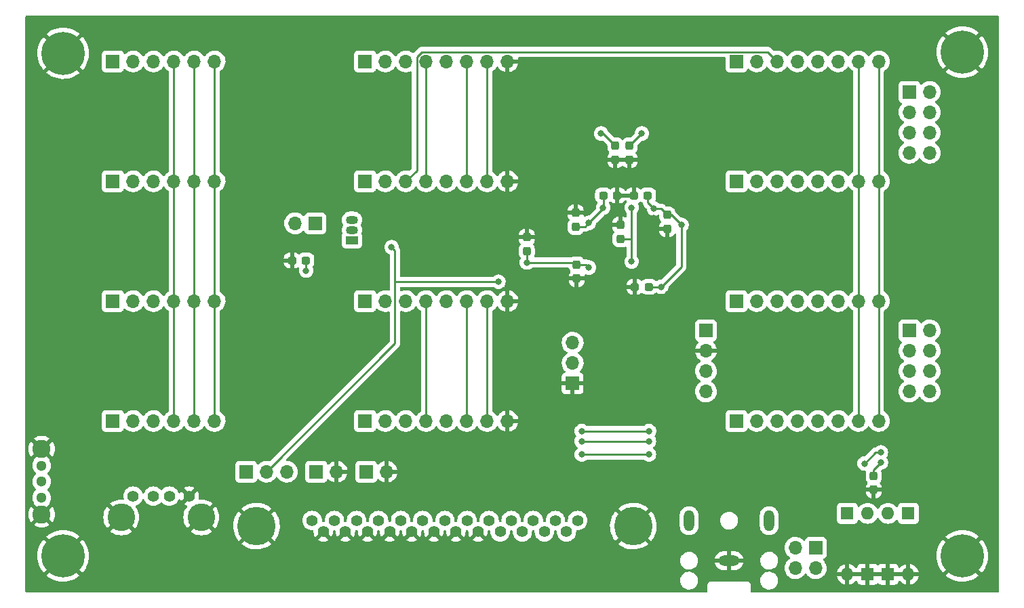
<source format=gbl>
G04 #@! TF.GenerationSoftware,KiCad,Pcbnew,(6.0.4)*
G04 #@! TF.CreationDate,2022-04-17T17:26:00-05:00*
G04 #@! TF.ProjectId,interface,696e7465-7266-4616-9365-2e6b69636164,rev?*
G04 #@! TF.SameCoordinates,Original*
G04 #@! TF.FileFunction,Copper,L2,Bot*
G04 #@! TF.FilePolarity,Positive*
%FSLAX46Y46*%
G04 Gerber Fmt 4.6, Leading zero omitted, Abs format (unit mm)*
G04 Created by KiCad (PCBNEW (6.0.4)) date 2022-04-17 17:26:00*
%MOMM*%
%LPD*%
G01*
G04 APERTURE LIST*
G04 Aperture macros list*
%AMRoundRect*
0 Rectangle with rounded corners*
0 $1 Rounding radius*
0 $2 $3 $4 $5 $6 $7 $8 $9 X,Y pos of 4 corners*
0 Add a 4 corners polygon primitive as box body*
4,1,4,$2,$3,$4,$5,$6,$7,$8,$9,$2,$3,0*
0 Add four circle primitives for the rounded corners*
1,1,$1+$1,$2,$3*
1,1,$1+$1,$4,$5*
1,1,$1+$1,$6,$7*
1,1,$1+$1,$8,$9*
0 Add four rect primitives between the rounded corners*
20,1,$1+$1,$2,$3,$4,$5,0*
20,1,$1+$1,$4,$5,$6,$7,0*
20,1,$1+$1,$6,$7,$8,$9,0*
20,1,$1+$1,$8,$9,$2,$3,0*%
G04 Aperture macros list end*
G04 #@! TA.AperFunction,ComponentPad*
%ADD10C,1.300000*%
G04 #@! TD*
G04 #@! TA.AperFunction,ComponentPad*
%ADD11C,2.250000*%
G04 #@! TD*
G04 #@! TA.AperFunction,ComponentPad*
%ADD12C,5.400000*%
G04 #@! TD*
G04 #@! TA.AperFunction,ComponentPad*
%ADD13O,1.700000X1.700000*%
G04 #@! TD*
G04 #@! TA.AperFunction,ComponentPad*
%ADD14R,1.700000X1.700000*%
G04 #@! TD*
G04 #@! TA.AperFunction,ComponentPad*
%ADD15R,1.500000X1.050000*%
G04 #@! TD*
G04 #@! TA.AperFunction,ComponentPad*
%ADD16O,1.500000X1.050000*%
G04 #@! TD*
G04 #@! TA.AperFunction,ComponentPad*
%ADD17O,1.600000X1.600000*%
G04 #@! TD*
G04 #@! TA.AperFunction,ComponentPad*
%ADD18R,1.600000X1.600000*%
G04 #@! TD*
G04 #@! TA.AperFunction,SMDPad,CuDef*
%ADD19RoundRect,0.237500X0.287500X0.237500X-0.287500X0.237500X-0.287500X-0.237500X0.287500X-0.237500X0*%
G04 #@! TD*
G04 #@! TA.AperFunction,SMDPad,CuDef*
%ADD20RoundRect,0.237500X-0.237500X0.287500X-0.237500X-0.287500X0.237500X-0.287500X0.237500X0.287500X0*%
G04 #@! TD*
G04 #@! TA.AperFunction,ComponentPad*
%ADD21O,1.308000X2.616000*%
G04 #@! TD*
G04 #@! TA.AperFunction,ComponentPad*
%ADD22O,2.616000X1.308000*%
G04 #@! TD*
G04 #@! TA.AperFunction,ComponentPad*
%ADD23C,3.450000*%
G04 #@! TD*
G04 #@! TA.AperFunction,ComponentPad*
%ADD24C,1.400000*%
G04 #@! TD*
G04 #@! TA.AperFunction,SMDPad,CuDef*
%ADD25RoundRect,0.237500X0.237500X-0.287500X0.237500X0.287500X-0.237500X0.287500X-0.237500X-0.287500X0*%
G04 #@! TD*
G04 #@! TA.AperFunction,ComponentPad*
%ADD26C,4.800000*%
G04 #@! TD*
G04 #@! TA.AperFunction,SMDPad,CuDef*
%ADD27RoundRect,0.237500X-0.287500X-0.237500X0.287500X-0.237500X0.287500X0.237500X-0.287500X0.237500X0*%
G04 #@! TD*
G04 #@! TA.AperFunction,ViaPad*
%ADD28C,0.800000*%
G04 #@! TD*
G04 #@! TA.AperFunction,Conductor*
%ADD29C,0.250000*%
G04 #@! TD*
G04 APERTURE END LIST*
D10*
X108331000Y-122047000D03*
X108331000Y-124047000D03*
X108331000Y-126047000D03*
D11*
X108331000Y-119947000D03*
X108331000Y-128147000D03*
D12*
X223266000Y-70358000D03*
X110998000Y-70485000D03*
X110998000Y-133350000D03*
X223266000Y-133350000D03*
D13*
X219202000Y-112776000D03*
X216662000Y-112776000D03*
X219202000Y-110236000D03*
X216662000Y-110236000D03*
X219202000Y-107696000D03*
X216662000Y-107696000D03*
X219202000Y-105156000D03*
D14*
X216662000Y-105156000D03*
D13*
X219202000Y-82931000D03*
X216662000Y-82931000D03*
X219202000Y-80391000D03*
X216662000Y-80391000D03*
X219202000Y-77851000D03*
X216662000Y-77851000D03*
X219202000Y-75311000D03*
D14*
X216662000Y-75311000D03*
X191262000Y-105156000D03*
D13*
X191262000Y-107696000D03*
X191262000Y-110236000D03*
X191262000Y-112776000D03*
D15*
X147066000Y-93853000D03*
D16*
X147066000Y-91313000D03*
X147066000Y-92583000D03*
D13*
X202438000Y-134874000D03*
X202438000Y-132334000D03*
X204978000Y-134874000D03*
D14*
X204978000Y-132334000D03*
D13*
X139954000Y-91757500D03*
D14*
X142494000Y-91757500D03*
D17*
X216535000Y-135636000D03*
D18*
X216535000Y-128016000D03*
D17*
X213995000Y-128016000D03*
D18*
X213995000Y-135636000D03*
D17*
X208915000Y-135636000D03*
D18*
X208915000Y-128016000D03*
D17*
X211455000Y-128016000D03*
D18*
X211455000Y-135636000D03*
D19*
X139587000Y-96393000D03*
X141337000Y-96393000D03*
D20*
X212217000Y-125081000D03*
X212217000Y-123331000D03*
D21*
X189157600Y-128934200D03*
X199157600Y-128934200D03*
D22*
X194157600Y-133934200D03*
D23*
X128261000Y-128527000D03*
X118261000Y-128527000D03*
D24*
X126761000Y-125857000D03*
X124261000Y-125857000D03*
X122261000Y-125857000D03*
X119761000Y-125857000D03*
D13*
X145161000Y-122809000D03*
D14*
X142621000Y-122809000D03*
D13*
X138938000Y-122809000D03*
X136398000Y-122809000D03*
D14*
X133858000Y-122809000D03*
D13*
X151384000Y-122809000D03*
D14*
X148844000Y-122809000D03*
D25*
X181737000Y-82056000D03*
X181737000Y-83806000D03*
X179959000Y-82056000D03*
X179959000Y-83806000D03*
X168910000Y-93486000D03*
X168910000Y-95236000D03*
D26*
X182193000Y-129615000D03*
X135153000Y-129615000D03*
D24*
X175233000Y-128905000D03*
X173853000Y-130325000D03*
X172473000Y-128905000D03*
X171093000Y-130325000D03*
X169713000Y-128905000D03*
X168333000Y-130325000D03*
X166953000Y-128905000D03*
X165573000Y-130325000D03*
X164193000Y-128905000D03*
X162813000Y-130325000D03*
X161433000Y-128905000D03*
X160053000Y-130325000D03*
X158673000Y-128905000D03*
X157293000Y-130325000D03*
X155913000Y-128905000D03*
X154533000Y-130325000D03*
X153153000Y-128905000D03*
X151773000Y-130325000D03*
X150393000Y-128905000D03*
X149013000Y-130325000D03*
X147633000Y-128905000D03*
X146253000Y-130325000D03*
X144873000Y-128905000D03*
X143493000Y-130325000D03*
X142113000Y-128905000D03*
D14*
X174625000Y-111760000D03*
D13*
X174625000Y-109220000D03*
X174625000Y-106680000D03*
D19*
X178449000Y-88265000D03*
X180199000Y-88265000D03*
D25*
X186436000Y-90692000D03*
X186436000Y-92442000D03*
D27*
X184136000Y-99695000D03*
X182386000Y-99695000D03*
D25*
X175133000Y-96915000D03*
X175133000Y-98665000D03*
D20*
X175006000Y-92188000D03*
X175006000Y-90438000D03*
D27*
X184009000Y-88265000D03*
X182259000Y-88265000D03*
D25*
X180594000Y-91962000D03*
X180594000Y-93712000D03*
D14*
X195072000Y-71501000D03*
D13*
X197612000Y-71501000D03*
X200152000Y-71501000D03*
X202692000Y-71501000D03*
X205232000Y-71501000D03*
X207772000Y-71501000D03*
X210312000Y-71501000D03*
X212852000Y-71501000D03*
D14*
X195072000Y-86487000D03*
D13*
X197612000Y-86487000D03*
X200152000Y-86487000D03*
X202692000Y-86487000D03*
X205232000Y-86487000D03*
X207772000Y-86487000D03*
X210312000Y-86487000D03*
X212852000Y-86487000D03*
D14*
X195072000Y-101473000D03*
D13*
X197612000Y-101473000D03*
X200152000Y-101473000D03*
X202692000Y-101473000D03*
X205232000Y-101473000D03*
X207772000Y-101473000D03*
X210312000Y-101473000D03*
X212852000Y-101473000D03*
D14*
X195072000Y-116459000D03*
D13*
X197612000Y-116459000D03*
X200152000Y-116459000D03*
X202692000Y-116459000D03*
X205232000Y-116459000D03*
X207772000Y-116459000D03*
X210312000Y-116459000D03*
X212852000Y-116459000D03*
D14*
X148717000Y-71501000D03*
D13*
X151257000Y-71501000D03*
X153797000Y-71501000D03*
X156337000Y-71501000D03*
X158877000Y-71501000D03*
X161417000Y-71501000D03*
X163957000Y-71501000D03*
X166497000Y-71501000D03*
X166497000Y-86487000D03*
X163957000Y-86487000D03*
X161417000Y-86487000D03*
X158877000Y-86487000D03*
X156337000Y-86487000D03*
X153797000Y-86487000D03*
X151257000Y-86487000D03*
D14*
X148717000Y-86487000D03*
X148717000Y-101473000D03*
D13*
X151257000Y-101473000D03*
X153797000Y-101473000D03*
X156337000Y-101473000D03*
X158877000Y-101473000D03*
X161417000Y-101473000D03*
X163957000Y-101473000D03*
X166497000Y-101473000D03*
X166497000Y-116459000D03*
X163957000Y-116459000D03*
X161417000Y-116459000D03*
X158877000Y-116459000D03*
X156337000Y-116459000D03*
X153797000Y-116459000D03*
X151257000Y-116459000D03*
D14*
X148717000Y-116459000D03*
X117221000Y-71501000D03*
D13*
X119761000Y-71501000D03*
X122301000Y-71501000D03*
X124841000Y-71501000D03*
X127381000Y-71501000D03*
X129921000Y-71501000D03*
D14*
X117221000Y-101473000D03*
D13*
X119761000Y-101473000D03*
X122301000Y-101473000D03*
X124841000Y-101473000D03*
X127381000Y-101473000D03*
X129921000Y-101473000D03*
X129921000Y-86487000D03*
X127381000Y-86487000D03*
X124841000Y-86487000D03*
X122301000Y-86487000D03*
X119761000Y-86487000D03*
D14*
X117221000Y-86487000D03*
D13*
X129921000Y-116459000D03*
X127381000Y-116459000D03*
X124841000Y-116459000D03*
X122301000Y-116459000D03*
X119761000Y-116459000D03*
D14*
X117221000Y-116459000D03*
D28*
X186563000Y-100584000D03*
X211074000Y-126365000D03*
X184785000Y-91059000D03*
X173355000Y-90551000D03*
X174117000Y-99949000D03*
X153416000Y-91059000D03*
X158877000Y-95631000D03*
X139446000Y-97663000D03*
X166624000Y-94234000D03*
X179959000Y-89789000D03*
X184277000Y-101219000D03*
X213106000Y-121666000D03*
X175768000Y-118999000D03*
X184150000Y-118999000D03*
X141351000Y-97663000D03*
X184150000Y-120650000D03*
X175768000Y-120650000D03*
X175768000Y-117729000D03*
X184150000Y-117729000D03*
X181991000Y-96520000D03*
X181991000Y-89789000D03*
X184785000Y-89916000D03*
X176657000Y-97282000D03*
X176657000Y-91694000D03*
X185674000Y-99695000D03*
X178435000Y-89789000D03*
X168910000Y-96647000D03*
X188214000Y-91948000D03*
X165354000Y-99060000D03*
X152019000Y-94742000D03*
X178181000Y-80518000D03*
X183261000Y-80518000D03*
X213106000Y-120396000D03*
X211074000Y-121793000D03*
D29*
X129921000Y-116459000D02*
X129921000Y-101473000D01*
X129921000Y-101473000D02*
X129921000Y-86487000D01*
X129921000Y-86487000D02*
X129921000Y-71501000D01*
X210312000Y-71501000D02*
X210312000Y-86487000D01*
X210312000Y-86487000D02*
X210312000Y-101473000D01*
X210312000Y-101473000D02*
X210312000Y-116459000D01*
X127381000Y-116459000D02*
X127381000Y-101473000D01*
X127381000Y-101473000D02*
X127381000Y-86487000D01*
X127381000Y-86487000D02*
X127381000Y-71501000D01*
X212852000Y-71501000D02*
X212852000Y-86487000D01*
X212852000Y-86487000D02*
X212852000Y-101473000D01*
X212852000Y-101473000D02*
X212852000Y-116459000D01*
X124841000Y-71501000D02*
X124841000Y-86487000D01*
X124841000Y-86487000D02*
X124841000Y-101473000D01*
X124841000Y-101473000D02*
X124841000Y-116459000D01*
X175768000Y-118999000D02*
X184150000Y-118999000D01*
X163957000Y-71501000D02*
X163957000Y-86487000D01*
X163957000Y-116459000D02*
X163957000Y-101473000D01*
X141351000Y-96407000D02*
X141337000Y-96393000D01*
X141351000Y-97663000D02*
X141351000Y-96407000D01*
X212217000Y-122555000D02*
X213106000Y-121666000D01*
X212217000Y-123331000D02*
X212217000Y-122555000D01*
X161417000Y-71501000D02*
X161417000Y-86487000D01*
X161417000Y-116459000D02*
X161417000Y-101473000D01*
X175768000Y-120650000D02*
X184150000Y-120650000D01*
X156337000Y-71501000D02*
X156337000Y-86487000D01*
X156337000Y-116459000D02*
X156337000Y-101473000D01*
X175768000Y-117729000D02*
X184150000Y-117729000D01*
X198976999Y-70325999D02*
X200152000Y-71501000D01*
X155772999Y-70325999D02*
X198976999Y-70325999D01*
X155161999Y-70936999D02*
X155772999Y-70325999D01*
X155161999Y-85122001D02*
X155161999Y-70936999D01*
X153797000Y-86487000D02*
X155161999Y-85122001D01*
X181991000Y-93726000D02*
X181991000Y-96520000D01*
X181977000Y-93712000D02*
X181991000Y-93726000D01*
X180594000Y-93712000D02*
X181977000Y-93712000D01*
X181991000Y-89789000D02*
X181991000Y-93726000D01*
X168910000Y-96647000D02*
X168910000Y-95236000D01*
X176163000Y-92188000D02*
X176657000Y-91694000D01*
X175006000Y-92188000D02*
X176163000Y-92188000D01*
X176290000Y-96915000D02*
X176657000Y-97282000D01*
X175133000Y-96915000D02*
X176290000Y-96915000D01*
X174865000Y-96647000D02*
X175133000Y-96915000D01*
X168910000Y-96647000D02*
X174865000Y-96647000D01*
X178435000Y-89916000D02*
X178435000Y-89789000D01*
X176657000Y-91694000D02*
X178435000Y-89916000D01*
X178449000Y-89775000D02*
X178435000Y-89789000D01*
X178449000Y-88265000D02*
X178449000Y-89775000D01*
X184009000Y-89140000D02*
X184785000Y-89916000D01*
X184009000Y-88265000D02*
X184009000Y-89140000D01*
X184136000Y-99695000D02*
X185674000Y-99695000D01*
X185660000Y-89916000D02*
X186436000Y-90692000D01*
X184785000Y-89916000D02*
X185660000Y-89916000D01*
X186958000Y-90692000D02*
X188214000Y-91948000D01*
X186436000Y-90692000D02*
X186958000Y-90692000D01*
X188214000Y-97155000D02*
X185674000Y-99695000D01*
X188214000Y-91948000D02*
X188214000Y-97155000D01*
X152432001Y-106774999D02*
X136398000Y-122809000D01*
X152019000Y-94742000D02*
X152432001Y-95155001D01*
X152464002Y-99060000D02*
X152432001Y-99027999D01*
X165354000Y-99060000D02*
X152464002Y-99060000D01*
X152432001Y-99027999D02*
X152432001Y-106774999D01*
X152432001Y-95155001D02*
X152432001Y-99027999D01*
X178421000Y-80518000D02*
X179959000Y-82056000D01*
X178181000Y-80518000D02*
X178421000Y-80518000D01*
X181737000Y-82042000D02*
X183261000Y-80518000D01*
X181737000Y-82056000D02*
X181737000Y-82042000D01*
X212471000Y-120396000D02*
X211074000Y-121793000D01*
X213106000Y-120396000D02*
X212471000Y-120396000D01*
G04 #@! TA.AperFunction,Conductor*
G36*
X227779621Y-65806502D02*
G01*
X227826114Y-65860158D01*
X227837500Y-65912500D01*
X227837500Y-137795500D01*
X227817498Y-137863621D01*
X227763842Y-137910114D01*
X227711500Y-137921500D01*
X196976500Y-137921500D01*
X196908379Y-137901498D01*
X196861886Y-137847842D01*
X196850500Y-137795500D01*
X196850500Y-137041623D01*
X196850502Y-137040853D01*
X196850800Y-136992102D01*
X196850976Y-136963279D01*
X196842850Y-136934847D01*
X196839272Y-136918085D01*
X196838403Y-136912015D01*
X196835080Y-136888813D01*
X196824451Y-136865436D01*
X196818004Y-136847913D01*
X196813416Y-136831862D01*
X196810949Y-136823229D01*
X196806156Y-136815632D01*
X196795170Y-136798220D01*
X196787030Y-136783135D01*
X196784564Y-136777711D01*
X196774792Y-136756218D01*
X196758030Y-136736765D01*
X196746927Y-136721761D01*
X196733224Y-136700042D01*
X196726499Y-136694103D01*
X196726496Y-136694099D01*
X196711062Y-136680468D01*
X196699018Y-136668276D01*
X196685573Y-136652673D01*
X196685570Y-136652671D01*
X196679713Y-136645873D01*
X196666009Y-136636990D01*
X196658165Y-136631906D01*
X196643291Y-136620615D01*
X196630783Y-136609569D01*
X196630782Y-136609568D01*
X196624049Y-136603622D01*
X196597287Y-136591057D01*
X196582309Y-136582737D01*
X196565017Y-136571529D01*
X196565012Y-136571527D01*
X196557485Y-136566648D01*
X196548892Y-136564078D01*
X196548887Y-136564076D01*
X196532880Y-136559289D01*
X196515436Y-136552628D01*
X196500324Y-136545533D01*
X196500322Y-136545532D01*
X196492200Y-136541719D01*
X196483333Y-136540338D01*
X196483332Y-136540338D01*
X196470583Y-136538353D01*
X196462983Y-136537170D01*
X196446268Y-136533387D01*
X196426534Y-136527485D01*
X196426528Y-136527484D01*
X196417934Y-136524914D01*
X196408963Y-136524859D01*
X196408962Y-136524859D01*
X196398903Y-136524798D01*
X196383494Y-136524704D01*
X196382711Y-136524671D01*
X196381614Y-136524500D01*
X196350623Y-136524500D01*
X196349853Y-136524498D01*
X196276215Y-136524048D01*
X196276214Y-136524048D01*
X196272279Y-136524024D01*
X196270935Y-136524408D01*
X196269590Y-136524500D01*
X191969123Y-136524500D01*
X191968353Y-136524498D01*
X191967537Y-136524493D01*
X191890779Y-136524024D01*
X191868418Y-136530415D01*
X191862347Y-136532150D01*
X191845585Y-136535728D01*
X191816313Y-136539920D01*
X191808145Y-136543634D01*
X191808144Y-136543634D01*
X191792938Y-136550548D01*
X191775414Y-136556996D01*
X191750729Y-136564051D01*
X191743135Y-136568843D01*
X191743132Y-136568844D01*
X191725720Y-136579830D01*
X191710637Y-136587969D01*
X191683718Y-136600208D01*
X191676916Y-136606069D01*
X191664265Y-136616970D01*
X191649261Y-136628073D01*
X191627542Y-136641776D01*
X191621603Y-136648501D01*
X191621599Y-136648504D01*
X191607968Y-136663938D01*
X191595776Y-136675982D01*
X191580173Y-136689427D01*
X191580171Y-136689430D01*
X191573373Y-136695287D01*
X191568493Y-136702816D01*
X191568492Y-136702817D01*
X191559406Y-136716835D01*
X191548115Y-136731709D01*
X191537069Y-136744217D01*
X191531122Y-136750951D01*
X191518865Y-136777057D01*
X191518558Y-136777711D01*
X191510237Y-136792691D01*
X191499029Y-136809983D01*
X191499027Y-136809988D01*
X191494148Y-136817515D01*
X191491578Y-136826108D01*
X191491576Y-136826113D01*
X191486789Y-136842120D01*
X191480128Y-136859564D01*
X191476407Y-136867490D01*
X191469219Y-136882800D01*
X191467838Y-136891667D01*
X191467838Y-136891668D01*
X191464670Y-136912015D01*
X191460887Y-136928732D01*
X191454985Y-136948466D01*
X191454984Y-136948472D01*
X191452414Y-136957066D01*
X191452359Y-136966037D01*
X191452359Y-136966038D01*
X191452204Y-136991497D01*
X191452171Y-136992289D01*
X191452000Y-136993386D01*
X191452000Y-137024377D01*
X191451998Y-137025147D01*
X191451524Y-137102721D01*
X191451908Y-137104065D01*
X191452000Y-137105410D01*
X191452000Y-137795500D01*
X191431998Y-137863621D01*
X191378342Y-137910114D01*
X191326000Y-137921500D01*
X106425500Y-137921500D01*
X106357379Y-137901498D01*
X106310886Y-137847842D01*
X106299500Y-137795500D01*
X106299500Y-135793941D01*
X108919599Y-135793941D01*
X108919637Y-135794486D01*
X108925240Y-135802846D01*
X108947336Y-135823306D01*
X108952759Y-135827793D01*
X109235811Y-136036478D01*
X109241701Y-136040332D01*
X109546258Y-136216167D01*
X109552527Y-136219334D01*
X109874798Y-136360132D01*
X109881381Y-136362580D01*
X110217332Y-136466574D01*
X110224147Y-136468273D01*
X110569588Y-136534169D01*
X110576565Y-136535100D01*
X110927214Y-136562081D01*
X110934222Y-136562227D01*
X111285692Y-136549954D01*
X111292688Y-136549317D01*
X111640582Y-136497945D01*
X111647481Y-136496529D01*
X111987498Y-136406693D01*
X111994158Y-136404529D01*
X112057903Y-136379804D01*
X188045387Y-136379804D01*
X188055167Y-136591099D01*
X188056571Y-136596924D01*
X188056571Y-136596925D01*
X188103020Y-136789658D01*
X188104725Y-136796734D01*
X188107207Y-136802192D01*
X188107208Y-136802196D01*
X188150631Y-136897698D01*
X188192274Y-136989287D01*
X188314654Y-137161811D01*
X188467450Y-137308081D01*
X188645148Y-137422820D01*
X188650714Y-137425063D01*
X188835768Y-137499642D01*
X188835771Y-137499643D01*
X188841337Y-137501886D01*
X189048937Y-137542428D01*
X189054499Y-137542700D01*
X189210446Y-137542700D01*
X189368166Y-137527652D01*
X189571134Y-137468108D01*
X189654711Y-137425063D01*
X189753849Y-137374004D01*
X189753852Y-137374002D01*
X189759180Y-137371258D01*
X189925520Y-137240596D01*
X189929452Y-137236065D01*
X189929455Y-137236062D01*
X190060221Y-137085367D01*
X190064152Y-137080837D01*
X190067152Y-137075651D01*
X190067155Y-137075647D01*
X190167067Y-136902942D01*
X190170073Y-136897746D01*
X190239461Y-136697929D01*
X190243761Y-136668276D01*
X190268952Y-136494536D01*
X190268952Y-136494533D01*
X190269813Y-136488596D01*
X190264777Y-136379804D01*
X198045387Y-136379804D01*
X198055167Y-136591099D01*
X198056571Y-136596924D01*
X198056571Y-136596925D01*
X198103020Y-136789658D01*
X198104725Y-136796734D01*
X198107207Y-136802192D01*
X198107208Y-136802196D01*
X198150631Y-136897698D01*
X198192274Y-136989287D01*
X198314654Y-137161811D01*
X198467450Y-137308081D01*
X198645148Y-137422820D01*
X198650714Y-137425063D01*
X198835768Y-137499642D01*
X198835771Y-137499643D01*
X198841337Y-137501886D01*
X199048937Y-137542428D01*
X199054499Y-137542700D01*
X199210446Y-137542700D01*
X199368166Y-137527652D01*
X199571134Y-137468108D01*
X199654711Y-137425063D01*
X199753849Y-137374004D01*
X199753852Y-137374002D01*
X199759180Y-137371258D01*
X199925520Y-137240596D01*
X199929452Y-137236065D01*
X199929455Y-137236062D01*
X200060221Y-137085367D01*
X200064152Y-137080837D01*
X200067152Y-137075651D01*
X200067155Y-137075647D01*
X200167067Y-136902942D01*
X200170073Y-136897746D01*
X200239461Y-136697929D01*
X200243761Y-136668276D01*
X200268952Y-136494536D01*
X200268952Y-136494533D01*
X200269813Y-136488596D01*
X200260033Y-136277301D01*
X200210475Y-136071666D01*
X200198304Y-136044896D01*
X200140685Y-135918171D01*
X200122926Y-135879113D01*
X200000546Y-135706589D01*
X199868598Y-135580277D01*
X199852080Y-135564464D01*
X199847750Y-135560319D01*
X199670052Y-135445580D01*
X199587947Y-135412491D01*
X199479432Y-135368758D01*
X199479429Y-135368757D01*
X199473863Y-135366514D01*
X199266263Y-135325972D01*
X199260701Y-135325700D01*
X199104754Y-135325700D01*
X198947034Y-135340748D01*
X198744066Y-135400292D01*
X198738739Y-135403036D01*
X198738738Y-135403036D01*
X198561351Y-135494396D01*
X198561348Y-135494398D01*
X198556020Y-135497142D01*
X198389680Y-135627804D01*
X198385748Y-135632335D01*
X198385745Y-135632338D01*
X198317074Y-135711475D01*
X198251048Y-135787563D01*
X198248048Y-135792749D01*
X198248045Y-135792753D01*
X198184542Y-135902522D01*
X198145127Y-135970654D01*
X198075739Y-136170471D01*
X198074878Y-136176406D01*
X198074878Y-136176408D01*
X198066274Y-136235753D01*
X198045387Y-136379804D01*
X190264777Y-136379804D01*
X190260033Y-136277301D01*
X190210475Y-136071666D01*
X190198304Y-136044896D01*
X190140685Y-135918171D01*
X190122926Y-135879113D01*
X190000546Y-135706589D01*
X189868598Y-135580277D01*
X189852080Y-135564464D01*
X189847750Y-135560319D01*
X189670052Y-135445580D01*
X189587947Y-135412491D01*
X189479432Y-135368758D01*
X189479429Y-135368757D01*
X189473863Y-135366514D01*
X189266263Y-135325972D01*
X189260701Y-135325700D01*
X189104754Y-135325700D01*
X188947034Y-135340748D01*
X188744066Y-135400292D01*
X188738739Y-135403036D01*
X188738738Y-135403036D01*
X188561351Y-135494396D01*
X188561348Y-135494398D01*
X188556020Y-135497142D01*
X188389680Y-135627804D01*
X188385748Y-135632335D01*
X188385745Y-135632338D01*
X188317074Y-135711475D01*
X188251048Y-135787563D01*
X188248048Y-135792749D01*
X188248045Y-135792753D01*
X188184542Y-135902522D01*
X188145127Y-135970654D01*
X188075739Y-136170471D01*
X188074878Y-136176406D01*
X188074878Y-136176408D01*
X188066274Y-136235753D01*
X188045387Y-136379804D01*
X112057903Y-136379804D01*
X112322047Y-136277349D01*
X112328446Y-136274446D01*
X112640099Y-136111517D01*
X112646144Y-136107914D01*
X112937694Y-135911261D01*
X112943288Y-135907015D01*
X113065910Y-135802656D01*
X113074342Y-135789788D01*
X113068313Y-135779523D01*
X111010812Y-133722022D01*
X110996868Y-133714408D01*
X110995035Y-133714539D01*
X110988420Y-133718790D01*
X108927213Y-135779997D01*
X108919599Y-135793941D01*
X106299500Y-135793941D01*
X106299500Y-133308666D01*
X107785406Y-133308666D01*
X107800133Y-133660021D01*
X107800818Y-133667013D01*
X107854620Y-134014559D01*
X107856080Y-134021426D01*
X107948288Y-134360807D01*
X107950502Y-134367463D01*
X108079970Y-134694462D01*
X108082909Y-134700823D01*
X108248019Y-135011347D01*
X108251653Y-135017348D01*
X108450339Y-135307523D01*
X108454633Y-135313098D01*
X108545208Y-135418030D01*
X108558251Y-135426447D01*
X108568282Y-135420508D01*
X110625978Y-133362812D01*
X110632356Y-133351132D01*
X111362408Y-133351132D01*
X111362539Y-133352965D01*
X111366790Y-133359580D01*
X113428699Y-135421489D01*
X113442643Y-135429103D01*
X113443423Y-135429048D01*
X113451470Y-135423696D01*
X113456932Y-135417880D01*
X113461454Y-135412491D01*
X113672113Y-135130896D01*
X113676003Y-135125042D01*
X113853962Y-134821719D01*
X113857176Y-134815465D01*
X114000214Y-134494195D01*
X114002711Y-134487620D01*
X114109048Y-134152405D01*
X114110794Y-134145603D01*
X114163424Y-133879804D01*
X188045387Y-133879804D01*
X188055167Y-134091099D01*
X188056571Y-134096924D01*
X188056571Y-134096925D01*
X188088604Y-134229840D01*
X188104725Y-134296734D01*
X188107207Y-134302192D01*
X188107208Y-134302196D01*
X188150653Y-134397746D01*
X188192274Y-134489287D01*
X188314654Y-134661811D01*
X188318981Y-134665953D01*
X188442574Y-134784267D01*
X188467450Y-134808081D01*
X188645148Y-134922820D01*
X188667346Y-134931766D01*
X188835768Y-134999642D01*
X188835771Y-134999643D01*
X188841337Y-135001886D01*
X189048937Y-135042428D01*
X189054499Y-135042700D01*
X189210446Y-135042700D01*
X189368166Y-135027652D01*
X189571134Y-134968108D01*
X189576462Y-134965364D01*
X189753849Y-134874004D01*
X189753852Y-134874002D01*
X189759180Y-134871258D01*
X189925520Y-134740596D01*
X189929452Y-134736065D01*
X189929455Y-134736062D01*
X190060221Y-134585367D01*
X190064152Y-134580837D01*
X190067152Y-134575651D01*
X190067155Y-134575647D01*
X190167067Y-134402942D01*
X190170073Y-134397746D01*
X190236338Y-134206922D01*
X192371349Y-134206922D01*
X192375407Y-134230539D01*
X192378387Y-134241659D01*
X192448305Y-134431181D01*
X192453255Y-134441559D01*
X192556541Y-134615167D01*
X192563305Y-134624476D01*
X192696500Y-134776357D01*
X192704835Y-134784267D01*
X192863479Y-134909332D01*
X192873136Y-134915603D01*
X193051898Y-135009654D01*
X193062541Y-135014062D01*
X193255457Y-135073965D01*
X193266701Y-135076355D01*
X193430685Y-135095764D01*
X193438088Y-135096200D01*
X193885485Y-135096200D01*
X193900724Y-135091725D01*
X193901929Y-135090335D01*
X193903600Y-135082652D01*
X193903600Y-135078085D01*
X194411600Y-135078085D01*
X194416075Y-135093324D01*
X194417465Y-135094529D01*
X194425148Y-135096200D01*
X194862878Y-135096200D01*
X194868667Y-135095934D01*
X195018508Y-135082166D01*
X195029829Y-135080068D01*
X195224243Y-135025238D01*
X195234990Y-135021113D01*
X195416165Y-134931766D01*
X195425974Y-134925754D01*
X195587825Y-134804896D01*
X195596385Y-134797189D01*
X195733507Y-134648851D01*
X195740508Y-134639726D01*
X195848304Y-134468880D01*
X195853524Y-134458636D01*
X195928382Y-134271003D01*
X195931649Y-134259974D01*
X195942391Y-134205968D01*
X195941239Y-134193094D01*
X195926084Y-134188200D01*
X194429715Y-134188200D01*
X194414476Y-134192675D01*
X194413271Y-134194065D01*
X194411600Y-134201748D01*
X194411600Y-135078085D01*
X193903600Y-135078085D01*
X193903600Y-134206315D01*
X193899125Y-134191076D01*
X193897735Y-134189871D01*
X193890052Y-134188200D01*
X192386247Y-134188200D01*
X192373285Y-134192006D01*
X192371349Y-134206922D01*
X190236338Y-134206922D01*
X190239461Y-134197929D01*
X190240455Y-134191076D01*
X190268952Y-133994536D01*
X190268952Y-133994533D01*
X190269813Y-133988596D01*
X190264777Y-133879804D01*
X198045387Y-133879804D01*
X198055167Y-134091099D01*
X198056571Y-134096924D01*
X198056571Y-134096925D01*
X198088604Y-134229840D01*
X198104725Y-134296734D01*
X198107207Y-134302192D01*
X198107208Y-134302196D01*
X198150653Y-134397746D01*
X198192274Y-134489287D01*
X198314654Y-134661811D01*
X198318981Y-134665953D01*
X198442574Y-134784267D01*
X198467450Y-134808081D01*
X198645148Y-134922820D01*
X198667346Y-134931766D01*
X198835768Y-134999642D01*
X198835771Y-134999643D01*
X198841337Y-135001886D01*
X199048937Y-135042428D01*
X199054499Y-135042700D01*
X199210446Y-135042700D01*
X199368166Y-135027652D01*
X199571134Y-134968108D01*
X199576462Y-134965364D01*
X199753849Y-134874004D01*
X199753852Y-134874002D01*
X199759180Y-134871258D01*
X199798088Y-134840695D01*
X201075251Y-134840695D01*
X201075548Y-134845848D01*
X201075548Y-134845851D01*
X201086898Y-135042700D01*
X201088110Y-135063715D01*
X201089247Y-135068761D01*
X201089248Y-135068767D01*
X201095371Y-135095934D01*
X201137222Y-135281639D01*
X201221266Y-135488616D01*
X201263213Y-135557068D01*
X201335291Y-135674688D01*
X201337987Y-135679088D01*
X201484250Y-135847938D01*
X201656126Y-135990632D01*
X201849000Y-136103338D01*
X201853825Y-136105180D01*
X201853826Y-136105181D01*
X201926612Y-136132975D01*
X202057692Y-136183030D01*
X202062760Y-136184061D01*
X202062763Y-136184062D01*
X202170017Y-136205883D01*
X202276597Y-136227567D01*
X202281772Y-136227757D01*
X202281774Y-136227757D01*
X202494673Y-136235564D01*
X202494677Y-136235564D01*
X202499837Y-136235753D01*
X202504957Y-136235097D01*
X202504959Y-136235097D01*
X202716288Y-136208025D01*
X202716289Y-136208025D01*
X202721416Y-136207368D01*
X202726366Y-136205883D01*
X202930429Y-136144661D01*
X202930434Y-136144659D01*
X202935384Y-136143174D01*
X203135994Y-136044896D01*
X203317860Y-135915173D01*
X203330556Y-135902522D01*
X203439516Y-135793941D01*
X203476096Y-135757489D01*
X203515648Y-135702447D01*
X203606453Y-135576077D01*
X203607776Y-135577028D01*
X203654645Y-135533857D01*
X203724580Y-135521625D01*
X203790026Y-135549144D01*
X203817875Y-135580994D01*
X203877987Y-135679088D01*
X204024250Y-135847938D01*
X204196126Y-135990632D01*
X204389000Y-136103338D01*
X204393825Y-136105180D01*
X204393826Y-136105181D01*
X204466612Y-136132975D01*
X204597692Y-136183030D01*
X204602760Y-136184061D01*
X204602763Y-136184062D01*
X204710017Y-136205883D01*
X204816597Y-136227567D01*
X204821772Y-136227757D01*
X204821774Y-136227757D01*
X205034673Y-136235564D01*
X205034677Y-136235564D01*
X205039837Y-136235753D01*
X205044957Y-136235097D01*
X205044959Y-136235097D01*
X205256288Y-136208025D01*
X205256289Y-136208025D01*
X205261416Y-136207368D01*
X205266366Y-136205883D01*
X205470429Y-136144661D01*
X205470434Y-136144659D01*
X205475384Y-136143174D01*
X205675994Y-136044896D01*
X205857860Y-135915173D01*
X205870556Y-135902522D01*
X207632273Y-135902522D01*
X207679764Y-136079761D01*
X207683510Y-136090053D01*
X207775586Y-136287511D01*
X207781069Y-136297007D01*
X207906028Y-136475467D01*
X207913084Y-136483875D01*
X208067125Y-136637916D01*
X208075533Y-136644972D01*
X208253993Y-136769931D01*
X208263489Y-136775414D01*
X208460947Y-136867490D01*
X208471239Y-136871236D01*
X208643503Y-136917394D01*
X208657599Y-136917058D01*
X208661000Y-136909116D01*
X208661000Y-136903967D01*
X209169000Y-136903967D01*
X209172973Y-136917498D01*
X209181522Y-136918727D01*
X209358761Y-136871236D01*
X209369053Y-136867490D01*
X209566511Y-136775414D01*
X209576007Y-136769931D01*
X209754467Y-136644972D01*
X209762875Y-136637916D01*
X209916916Y-136483875D01*
X209927507Y-136471254D01*
X209928357Y-136471968D01*
X209979422Y-136431152D01*
X210050041Y-136423844D01*
X210113401Y-136455877D01*
X210149385Y-136517079D01*
X210152438Y-136534145D01*
X210152895Y-136538353D01*
X210156521Y-136553604D01*
X210201676Y-136674054D01*
X210210214Y-136689649D01*
X210286715Y-136791724D01*
X210299276Y-136804285D01*
X210401351Y-136880786D01*
X210416946Y-136889324D01*
X210537394Y-136934478D01*
X210552649Y-136938105D01*
X210603514Y-136943631D01*
X210610328Y-136944000D01*
X211182885Y-136944000D01*
X211198124Y-136939525D01*
X211199329Y-136938135D01*
X211201000Y-136930452D01*
X211201000Y-136925884D01*
X211709000Y-136925884D01*
X211713475Y-136941123D01*
X211714865Y-136942328D01*
X211722548Y-136943999D01*
X212299669Y-136943999D01*
X212306490Y-136943629D01*
X212357352Y-136938105D01*
X212372604Y-136934479D01*
X212493054Y-136889324D01*
X212508649Y-136880786D01*
X212610724Y-136804285D01*
X212623286Y-136791723D01*
X212624174Y-136790538D01*
X212625351Y-136789658D01*
X212629635Y-136785374D01*
X212630253Y-136785992D01*
X212681033Y-136748023D01*
X212751852Y-136742997D01*
X212814145Y-136777057D01*
X212825826Y-136790538D01*
X212826714Y-136791723D01*
X212839276Y-136804285D01*
X212941351Y-136880786D01*
X212956946Y-136889324D01*
X213077394Y-136934478D01*
X213092649Y-136938105D01*
X213143514Y-136943631D01*
X213150328Y-136944000D01*
X213722885Y-136944000D01*
X213738124Y-136939525D01*
X213739329Y-136938135D01*
X213741000Y-136930452D01*
X213741000Y-136925884D01*
X214249000Y-136925884D01*
X214253475Y-136941123D01*
X214254865Y-136942328D01*
X214262548Y-136943999D01*
X214839669Y-136943999D01*
X214846490Y-136943629D01*
X214897352Y-136938105D01*
X214912604Y-136934479D01*
X215033054Y-136889324D01*
X215048649Y-136880786D01*
X215150724Y-136804285D01*
X215163285Y-136791724D01*
X215239786Y-136689649D01*
X215248324Y-136674054D01*
X215293478Y-136553606D01*
X215297104Y-136538357D01*
X215297561Y-136534149D01*
X215298832Y-136531090D01*
X215298932Y-136530669D01*
X215299000Y-136530685D01*
X215324801Y-136468586D01*
X215383163Y-136428157D01*
X215454117Y-136425699D01*
X215515136Y-136461992D01*
X215525972Y-136475400D01*
X215533084Y-136483875D01*
X215687125Y-136637916D01*
X215695533Y-136644972D01*
X215873993Y-136769931D01*
X215883489Y-136775414D01*
X216080947Y-136867490D01*
X216091239Y-136871236D01*
X216263503Y-136917394D01*
X216277599Y-136917058D01*
X216281000Y-136909116D01*
X216281000Y-136903967D01*
X216789000Y-136903967D01*
X216792973Y-136917498D01*
X216801522Y-136918727D01*
X216978761Y-136871236D01*
X216989053Y-136867490D01*
X217186511Y-136775414D01*
X217196007Y-136769931D01*
X217374467Y-136644972D01*
X217382875Y-136637916D01*
X217536916Y-136483875D01*
X217543972Y-136475467D01*
X217668931Y-136297007D01*
X217674414Y-136287511D01*
X217766490Y-136090053D01*
X217770236Y-136079761D01*
X217816394Y-135907497D01*
X217816058Y-135893401D01*
X217808116Y-135890000D01*
X216807115Y-135890000D01*
X216791876Y-135894475D01*
X216790671Y-135895865D01*
X216789000Y-135903548D01*
X216789000Y-136903967D01*
X216281000Y-136903967D01*
X216281000Y-135908115D01*
X216276525Y-135892876D01*
X216275135Y-135891671D01*
X216267452Y-135890000D01*
X214267115Y-135890000D01*
X214251876Y-135894475D01*
X214250671Y-135895865D01*
X214249000Y-135903548D01*
X214249000Y-136925884D01*
X213741000Y-136925884D01*
X213741000Y-135908115D01*
X213736525Y-135892876D01*
X213735135Y-135891671D01*
X213727452Y-135890000D01*
X211727115Y-135890000D01*
X211711876Y-135894475D01*
X211710671Y-135895865D01*
X211709000Y-135903548D01*
X211709000Y-136925884D01*
X211201000Y-136925884D01*
X211201000Y-135908115D01*
X211196525Y-135892876D01*
X211195135Y-135891671D01*
X211187452Y-135890000D01*
X209187115Y-135890000D01*
X209171876Y-135894475D01*
X209170671Y-135895865D01*
X209169000Y-135903548D01*
X209169000Y-136903967D01*
X208661000Y-136903967D01*
X208661000Y-135908115D01*
X208656525Y-135892876D01*
X208655135Y-135891671D01*
X208647452Y-135890000D01*
X207647033Y-135890000D01*
X207633502Y-135893973D01*
X207632273Y-135902522D01*
X205870556Y-135902522D01*
X205979516Y-135793941D01*
X221187599Y-135793941D01*
X221187637Y-135794486D01*
X221193240Y-135802846D01*
X221215336Y-135823306D01*
X221220759Y-135827793D01*
X221503811Y-136036478D01*
X221509701Y-136040332D01*
X221814258Y-136216167D01*
X221820527Y-136219334D01*
X222142798Y-136360132D01*
X222149381Y-136362580D01*
X222485332Y-136466574D01*
X222492147Y-136468273D01*
X222837588Y-136534169D01*
X222844565Y-136535100D01*
X223195214Y-136562081D01*
X223202222Y-136562227D01*
X223553692Y-136549954D01*
X223560688Y-136549317D01*
X223908582Y-136497945D01*
X223915481Y-136496529D01*
X224255498Y-136406693D01*
X224262158Y-136404529D01*
X224590047Y-136277349D01*
X224596446Y-136274446D01*
X224908099Y-136111517D01*
X224914144Y-136107914D01*
X225205694Y-135911261D01*
X225211288Y-135907015D01*
X225333910Y-135802656D01*
X225342342Y-135789788D01*
X225336313Y-135779523D01*
X223278812Y-133722022D01*
X223264868Y-133714408D01*
X223263035Y-133714539D01*
X223256420Y-133718790D01*
X221195213Y-135779997D01*
X221187599Y-135793941D01*
X205979516Y-135793941D01*
X206016096Y-135757489D01*
X206055648Y-135702447D01*
X206143435Y-135580277D01*
X206146453Y-135576077D01*
X206152193Y-135564464D01*
X206243136Y-135380453D01*
X206243137Y-135380451D01*
X206245430Y-135375811D01*
X206248866Y-135364503D01*
X207633606Y-135364503D01*
X207633942Y-135378599D01*
X207641884Y-135382000D01*
X208642885Y-135382000D01*
X208658124Y-135377525D01*
X208659329Y-135376135D01*
X208661000Y-135368452D01*
X208661000Y-135363885D01*
X209169000Y-135363885D01*
X209173475Y-135379124D01*
X209174865Y-135380329D01*
X209182548Y-135382000D01*
X211182885Y-135382000D01*
X211198124Y-135377525D01*
X211199329Y-135376135D01*
X211201000Y-135368452D01*
X211201000Y-135363885D01*
X211709000Y-135363885D01*
X211713475Y-135379124D01*
X211714865Y-135380329D01*
X211722548Y-135382000D01*
X213722885Y-135382000D01*
X213738124Y-135377525D01*
X213739329Y-135376135D01*
X213741000Y-135368452D01*
X213741000Y-135363885D01*
X214249000Y-135363885D01*
X214253475Y-135379124D01*
X214254865Y-135380329D01*
X214262548Y-135382000D01*
X216262885Y-135382000D01*
X216278124Y-135377525D01*
X216279329Y-135376135D01*
X216281000Y-135368452D01*
X216281000Y-135363885D01*
X216789000Y-135363885D01*
X216793475Y-135379124D01*
X216794865Y-135380329D01*
X216802548Y-135382000D01*
X217802967Y-135382000D01*
X217816498Y-135378027D01*
X217817727Y-135369478D01*
X217770236Y-135192239D01*
X217766490Y-135181947D01*
X217674414Y-134984489D01*
X217668931Y-134974993D01*
X217543972Y-134796533D01*
X217536916Y-134788125D01*
X217382875Y-134634084D01*
X217374467Y-134627028D01*
X217196007Y-134502069D01*
X217186511Y-134496586D01*
X216989053Y-134404510D01*
X216978761Y-134400764D01*
X216806497Y-134354606D01*
X216792401Y-134354942D01*
X216789000Y-134362884D01*
X216789000Y-135363885D01*
X216281000Y-135363885D01*
X216281000Y-134368033D01*
X216277027Y-134354502D01*
X216268478Y-134353273D01*
X216091239Y-134400764D01*
X216080947Y-134404510D01*
X215883489Y-134496586D01*
X215873993Y-134502069D01*
X215695533Y-134627028D01*
X215687125Y-134634084D01*
X215533084Y-134788125D01*
X215522493Y-134800746D01*
X215521643Y-134800032D01*
X215470578Y-134840848D01*
X215399959Y-134848156D01*
X215336599Y-134816123D01*
X215300615Y-134754921D01*
X215297562Y-134737855D01*
X215297105Y-134733647D01*
X215293479Y-134718396D01*
X215248324Y-134597946D01*
X215239786Y-134582351D01*
X215163285Y-134480276D01*
X215150724Y-134467715D01*
X215048649Y-134391214D01*
X215033054Y-134382676D01*
X214912606Y-134337522D01*
X214897351Y-134333895D01*
X214846486Y-134328369D01*
X214839672Y-134328000D01*
X214267115Y-134328000D01*
X214251876Y-134332475D01*
X214250671Y-134333865D01*
X214249000Y-134341548D01*
X214249000Y-135363885D01*
X213741000Y-135363885D01*
X213741000Y-134346116D01*
X213736525Y-134330877D01*
X213735135Y-134329672D01*
X213727452Y-134328001D01*
X213150331Y-134328001D01*
X213143510Y-134328371D01*
X213092648Y-134333895D01*
X213077396Y-134337521D01*
X212956946Y-134382676D01*
X212941351Y-134391214D01*
X212839276Y-134467715D01*
X212826714Y-134480277D01*
X212825826Y-134481462D01*
X212824649Y-134482342D01*
X212820365Y-134486626D01*
X212819747Y-134486008D01*
X212768967Y-134523977D01*
X212698148Y-134529003D01*
X212635855Y-134494943D01*
X212624174Y-134481462D01*
X212623286Y-134480277D01*
X212610724Y-134467715D01*
X212508649Y-134391214D01*
X212493054Y-134382676D01*
X212372606Y-134337522D01*
X212357351Y-134333895D01*
X212306486Y-134328369D01*
X212299672Y-134328000D01*
X211727115Y-134328000D01*
X211711876Y-134332475D01*
X211710671Y-134333865D01*
X211709000Y-134341548D01*
X211709000Y-135363885D01*
X211201000Y-135363885D01*
X211201000Y-134346116D01*
X211196525Y-134330877D01*
X211195135Y-134329672D01*
X211187452Y-134328001D01*
X210610331Y-134328001D01*
X210603510Y-134328371D01*
X210552648Y-134333895D01*
X210537396Y-134337521D01*
X210416946Y-134382676D01*
X210401351Y-134391214D01*
X210299276Y-134467715D01*
X210286715Y-134480276D01*
X210210214Y-134582351D01*
X210201676Y-134597946D01*
X210156522Y-134718394D01*
X210152896Y-134733643D01*
X210152439Y-134737851D01*
X210151168Y-134740910D01*
X210151068Y-134741331D01*
X210151000Y-134741315D01*
X210125199Y-134803414D01*
X210066837Y-134843843D01*
X209995883Y-134846301D01*
X209934864Y-134810008D01*
X209924028Y-134796600D01*
X209916916Y-134788125D01*
X209762875Y-134634084D01*
X209754467Y-134627028D01*
X209576007Y-134502069D01*
X209566511Y-134496586D01*
X209369053Y-134404510D01*
X209358761Y-134400764D01*
X209186497Y-134354606D01*
X209172401Y-134354942D01*
X209169000Y-134362884D01*
X209169000Y-135363885D01*
X208661000Y-135363885D01*
X208661000Y-134368033D01*
X208657027Y-134354502D01*
X208648478Y-134353273D01*
X208471239Y-134400764D01*
X208460947Y-134404510D01*
X208263489Y-134496586D01*
X208253993Y-134502069D01*
X208075533Y-134627028D01*
X208067125Y-134634084D01*
X207913084Y-134788125D01*
X207906028Y-134796533D01*
X207781069Y-134974993D01*
X207775586Y-134984489D01*
X207683510Y-135181947D01*
X207679764Y-135192239D01*
X207633606Y-135364503D01*
X206248866Y-135364503D01*
X206310370Y-135162069D01*
X206339529Y-134940590D01*
X206339745Y-134931766D01*
X206341074Y-134877365D01*
X206341074Y-134877361D01*
X206341156Y-134874000D01*
X206322852Y-134651361D01*
X206268431Y-134434702D01*
X206179354Y-134229840D01*
X206124859Y-134145603D01*
X206060822Y-134046617D01*
X206060820Y-134046614D01*
X206058014Y-134042277D01*
X206039041Y-134021426D01*
X205910798Y-133880488D01*
X205879746Y-133816642D01*
X205888141Y-133746143D01*
X205933317Y-133691375D01*
X205959761Y-133677706D01*
X206066297Y-133637767D01*
X206074705Y-133634615D01*
X206191261Y-133547261D01*
X206278615Y-133430705D01*
X206324365Y-133308666D01*
X220053406Y-133308666D01*
X220068133Y-133660021D01*
X220068818Y-133667013D01*
X220122620Y-134014559D01*
X220124080Y-134021426D01*
X220216288Y-134360807D01*
X220218502Y-134367463D01*
X220347970Y-134694462D01*
X220350909Y-134700823D01*
X220516019Y-135011347D01*
X220519653Y-135017348D01*
X220718339Y-135307523D01*
X220722633Y-135313098D01*
X220813208Y-135418030D01*
X220826251Y-135426447D01*
X220836282Y-135420508D01*
X222893978Y-133362812D01*
X222900356Y-133351132D01*
X223630408Y-133351132D01*
X223630539Y-133352965D01*
X223634790Y-133359580D01*
X225696699Y-135421489D01*
X225710643Y-135429103D01*
X225711423Y-135429048D01*
X225719470Y-135423696D01*
X225724932Y-135417880D01*
X225729454Y-135412491D01*
X225940113Y-135130896D01*
X225944003Y-135125042D01*
X226121962Y-134821719D01*
X226125176Y-134815465D01*
X226268214Y-134494195D01*
X226270711Y-134487620D01*
X226377048Y-134152405D01*
X226378794Y-134145603D01*
X226447100Y-133800635D01*
X226448081Y-133793654D01*
X226477619Y-133441898D01*
X226477833Y-133437529D01*
X226479025Y-133352178D01*
X226478934Y-133347828D01*
X226459227Y-132995352D01*
X226458445Y-132988380D01*
X226399794Y-132641612D01*
X226398241Y-132634776D01*
X226301300Y-132296704D01*
X226298997Y-132290091D01*
X226164976Y-131964930D01*
X226161947Y-131958610D01*
X225992521Y-131650424D01*
X225988795Y-131644462D01*
X225786076Y-131357090D01*
X225781715Y-131351588D01*
X225719394Y-131281394D01*
X225706004Y-131273015D01*
X225696446Y-131278764D01*
X223638022Y-133337188D01*
X223630408Y-133351132D01*
X222900356Y-133351132D01*
X222901592Y-133348868D01*
X222901461Y-133347035D01*
X222897210Y-133340420D01*
X220836595Y-131279805D01*
X220822651Y-131272191D01*
X220822342Y-131272213D01*
X220813671Y-131278068D01*
X220778436Y-131316654D01*
X220773992Y-131322103D01*
X220567287Y-131606608D01*
X220563470Y-131612530D01*
X220389771Y-131918297D01*
X220386641Y-131924602D01*
X220248101Y-132247838D01*
X220245699Y-132254439D01*
X220144055Y-132591099D01*
X220142400Y-132597942D01*
X220078918Y-132943824D01*
X220078035Y-132950819D01*
X220053504Y-133301621D01*
X220053406Y-133308666D01*
X206324365Y-133308666D01*
X206329745Y-133294316D01*
X206336500Y-133232134D01*
X206336500Y-131435866D01*
X206329745Y-131373684D01*
X206278615Y-131237295D01*
X206191261Y-131120739D01*
X206074705Y-131033385D01*
X205938316Y-130982255D01*
X205876134Y-130975500D01*
X204079866Y-130975500D01*
X204017684Y-130982255D01*
X203881295Y-131033385D01*
X203764739Y-131120739D01*
X203677385Y-131237295D01*
X203674233Y-131245703D01*
X203632919Y-131355907D01*
X203590277Y-131412671D01*
X203523716Y-131437371D01*
X203454367Y-131422163D01*
X203421743Y-131396476D01*
X203371151Y-131340875D01*
X203371142Y-131340866D01*
X203367670Y-131337051D01*
X203363619Y-131333852D01*
X203363615Y-131333848D01*
X203196414Y-131201800D01*
X203196410Y-131201798D01*
X203192359Y-131198598D01*
X202996789Y-131090638D01*
X202991920Y-131088914D01*
X202991916Y-131088912D01*
X202791087Y-131017795D01*
X202791083Y-131017794D01*
X202786212Y-131016069D01*
X202781119Y-131015162D01*
X202781116Y-131015161D01*
X202571373Y-130977800D01*
X202571367Y-130977799D01*
X202566284Y-130976894D01*
X202492452Y-130975992D01*
X202348081Y-130974228D01*
X202348079Y-130974228D01*
X202342911Y-130974165D01*
X202122091Y-131007955D01*
X201909756Y-131077357D01*
X201711607Y-131180507D01*
X201707474Y-131183610D01*
X201707471Y-131183612D01*
X201537100Y-131311530D01*
X201532965Y-131314635D01*
X201500379Y-131348734D01*
X201383915Y-131470607D01*
X201378629Y-131476138D01*
X201375715Y-131480410D01*
X201375714Y-131480411D01*
X201348596Y-131520165D01*
X201252743Y-131660680D01*
X201250564Y-131665375D01*
X201166773Y-131845888D01*
X201158688Y-131863305D01*
X201098989Y-132078570D01*
X201075251Y-132300695D01*
X201075548Y-132305848D01*
X201075548Y-132305851D01*
X201084342Y-132458363D01*
X201088110Y-132523715D01*
X201089247Y-132528761D01*
X201089248Y-132528767D01*
X201103296Y-132591099D01*
X201137222Y-132741639D01*
X201177234Y-132840178D01*
X201216401Y-132936634D01*
X201221266Y-132948616D01*
X201258685Y-133009678D01*
X201333851Y-133132338D01*
X201337987Y-133139088D01*
X201484250Y-133307938D01*
X201656126Y-133450632D01*
X201726595Y-133491811D01*
X201729445Y-133493476D01*
X201778169Y-133545114D01*
X201791240Y-133614897D01*
X201764509Y-133680669D01*
X201724055Y-133714027D01*
X201711607Y-133720507D01*
X201707474Y-133723610D01*
X201707471Y-133723612D01*
X201614184Y-133793654D01*
X201532965Y-133854635D01*
X201378629Y-134016138D01*
X201252743Y-134200680D01*
X201238883Y-134230539D01*
X201168264Y-134382676D01*
X201158688Y-134403305D01*
X201098989Y-134618570D01*
X201075251Y-134840695D01*
X199798088Y-134840695D01*
X199925520Y-134740596D01*
X199929452Y-134736065D01*
X199929455Y-134736062D01*
X200060221Y-134585367D01*
X200064152Y-134580837D01*
X200067152Y-134575651D01*
X200067155Y-134575647D01*
X200167067Y-134402942D01*
X200170073Y-134397746D01*
X200239461Y-134197929D01*
X200240455Y-134191076D01*
X200268952Y-133994536D01*
X200268952Y-133994533D01*
X200269813Y-133988596D01*
X200260033Y-133777301D01*
X200218701Y-133605797D01*
X200211881Y-133577499D01*
X200211880Y-133577497D01*
X200210475Y-133571666D01*
X200206689Y-133563338D01*
X200136862Y-133409764D01*
X200122926Y-133379113D01*
X200000546Y-133206589D01*
X199880889Y-133092043D01*
X199852080Y-133064464D01*
X199847750Y-133060319D01*
X199670052Y-132945580D01*
X199609954Y-132921360D01*
X199479432Y-132868758D01*
X199479429Y-132868757D01*
X199473863Y-132866514D01*
X199266263Y-132825972D01*
X199260701Y-132825700D01*
X199104754Y-132825700D01*
X198947034Y-132840748D01*
X198744066Y-132900292D01*
X198738739Y-132903036D01*
X198738738Y-132903036D01*
X198561351Y-132994396D01*
X198561348Y-132994398D01*
X198556020Y-132997142D01*
X198389680Y-133127804D01*
X198385748Y-133132335D01*
X198385745Y-133132338D01*
X198302149Y-133228674D01*
X198251048Y-133287563D01*
X198248048Y-133292749D01*
X198248045Y-133292753D01*
X198168238Y-133430705D01*
X198145127Y-133470654D01*
X198075739Y-133670471D01*
X198074878Y-133676406D01*
X198074878Y-133676408D01*
X198046251Y-133873848D01*
X198045387Y-133879804D01*
X190264777Y-133879804D01*
X190260033Y-133777301D01*
X190232350Y-133662432D01*
X192372809Y-133662432D01*
X192373961Y-133675306D01*
X192389116Y-133680200D01*
X193885485Y-133680200D01*
X193900724Y-133675725D01*
X193901929Y-133674335D01*
X193903600Y-133666652D01*
X193903600Y-133662085D01*
X194411600Y-133662085D01*
X194416075Y-133677324D01*
X194417465Y-133678529D01*
X194425148Y-133680200D01*
X195928953Y-133680200D01*
X195941915Y-133676394D01*
X195943851Y-133661478D01*
X195939793Y-133637861D01*
X195936813Y-133626741D01*
X195866895Y-133437219D01*
X195861945Y-133426841D01*
X195758659Y-133253233D01*
X195751895Y-133243924D01*
X195618700Y-133092043D01*
X195610365Y-133084133D01*
X195451721Y-132959068D01*
X195442064Y-132952797D01*
X195263302Y-132858746D01*
X195252659Y-132854338D01*
X195059743Y-132794435D01*
X195048499Y-132792045D01*
X194884515Y-132772636D01*
X194877112Y-132772200D01*
X194429715Y-132772200D01*
X194414476Y-132776675D01*
X194413271Y-132778065D01*
X194411600Y-132785748D01*
X194411600Y-133662085D01*
X193903600Y-133662085D01*
X193903600Y-132790315D01*
X193899125Y-132775076D01*
X193897735Y-132773871D01*
X193890052Y-132772200D01*
X193452322Y-132772200D01*
X193446533Y-132772466D01*
X193296692Y-132786234D01*
X193285371Y-132788332D01*
X193090957Y-132843162D01*
X193080210Y-132847287D01*
X192899035Y-132936634D01*
X192889226Y-132942646D01*
X192727375Y-133063504D01*
X192718815Y-133071211D01*
X192581693Y-133219549D01*
X192574692Y-133228674D01*
X192466896Y-133399520D01*
X192461676Y-133409764D01*
X192386818Y-133597397D01*
X192383551Y-133608426D01*
X192372809Y-133662432D01*
X190232350Y-133662432D01*
X190218701Y-133605797D01*
X190211881Y-133577499D01*
X190211880Y-133577497D01*
X190210475Y-133571666D01*
X190206689Y-133563338D01*
X190136862Y-133409764D01*
X190122926Y-133379113D01*
X190000546Y-133206589D01*
X189880889Y-133092043D01*
X189852080Y-133064464D01*
X189847750Y-133060319D01*
X189670052Y-132945580D01*
X189609954Y-132921360D01*
X189479432Y-132868758D01*
X189479429Y-132868757D01*
X189473863Y-132866514D01*
X189266263Y-132825972D01*
X189260701Y-132825700D01*
X189104754Y-132825700D01*
X188947034Y-132840748D01*
X188744066Y-132900292D01*
X188738739Y-132903036D01*
X188738738Y-132903036D01*
X188561351Y-132994396D01*
X188561348Y-132994398D01*
X188556020Y-132997142D01*
X188389680Y-133127804D01*
X188385748Y-133132335D01*
X188385745Y-133132338D01*
X188302149Y-133228674D01*
X188251048Y-133287563D01*
X188248048Y-133292749D01*
X188248045Y-133292753D01*
X188168238Y-133430705D01*
X188145127Y-133470654D01*
X188075739Y-133670471D01*
X188074878Y-133676406D01*
X188074878Y-133676408D01*
X188046251Y-133873848D01*
X188045387Y-133879804D01*
X114163424Y-133879804D01*
X114179100Y-133800635D01*
X114180081Y-133793654D01*
X114209619Y-133441898D01*
X114209833Y-133437529D01*
X114211025Y-133352178D01*
X114210934Y-133347828D01*
X114191227Y-132995352D01*
X114190445Y-132988380D01*
X114131794Y-132641612D01*
X114130241Y-132634776D01*
X114033300Y-132296704D01*
X114030997Y-132290091D01*
X113896976Y-131964930D01*
X113893947Y-131958610D01*
X113831978Y-131845888D01*
X133287652Y-131845888D01*
X133287670Y-131846141D01*
X133293584Y-131854884D01*
X133317152Y-131876329D01*
X133322779Y-131880886D01*
X133589225Y-132072346D01*
X133595355Y-132076236D01*
X133882032Y-132235799D01*
X133888552Y-132238951D01*
X134191680Y-132364510D01*
X134198531Y-132366896D01*
X134514063Y-132456778D01*
X134521152Y-132458363D01*
X134844936Y-132511385D01*
X134852142Y-132512142D01*
X135179877Y-132527597D01*
X135187127Y-132527521D01*
X135514456Y-132505207D01*
X135521665Y-132504296D01*
X135844266Y-132444505D01*
X135851296Y-132442778D01*
X136164903Y-132346300D01*
X136171680Y-132343780D01*
X136472131Y-132211891D01*
X136478566Y-132208612D01*
X136761850Y-132043075D01*
X136767899Y-132039056D01*
X137010403Y-131856979D01*
X137018681Y-131845888D01*
X180327652Y-131845888D01*
X180327670Y-131846141D01*
X180333584Y-131854884D01*
X180357152Y-131876329D01*
X180362779Y-131880886D01*
X180629225Y-132072346D01*
X180635355Y-132076236D01*
X180922032Y-132235799D01*
X180928552Y-132238951D01*
X181231680Y-132364510D01*
X181238531Y-132366896D01*
X181554063Y-132456778D01*
X181561152Y-132458363D01*
X181884936Y-132511385D01*
X181892142Y-132512142D01*
X182219877Y-132527597D01*
X182227127Y-132527521D01*
X182554456Y-132505207D01*
X182561665Y-132504296D01*
X182884266Y-132444505D01*
X182891296Y-132442778D01*
X183204903Y-132346300D01*
X183211680Y-132343780D01*
X183512131Y-132211891D01*
X183518566Y-132208612D01*
X183801850Y-132043075D01*
X183807899Y-132039056D01*
X184050403Y-131856979D01*
X184058857Y-131845652D01*
X184052112Y-131833322D01*
X182205812Y-129987022D01*
X182191868Y-129979408D01*
X182190035Y-129979539D01*
X182183420Y-129983790D01*
X180335266Y-131831944D01*
X180327652Y-131845888D01*
X137018681Y-131845888D01*
X137018857Y-131845652D01*
X137012112Y-131833322D01*
X135165812Y-129987022D01*
X135151868Y-129979408D01*
X135150035Y-129979539D01*
X135143420Y-129983790D01*
X133295266Y-131831944D01*
X133287652Y-131845888D01*
X113831978Y-131845888D01*
X113724521Y-131650424D01*
X113720795Y-131644462D01*
X113518076Y-131357090D01*
X113513715Y-131351588D01*
X113451394Y-131281394D01*
X113438004Y-131273015D01*
X113428446Y-131278764D01*
X111370022Y-133337188D01*
X111362408Y-133351132D01*
X110632356Y-133351132D01*
X110633592Y-133348868D01*
X110633461Y-133347035D01*
X110629210Y-133340420D01*
X108568595Y-131279805D01*
X108554651Y-131272191D01*
X108554342Y-131272213D01*
X108545671Y-131278068D01*
X108510436Y-131316654D01*
X108505992Y-131322103D01*
X108299287Y-131606608D01*
X108295470Y-131612530D01*
X108121771Y-131918297D01*
X108118641Y-131924602D01*
X107980101Y-132247838D01*
X107977699Y-132254439D01*
X107876055Y-132591099D01*
X107874400Y-132597942D01*
X107810918Y-132943824D01*
X107810035Y-132950819D01*
X107785504Y-133301621D01*
X107785406Y-133308666D01*
X106299500Y-133308666D01*
X106299500Y-130910178D01*
X108921338Y-130910178D01*
X108927184Y-130919974D01*
X110985188Y-132977978D01*
X110999132Y-132985592D01*
X111000965Y-132985461D01*
X111007580Y-132981210D01*
X113067714Y-130921076D01*
X113075328Y-130907132D01*
X113075323Y-130907057D01*
X113069217Y-130898081D01*
X113013933Y-130848303D01*
X113008445Y-130843891D01*
X112722508Y-130639180D01*
X112716561Y-130635407D01*
X112409586Y-130463844D01*
X112403268Y-130460762D01*
X112079073Y-130324484D01*
X112072437Y-130322121D01*
X111923000Y-130278139D01*
X116875317Y-130278139D01*
X116881774Y-130287498D01*
X116895620Y-130299641D01*
X116902148Y-130304650D01*
X117138671Y-130462690D01*
X117145808Y-130466811D01*
X117400936Y-130592625D01*
X117408540Y-130595775D01*
X117677910Y-130687214D01*
X117685862Y-130689345D01*
X117964867Y-130744842D01*
X117973025Y-130745916D01*
X118256881Y-130764521D01*
X118265119Y-130764521D01*
X118548975Y-130745916D01*
X118557133Y-130744842D01*
X118836138Y-130689345D01*
X118844090Y-130687214D01*
X119113460Y-130595775D01*
X119121064Y-130592625D01*
X119376192Y-130466811D01*
X119383329Y-130462690D01*
X119619852Y-130304650D01*
X119626380Y-130299641D01*
X119638361Y-130289134D01*
X119645335Y-130278139D01*
X126875317Y-130278139D01*
X126881774Y-130287498D01*
X126895620Y-130299641D01*
X126902148Y-130304650D01*
X127138671Y-130462690D01*
X127145808Y-130466811D01*
X127400936Y-130592625D01*
X127408540Y-130595775D01*
X127677910Y-130687214D01*
X127685862Y-130689345D01*
X127964867Y-130744842D01*
X127973025Y-130745916D01*
X128256881Y-130764521D01*
X128265119Y-130764521D01*
X128548975Y-130745916D01*
X128557133Y-130744842D01*
X128836138Y-130689345D01*
X128844090Y-130687214D01*
X129113460Y-130595775D01*
X129121064Y-130592625D01*
X129376192Y-130466811D01*
X129383329Y-130462690D01*
X129619852Y-130304650D01*
X129626380Y-130299641D01*
X129638361Y-130289134D01*
X129646756Y-130275898D01*
X129640923Y-130266133D01*
X128273812Y-128899022D01*
X128259868Y-128891408D01*
X128258035Y-128891539D01*
X128251420Y-128895790D01*
X126882832Y-130264378D01*
X126875317Y-130278139D01*
X119645335Y-130278139D01*
X119646756Y-130275898D01*
X119640923Y-130266133D01*
X118273812Y-128899022D01*
X118259868Y-128891408D01*
X118258035Y-128891539D01*
X118251420Y-128895790D01*
X116882832Y-130264378D01*
X116875317Y-130278139D01*
X111923000Y-130278139D01*
X111735084Y-130222832D01*
X111728241Y-130221226D01*
X111381898Y-130160157D01*
X111374927Y-130159326D01*
X111023949Y-130137244D01*
X111016918Y-130137195D01*
X110665651Y-130154374D01*
X110658673Y-130155108D01*
X110311519Y-130211335D01*
X110304651Y-130212845D01*
X109965935Y-130307417D01*
X109959279Y-130309683D01*
X109633212Y-130441422D01*
X109626857Y-130444412D01*
X109317501Y-130611681D01*
X109311512Y-130615365D01*
X109022731Y-130816073D01*
X109017200Y-130820394D01*
X108929736Y-130896964D01*
X108921338Y-130910178D01*
X106299500Y-130910178D01*
X106299500Y-129471471D01*
X107371884Y-129471471D01*
X107375570Y-129476740D01*
X107583121Y-129603927D01*
X107591915Y-129608408D01*
X107820242Y-129702984D01*
X107829627Y-129706033D01*
X108069940Y-129763728D01*
X108079687Y-129765271D01*
X108326070Y-129784662D01*
X108335930Y-129784662D01*
X108582313Y-129765271D01*
X108592060Y-129763728D01*
X108832373Y-129706033D01*
X108841758Y-129702984D01*
X109070085Y-129608408D01*
X109078879Y-129603927D01*
X109284928Y-129477660D01*
X109290190Y-129469599D01*
X109284183Y-129459393D01*
X108343812Y-128519022D01*
X108329868Y-128511408D01*
X108328035Y-128511539D01*
X108321420Y-128515790D01*
X107379276Y-129457934D01*
X107371884Y-129471471D01*
X106299500Y-129471471D01*
X106299500Y-128151930D01*
X106693338Y-128151930D01*
X106712729Y-128398313D01*
X106714272Y-128408060D01*
X106771967Y-128648373D01*
X106775016Y-128657758D01*
X106869592Y-128886085D01*
X106874073Y-128894879D01*
X107000340Y-129100928D01*
X107008401Y-129106190D01*
X107018607Y-129100183D01*
X107958978Y-128159812D01*
X107965356Y-128148132D01*
X108695408Y-128148132D01*
X108695539Y-128149965D01*
X108699790Y-128156580D01*
X109641934Y-129098724D01*
X109655471Y-129106116D01*
X109660740Y-129102430D01*
X109787927Y-128894879D01*
X109792408Y-128886085D01*
X109886984Y-128657758D01*
X109890033Y-128648373D01*
X109918184Y-128531119D01*
X116023479Y-128531119D01*
X116042084Y-128814975D01*
X116043158Y-128823133D01*
X116098655Y-129102138D01*
X116100786Y-129110090D01*
X116192225Y-129379460D01*
X116195375Y-129387064D01*
X116321189Y-129642191D01*
X116325310Y-129649328D01*
X116483350Y-129885852D01*
X116488359Y-129892380D01*
X116498866Y-129904361D01*
X116512102Y-129912756D01*
X116521867Y-129906923D01*
X117888978Y-128539812D01*
X117896592Y-128525868D01*
X117896461Y-128524035D01*
X117892210Y-128517420D01*
X116523622Y-127148832D01*
X116509861Y-127141317D01*
X116500502Y-127147774D01*
X116488359Y-127161620D01*
X116483350Y-127168148D01*
X116325310Y-127404672D01*
X116321189Y-127411809D01*
X116195375Y-127666936D01*
X116192225Y-127674540D01*
X116100786Y-127943910D01*
X116098655Y-127951862D01*
X116043158Y-128230867D01*
X116042084Y-128239025D01*
X116023479Y-128522881D01*
X116023479Y-128531119D01*
X109918184Y-128531119D01*
X109947728Y-128408060D01*
X109949271Y-128398313D01*
X109968662Y-128151930D01*
X109968662Y-128142070D01*
X109949271Y-127895687D01*
X109947728Y-127885940D01*
X109890033Y-127645627D01*
X109886984Y-127636242D01*
X109792408Y-127407915D01*
X109787927Y-127399121D01*
X109661660Y-127193072D01*
X109653599Y-127187810D01*
X109643393Y-127193817D01*
X108703022Y-128134188D01*
X108695408Y-128148132D01*
X107965356Y-128148132D01*
X107966592Y-128145868D01*
X107966461Y-128144035D01*
X107962210Y-128137420D01*
X107020066Y-127195276D01*
X107006529Y-127187884D01*
X107001260Y-127191570D01*
X106874073Y-127399121D01*
X106869592Y-127407915D01*
X106775016Y-127636242D01*
X106771967Y-127645627D01*
X106714272Y-127885940D01*
X106712729Y-127895687D01*
X106693338Y-128142070D01*
X106693338Y-128151930D01*
X106299500Y-128151930D01*
X106299500Y-126016544D01*
X107167936Y-126016544D01*
X107181861Y-126229006D01*
X107183282Y-126234602D01*
X107183283Y-126234607D01*
X107216312Y-126364655D01*
X107234272Y-126435372D01*
X107323411Y-126628731D01*
X107326742Y-126633444D01*
X107326747Y-126633453D01*
X107365562Y-126688374D01*
X107388544Y-126755548D01*
X107371610Y-126817425D01*
X107371563Y-126823981D01*
X107377817Y-126834607D01*
X108318188Y-127774978D01*
X108332132Y-127782592D01*
X108333965Y-127782461D01*
X108340580Y-127778210D01*
X109282724Y-126836066D01*
X109290338Y-126822122D01*
X109289187Y-126806017D01*
X109279785Y-126778102D01*
X116875244Y-126778102D01*
X116881077Y-126787867D01*
X119998378Y-129905168D01*
X120012139Y-129912683D01*
X120021498Y-129906226D01*
X120033641Y-129892380D01*
X120038650Y-129885852D01*
X120196690Y-129649328D01*
X120200811Y-129642191D01*
X120326625Y-129387064D01*
X120329775Y-129379460D01*
X120421214Y-129110090D01*
X120423345Y-129102138D01*
X120478842Y-128823133D01*
X120479916Y-128814975D01*
X120498521Y-128531119D01*
X126023479Y-128531119D01*
X126042084Y-128814975D01*
X126043158Y-128823133D01*
X126098655Y-129102138D01*
X126100786Y-129110090D01*
X126192225Y-129379460D01*
X126195375Y-129387064D01*
X126321189Y-129642191D01*
X126325310Y-129649328D01*
X126483350Y-129885852D01*
X126488359Y-129892380D01*
X126498866Y-129904361D01*
X126512102Y-129912756D01*
X126521867Y-129906923D01*
X127900658Y-128528132D01*
X128625408Y-128528132D01*
X128625539Y-128529965D01*
X128629790Y-128536580D01*
X129998378Y-129905168D01*
X130012139Y-129912683D01*
X130021498Y-129906226D01*
X130033641Y-129892380D01*
X130038650Y-129885852D01*
X130196690Y-129649328D01*
X130200811Y-129642191D01*
X130257551Y-129527134D01*
X132241604Y-129527134D01*
X132250193Y-129855123D01*
X132250799Y-129862339D01*
X132297031Y-130187176D01*
X132298460Y-130194265D01*
X132381720Y-130511632D01*
X132383960Y-130518527D01*
X132503143Y-130824214D01*
X132506158Y-130830801D01*
X132659691Y-131120776D01*
X132663437Y-131126961D01*
X132849280Y-131397364D01*
X132853722Y-131403090D01*
X132912622Y-131470607D01*
X132925795Y-131479011D01*
X132935646Y-131473144D01*
X134780978Y-129627812D01*
X134787356Y-129616132D01*
X135517408Y-129616132D01*
X135517539Y-129617965D01*
X135521790Y-129624580D01*
X137368273Y-131471063D01*
X137381627Y-131478355D01*
X137391599Y-131471301D01*
X137489228Y-131354537D01*
X137493538Y-131348734D01*
X137499761Y-131339261D01*
X142843294Y-131339261D01*
X142852590Y-131351276D01*
X142882189Y-131372001D01*
X142891677Y-131377479D01*
X143073277Y-131462159D01*
X143083571Y-131465907D01*
X143277122Y-131517769D01*
X143287909Y-131519671D01*
X143487525Y-131537135D01*
X143498475Y-131537135D01*
X143698091Y-131519671D01*
X143708878Y-131517769D01*
X143902429Y-131465907D01*
X143912723Y-131462159D01*
X144094323Y-131377479D01*
X144103811Y-131372001D01*
X144134248Y-131350689D01*
X144142623Y-131340212D01*
X144142123Y-131339261D01*
X145603294Y-131339261D01*
X145612590Y-131351276D01*
X145642189Y-131372001D01*
X145651677Y-131377479D01*
X145833277Y-131462159D01*
X145843571Y-131465907D01*
X146037122Y-131517769D01*
X146047909Y-131519671D01*
X146247525Y-131537135D01*
X146258475Y-131537135D01*
X146458091Y-131519671D01*
X146468878Y-131517769D01*
X146662429Y-131465907D01*
X146672723Y-131462159D01*
X146854323Y-131377479D01*
X146863811Y-131372001D01*
X146894248Y-131350689D01*
X146902623Y-131340212D01*
X146902123Y-131339261D01*
X148363294Y-131339261D01*
X148372590Y-131351276D01*
X148402189Y-131372001D01*
X148411677Y-131377479D01*
X148593277Y-131462159D01*
X148603571Y-131465907D01*
X148797122Y-131517769D01*
X148807909Y-131519671D01*
X149007525Y-131537135D01*
X149018475Y-131537135D01*
X149218091Y-131519671D01*
X149228878Y-131517769D01*
X149422429Y-131465907D01*
X149432723Y-131462159D01*
X149614323Y-131377479D01*
X149623811Y-131372001D01*
X149654248Y-131350689D01*
X149662623Y-131340212D01*
X149662123Y-131339261D01*
X151123294Y-131339261D01*
X151132590Y-131351276D01*
X151162189Y-131372001D01*
X151171677Y-131377479D01*
X151353277Y-131462159D01*
X151363571Y-131465907D01*
X151557122Y-131517769D01*
X151567909Y-131519671D01*
X151767525Y-131537135D01*
X151778475Y-131537135D01*
X151978091Y-131519671D01*
X151988878Y-131517769D01*
X152182429Y-131465907D01*
X152192723Y-131462159D01*
X152374323Y-131377479D01*
X152383811Y-131372001D01*
X152414248Y-131350689D01*
X152422623Y-131340212D01*
X152422123Y-131339261D01*
X153883294Y-131339261D01*
X153892590Y-131351276D01*
X153922189Y-131372001D01*
X153931677Y-131377479D01*
X154113277Y-131462159D01*
X154123571Y-131465907D01*
X154317122Y-131517769D01*
X154327909Y-131519671D01*
X154527525Y-131537135D01*
X154538475Y-131537135D01*
X154738091Y-131519671D01*
X154748878Y-131517769D01*
X154942429Y-131465907D01*
X154952723Y-131462159D01*
X155134323Y-131377479D01*
X155143811Y-131372001D01*
X155174248Y-131350689D01*
X155182623Y-131340212D01*
X155182123Y-131339261D01*
X156643294Y-131339261D01*
X156652590Y-131351276D01*
X156682189Y-131372001D01*
X156691677Y-131377479D01*
X156873277Y-131462159D01*
X156883571Y-131465907D01*
X157077122Y-131517769D01*
X157087909Y-131519671D01*
X157287525Y-131537135D01*
X157298475Y-131537135D01*
X157498091Y-131519671D01*
X157508878Y-131517769D01*
X157702429Y-131465907D01*
X157712723Y-131462159D01*
X157894323Y-131377479D01*
X157903811Y-131372001D01*
X157934248Y-131350689D01*
X157942623Y-131340212D01*
X157942123Y-131339261D01*
X159403294Y-131339261D01*
X159412590Y-131351276D01*
X159442189Y-131372001D01*
X159451677Y-131377479D01*
X159633277Y-131462159D01*
X159643571Y-131465907D01*
X159837122Y-131517769D01*
X159847909Y-131519671D01*
X160047525Y-131537135D01*
X160058475Y-131537135D01*
X160258091Y-131519671D01*
X160268878Y-131517769D01*
X160462429Y-131465907D01*
X160472723Y-131462159D01*
X160654323Y-131377479D01*
X160663811Y-131372001D01*
X160694248Y-131350689D01*
X160702623Y-131340212D01*
X160702123Y-131339261D01*
X162163294Y-131339261D01*
X162172590Y-131351276D01*
X162202189Y-131372001D01*
X162211677Y-131377479D01*
X162393277Y-131462159D01*
X162403571Y-131465907D01*
X162597122Y-131517769D01*
X162607909Y-131519671D01*
X162807525Y-131537135D01*
X162818475Y-131537135D01*
X163018091Y-131519671D01*
X163028878Y-131517769D01*
X163222429Y-131465907D01*
X163232723Y-131462159D01*
X163414323Y-131377479D01*
X163423811Y-131372001D01*
X163454248Y-131350689D01*
X163462623Y-131340212D01*
X163455554Y-131326764D01*
X162825812Y-130697022D01*
X162811868Y-130689408D01*
X162810035Y-130689539D01*
X162803420Y-130693790D01*
X162169724Y-131327486D01*
X162163294Y-131339261D01*
X160702123Y-131339261D01*
X160695554Y-131326764D01*
X160065812Y-130697022D01*
X160051868Y-130689408D01*
X160050035Y-130689539D01*
X160043420Y-130693790D01*
X159409724Y-131327486D01*
X159403294Y-131339261D01*
X157942123Y-131339261D01*
X157935554Y-131326764D01*
X157305812Y-130697022D01*
X157291868Y-130689408D01*
X157290035Y-130689539D01*
X157283420Y-130693790D01*
X156649724Y-131327486D01*
X156643294Y-131339261D01*
X155182123Y-131339261D01*
X155175554Y-131326764D01*
X154545812Y-130697022D01*
X154531868Y-130689408D01*
X154530035Y-130689539D01*
X154523420Y-130693790D01*
X153889724Y-131327486D01*
X153883294Y-131339261D01*
X152422123Y-131339261D01*
X152415554Y-131326764D01*
X151785812Y-130697022D01*
X151771868Y-130689408D01*
X151770035Y-130689539D01*
X151763420Y-130693790D01*
X151129724Y-131327486D01*
X151123294Y-131339261D01*
X149662123Y-131339261D01*
X149655554Y-131326764D01*
X149025812Y-130697022D01*
X149011868Y-130689408D01*
X149010035Y-130689539D01*
X149003420Y-130693790D01*
X148369724Y-131327486D01*
X148363294Y-131339261D01*
X146902123Y-131339261D01*
X146895554Y-131326764D01*
X146265812Y-130697022D01*
X146251868Y-130689408D01*
X146250035Y-130689539D01*
X146243420Y-130693790D01*
X145609724Y-131327486D01*
X145603294Y-131339261D01*
X144142123Y-131339261D01*
X144135554Y-131326764D01*
X143505812Y-130697022D01*
X143491868Y-130689408D01*
X143490035Y-130689539D01*
X143483420Y-130693790D01*
X142849724Y-131327486D01*
X142843294Y-131339261D01*
X137499761Y-131339261D01*
X137673683Y-131074490D01*
X137677297Y-131068228D01*
X137824725Y-130775099D01*
X137827598Y-130768461D01*
X137940355Y-130460340D01*
X137942451Y-130453399D01*
X138019044Y-130134364D01*
X138020328Y-130127225D01*
X138059844Y-129800683D01*
X138060268Y-129795113D01*
X138065840Y-129617797D01*
X138065767Y-129612204D01*
X138046832Y-129283816D01*
X138046000Y-129276626D01*
X137989589Y-128953403D01*
X137987934Y-128946348D01*
X137975686Y-128905000D01*
X140899884Y-128905000D01*
X140918314Y-129115655D01*
X140919738Y-129120968D01*
X140919738Y-129120970D01*
X140970395Y-129310022D01*
X140973044Y-129319910D01*
X140975366Y-129324891D01*
X140975367Y-129324892D01*
X141054305Y-129494174D01*
X141062411Y-129511558D01*
X141183699Y-129684776D01*
X141333224Y-129834301D01*
X141506442Y-129955589D01*
X141511420Y-129957910D01*
X141511423Y-129957912D01*
X141693108Y-130042633D01*
X141698090Y-130044956D01*
X141703398Y-130046378D01*
X141703400Y-130046379D01*
X141897030Y-130098262D01*
X141897032Y-130098262D01*
X141902345Y-130099686D01*
X142113000Y-130118116D01*
X142118475Y-130117637D01*
X142118485Y-130117637D01*
X142150325Y-130114851D01*
X142219930Y-130128839D01*
X142270923Y-130178237D01*
X142286829Y-130251352D01*
X142280865Y-130319525D01*
X142280865Y-130330475D01*
X142298329Y-130530091D01*
X142300231Y-130540878D01*
X142352093Y-130734429D01*
X142355841Y-130744723D01*
X142440521Y-130926323D01*
X142445999Y-130935811D01*
X142467311Y-130966248D01*
X142477788Y-130974623D01*
X142491236Y-130967554D01*
X143403905Y-130054885D01*
X143466217Y-130020859D01*
X143537032Y-130025924D01*
X143582095Y-130054885D01*
X144495486Y-130968276D01*
X144507261Y-130974706D01*
X144519276Y-130965410D01*
X144540001Y-130935811D01*
X144545479Y-130926323D01*
X144630159Y-130744723D01*
X144633907Y-130734429D01*
X144685769Y-130540878D01*
X144687671Y-130530091D01*
X144705135Y-130330475D01*
X144705135Y-130319525D01*
X144699171Y-130251352D01*
X144713161Y-130181747D01*
X144762560Y-130130755D01*
X144835675Y-130114851D01*
X144867515Y-130117637D01*
X144867525Y-130117637D01*
X144873000Y-130118116D01*
X144878475Y-130117637D01*
X144878485Y-130117637D01*
X144910325Y-130114851D01*
X144979930Y-130128839D01*
X145030923Y-130178237D01*
X145046829Y-130251352D01*
X145040865Y-130319525D01*
X145040865Y-130330475D01*
X145058329Y-130530091D01*
X145060231Y-130540878D01*
X145112093Y-130734429D01*
X145115841Y-130744723D01*
X145200521Y-130926323D01*
X145205999Y-130935811D01*
X145227311Y-130966248D01*
X145237788Y-130974623D01*
X145251236Y-130967554D01*
X146163905Y-130054885D01*
X146226217Y-130020859D01*
X146297032Y-130025924D01*
X146342095Y-130054885D01*
X147255486Y-130968276D01*
X147267261Y-130974706D01*
X147279276Y-130965410D01*
X147300001Y-130935811D01*
X147305479Y-130926323D01*
X147390159Y-130744723D01*
X147393907Y-130734429D01*
X147445769Y-130540878D01*
X147447671Y-130530091D01*
X147465135Y-130330475D01*
X147465135Y-130319525D01*
X147459171Y-130251352D01*
X147473161Y-130181747D01*
X147522560Y-130130755D01*
X147595675Y-130114851D01*
X147627515Y-130117637D01*
X147627525Y-130117637D01*
X147633000Y-130118116D01*
X147638475Y-130117637D01*
X147638485Y-130117637D01*
X147670325Y-130114851D01*
X147739930Y-130128839D01*
X147790923Y-130178237D01*
X147806829Y-130251352D01*
X147800865Y-130319525D01*
X147800865Y-130330475D01*
X147818329Y-130530091D01*
X147820231Y-130540878D01*
X147872093Y-130734429D01*
X147875841Y-130744723D01*
X147960521Y-130926323D01*
X147965999Y-130935811D01*
X147987311Y-130966248D01*
X147997788Y-130974623D01*
X148011236Y-130967554D01*
X148923905Y-130054885D01*
X148986217Y-130020859D01*
X149057032Y-130025924D01*
X149102095Y-130054885D01*
X150015486Y-130968276D01*
X150027261Y-130974706D01*
X150039276Y-130965410D01*
X150060001Y-130935811D01*
X150065479Y-130926323D01*
X150150159Y-130744723D01*
X150153907Y-130734429D01*
X150205769Y-130540878D01*
X150207671Y-130530091D01*
X150225135Y-130330475D01*
X150225135Y-130319525D01*
X150219171Y-130251352D01*
X150233161Y-130181747D01*
X150282560Y-130130755D01*
X150355675Y-130114851D01*
X150387515Y-130117637D01*
X150387525Y-130117637D01*
X150393000Y-130118116D01*
X150398475Y-130117637D01*
X150398485Y-130117637D01*
X150430325Y-130114851D01*
X150499930Y-130128839D01*
X150550923Y-130178237D01*
X150566829Y-130251352D01*
X150560865Y-130319525D01*
X150560865Y-130330475D01*
X150578329Y-130530091D01*
X150580231Y-130540878D01*
X150632093Y-130734429D01*
X150635841Y-130744723D01*
X150720521Y-130926323D01*
X150725999Y-130935811D01*
X150747311Y-130966248D01*
X150757788Y-130974623D01*
X150771236Y-130967554D01*
X151683905Y-130054885D01*
X151746217Y-130020859D01*
X151817032Y-130025924D01*
X151862095Y-130054885D01*
X152775486Y-130968276D01*
X152787261Y-130974706D01*
X152799276Y-130965410D01*
X152820001Y-130935811D01*
X152825479Y-130926323D01*
X152910159Y-130744723D01*
X152913907Y-130734429D01*
X152965769Y-130540878D01*
X152967671Y-130530091D01*
X152985135Y-130330475D01*
X152985135Y-130319525D01*
X152979171Y-130251352D01*
X152993161Y-130181747D01*
X153042560Y-130130755D01*
X153115675Y-130114851D01*
X153147515Y-130117637D01*
X153147525Y-130117637D01*
X153153000Y-130118116D01*
X153158475Y-130117637D01*
X153158485Y-130117637D01*
X153190325Y-130114851D01*
X153259930Y-130128839D01*
X153310923Y-130178237D01*
X153326829Y-130251352D01*
X153320865Y-130319525D01*
X153320865Y-130330475D01*
X153338329Y-130530091D01*
X153340231Y-130540878D01*
X153392093Y-130734429D01*
X153395841Y-130744723D01*
X153480521Y-130926323D01*
X153485999Y-130935811D01*
X153507311Y-130966248D01*
X153517788Y-130974623D01*
X153531236Y-130967554D01*
X154443905Y-130054885D01*
X154506217Y-130020859D01*
X154577032Y-130025924D01*
X154622095Y-130054885D01*
X155535486Y-130968276D01*
X155547261Y-130974706D01*
X155559276Y-130965410D01*
X155580001Y-130935811D01*
X155585479Y-130926323D01*
X155670159Y-130744723D01*
X155673907Y-130734429D01*
X155725769Y-130540878D01*
X155727671Y-130530091D01*
X155745135Y-130330475D01*
X155745135Y-130319525D01*
X155739171Y-130251352D01*
X155753161Y-130181747D01*
X155802560Y-130130755D01*
X155875675Y-130114851D01*
X155907515Y-130117637D01*
X155907525Y-130117637D01*
X155913000Y-130118116D01*
X155918475Y-130117637D01*
X155918485Y-130117637D01*
X155950325Y-130114851D01*
X156019930Y-130128839D01*
X156070923Y-130178237D01*
X156086829Y-130251352D01*
X156080865Y-130319525D01*
X156080865Y-130330475D01*
X156098329Y-130530091D01*
X156100231Y-130540878D01*
X156152093Y-130734429D01*
X156155841Y-130744723D01*
X156240521Y-130926323D01*
X156245999Y-130935811D01*
X156267311Y-130966248D01*
X156277788Y-130974623D01*
X156291236Y-130967554D01*
X157203905Y-130054885D01*
X157266217Y-130020859D01*
X157337032Y-130025924D01*
X157382095Y-130054885D01*
X158295486Y-130968276D01*
X158307261Y-130974706D01*
X158319276Y-130965410D01*
X158340001Y-130935811D01*
X158345479Y-130926323D01*
X158430159Y-130744723D01*
X158433907Y-130734429D01*
X158485769Y-130540878D01*
X158487671Y-130530091D01*
X158505135Y-130330475D01*
X158505135Y-130319525D01*
X158499171Y-130251352D01*
X158513161Y-130181747D01*
X158562560Y-130130755D01*
X158635675Y-130114851D01*
X158667515Y-130117637D01*
X158667525Y-130117637D01*
X158673000Y-130118116D01*
X158678475Y-130117637D01*
X158678485Y-130117637D01*
X158710325Y-130114851D01*
X158779930Y-130128839D01*
X158830923Y-130178237D01*
X158846829Y-130251352D01*
X158840865Y-130319525D01*
X158840865Y-130330475D01*
X158858329Y-130530091D01*
X158860231Y-130540878D01*
X158912093Y-130734429D01*
X158915841Y-130744723D01*
X159000521Y-130926323D01*
X159005999Y-130935811D01*
X159027311Y-130966248D01*
X159037788Y-130974623D01*
X159051236Y-130967554D01*
X159963905Y-130054885D01*
X160026217Y-130020859D01*
X160097032Y-130025924D01*
X160142095Y-130054885D01*
X161055486Y-130968276D01*
X161067261Y-130974706D01*
X161079276Y-130965410D01*
X161100001Y-130935811D01*
X161105479Y-130926323D01*
X161190159Y-130744723D01*
X161193907Y-130734429D01*
X161245769Y-130540878D01*
X161247671Y-130530091D01*
X161265135Y-130330475D01*
X161265135Y-130319525D01*
X161259171Y-130251352D01*
X161273161Y-130181747D01*
X161322560Y-130130755D01*
X161395675Y-130114851D01*
X161427515Y-130117637D01*
X161427525Y-130117637D01*
X161433000Y-130118116D01*
X161438475Y-130117637D01*
X161438485Y-130117637D01*
X161470325Y-130114851D01*
X161539930Y-130128839D01*
X161590923Y-130178237D01*
X161606829Y-130251352D01*
X161600865Y-130319525D01*
X161600865Y-130330475D01*
X161618329Y-130530091D01*
X161620231Y-130540878D01*
X161672093Y-130734429D01*
X161675841Y-130744723D01*
X161760521Y-130926323D01*
X161765999Y-130935811D01*
X161787311Y-130966248D01*
X161797788Y-130974623D01*
X161811236Y-130967554D01*
X162723905Y-130054885D01*
X162786217Y-130020859D01*
X162857032Y-130025924D01*
X162902095Y-130054885D01*
X163815486Y-130968276D01*
X163827261Y-130974706D01*
X163839276Y-130965410D01*
X163860001Y-130935811D01*
X163865479Y-130926323D01*
X163950159Y-130744723D01*
X163953907Y-130734429D01*
X164005769Y-130540878D01*
X164007671Y-130530091D01*
X164025135Y-130330475D01*
X164025135Y-130319525D01*
X164019171Y-130251352D01*
X164033161Y-130181747D01*
X164082560Y-130130755D01*
X164155675Y-130114851D01*
X164187515Y-130117637D01*
X164187525Y-130117637D01*
X164193000Y-130118116D01*
X164198475Y-130117637D01*
X164198478Y-130117637D01*
X164229822Y-130114895D01*
X164299426Y-130128885D01*
X164350418Y-130178285D01*
X164366323Y-130251397D01*
X164361664Y-130304650D01*
X164359884Y-130325000D01*
X164378314Y-130535655D01*
X164379738Y-130540968D01*
X164379738Y-130540970D01*
X164426873Y-130716878D01*
X164433044Y-130739910D01*
X164435366Y-130744891D01*
X164435367Y-130744892D01*
X164506280Y-130896964D01*
X164522411Y-130931558D01*
X164643699Y-131104776D01*
X164793224Y-131254301D01*
X164966442Y-131375589D01*
X164971420Y-131377910D01*
X164971423Y-131377912D01*
X165103034Y-131439283D01*
X165158090Y-131464956D01*
X165163398Y-131466378D01*
X165163400Y-131466379D01*
X165357030Y-131518262D01*
X165357032Y-131518262D01*
X165362345Y-131519686D01*
X165573000Y-131538116D01*
X165783655Y-131519686D01*
X165788968Y-131518262D01*
X165788970Y-131518262D01*
X165982600Y-131466379D01*
X165982602Y-131466378D01*
X165987910Y-131464956D01*
X166042966Y-131439283D01*
X166174577Y-131377912D01*
X166174580Y-131377910D01*
X166179558Y-131375589D01*
X166352776Y-131254301D01*
X166502301Y-131104776D01*
X166623589Y-130931558D01*
X166639721Y-130896964D01*
X166710633Y-130744892D01*
X166710634Y-130744891D01*
X166712956Y-130739910D01*
X166719128Y-130716878D01*
X166766262Y-130540970D01*
X166766262Y-130540968D01*
X166767686Y-130535655D01*
X166786116Y-130325000D01*
X166784336Y-130304650D01*
X166779677Y-130251397D01*
X166793667Y-130181792D01*
X166843066Y-130130800D01*
X166916178Y-130114895D01*
X166947522Y-130117637D01*
X166947525Y-130117637D01*
X166953000Y-130118116D01*
X166958475Y-130117637D01*
X166958478Y-130117637D01*
X166989822Y-130114895D01*
X167059426Y-130128885D01*
X167110418Y-130178285D01*
X167126323Y-130251397D01*
X167121664Y-130304650D01*
X167119884Y-130325000D01*
X167138314Y-130535655D01*
X167139738Y-130540968D01*
X167139738Y-130540970D01*
X167186873Y-130716878D01*
X167193044Y-130739910D01*
X167195366Y-130744891D01*
X167195367Y-130744892D01*
X167266280Y-130896964D01*
X167282411Y-130931558D01*
X167403699Y-131104776D01*
X167553224Y-131254301D01*
X167726442Y-131375589D01*
X167731420Y-131377910D01*
X167731423Y-131377912D01*
X167863034Y-131439283D01*
X167918090Y-131464956D01*
X167923398Y-131466378D01*
X167923400Y-131466379D01*
X168117030Y-131518262D01*
X168117032Y-131518262D01*
X168122345Y-131519686D01*
X168333000Y-131538116D01*
X168543655Y-131519686D01*
X168548968Y-131518262D01*
X168548970Y-131518262D01*
X168742600Y-131466379D01*
X168742602Y-131466378D01*
X168747910Y-131464956D01*
X168802966Y-131439283D01*
X168934577Y-131377912D01*
X168934580Y-131377910D01*
X168939558Y-131375589D01*
X169112776Y-131254301D01*
X169262301Y-131104776D01*
X169383589Y-130931558D01*
X169399721Y-130896964D01*
X169470633Y-130744892D01*
X169470634Y-130744891D01*
X169472956Y-130739910D01*
X169479128Y-130716878D01*
X169526262Y-130540970D01*
X169526262Y-130540968D01*
X169527686Y-130535655D01*
X169546116Y-130325000D01*
X169544336Y-130304650D01*
X169539677Y-130251397D01*
X169553667Y-130181792D01*
X169603066Y-130130800D01*
X169676178Y-130114895D01*
X169707522Y-130117637D01*
X169707525Y-130117637D01*
X169713000Y-130118116D01*
X169718475Y-130117637D01*
X169718478Y-130117637D01*
X169749822Y-130114895D01*
X169819426Y-130128885D01*
X169870418Y-130178285D01*
X169886323Y-130251397D01*
X169881664Y-130304650D01*
X169879884Y-130325000D01*
X169898314Y-130535655D01*
X169899738Y-130540968D01*
X169899738Y-130540970D01*
X169946873Y-130716878D01*
X169953044Y-130739910D01*
X169955366Y-130744891D01*
X169955367Y-130744892D01*
X170026280Y-130896964D01*
X170042411Y-130931558D01*
X170163699Y-131104776D01*
X170313224Y-131254301D01*
X170486442Y-131375589D01*
X170491420Y-131377910D01*
X170491423Y-131377912D01*
X170623034Y-131439283D01*
X170678090Y-131464956D01*
X170683398Y-131466378D01*
X170683400Y-131466379D01*
X170877030Y-131518262D01*
X170877032Y-131518262D01*
X170882345Y-131519686D01*
X171093000Y-131538116D01*
X171303655Y-131519686D01*
X171308968Y-131518262D01*
X171308970Y-131518262D01*
X171502600Y-131466379D01*
X171502602Y-131466378D01*
X171507910Y-131464956D01*
X171562966Y-131439283D01*
X171694577Y-131377912D01*
X171694580Y-131377910D01*
X171699558Y-131375589D01*
X171872776Y-131254301D01*
X172022301Y-131104776D01*
X172143589Y-130931558D01*
X172159721Y-130896964D01*
X172230633Y-130744892D01*
X172230634Y-130744891D01*
X172232956Y-130739910D01*
X172239128Y-130716878D01*
X172286262Y-130540970D01*
X172286262Y-130540968D01*
X172287686Y-130535655D01*
X172306116Y-130325000D01*
X172304336Y-130304650D01*
X172299677Y-130251397D01*
X172313667Y-130181792D01*
X172363066Y-130130800D01*
X172436178Y-130114895D01*
X172467522Y-130117637D01*
X172467525Y-130117637D01*
X172473000Y-130118116D01*
X172478475Y-130117637D01*
X172478478Y-130117637D01*
X172509822Y-130114895D01*
X172579426Y-130128885D01*
X172630418Y-130178285D01*
X172646323Y-130251397D01*
X172641664Y-130304650D01*
X172639884Y-130325000D01*
X172658314Y-130535655D01*
X172659738Y-130540968D01*
X172659738Y-130540970D01*
X172706873Y-130716878D01*
X172713044Y-130739910D01*
X172715366Y-130744891D01*
X172715367Y-130744892D01*
X172786280Y-130896964D01*
X172802411Y-130931558D01*
X172923699Y-131104776D01*
X173073224Y-131254301D01*
X173246442Y-131375589D01*
X173251420Y-131377910D01*
X173251423Y-131377912D01*
X173383034Y-131439283D01*
X173438090Y-131464956D01*
X173443398Y-131466378D01*
X173443400Y-131466379D01*
X173637030Y-131518262D01*
X173637032Y-131518262D01*
X173642345Y-131519686D01*
X173853000Y-131538116D01*
X174063655Y-131519686D01*
X174068968Y-131518262D01*
X174068970Y-131518262D01*
X174262600Y-131466379D01*
X174262602Y-131466378D01*
X174267910Y-131464956D01*
X174322966Y-131439283D01*
X174454577Y-131377912D01*
X174454580Y-131377910D01*
X174459558Y-131375589D01*
X174632776Y-131254301D01*
X174782301Y-131104776D01*
X174903589Y-130931558D01*
X174919721Y-130896964D01*
X174990633Y-130744892D01*
X174990634Y-130744891D01*
X174992956Y-130739910D01*
X174999128Y-130716878D01*
X175046262Y-130540970D01*
X175046262Y-130540968D01*
X175047686Y-130535655D01*
X175066116Y-130325000D01*
X175064336Y-130304650D01*
X175059677Y-130251397D01*
X175073667Y-130181792D01*
X175123066Y-130130800D01*
X175196178Y-130114895D01*
X175227522Y-130117637D01*
X175227525Y-130117637D01*
X175233000Y-130118116D01*
X175443655Y-130099686D01*
X175448968Y-130098262D01*
X175448970Y-130098262D01*
X175642600Y-130046379D01*
X175642602Y-130046378D01*
X175647910Y-130044956D01*
X175652892Y-130042633D01*
X175834577Y-129957912D01*
X175834580Y-129957910D01*
X175839558Y-129955589D01*
X176012776Y-129834301D01*
X176162301Y-129684776D01*
X176272683Y-129527134D01*
X179281604Y-129527134D01*
X179290193Y-129855123D01*
X179290799Y-129862339D01*
X179337031Y-130187176D01*
X179338460Y-130194265D01*
X179421720Y-130511632D01*
X179423960Y-130518527D01*
X179543143Y-130824214D01*
X179546158Y-130830801D01*
X179699691Y-131120776D01*
X179703437Y-131126961D01*
X179889280Y-131397364D01*
X179893722Y-131403090D01*
X179952622Y-131470607D01*
X179965795Y-131479011D01*
X179975646Y-131473144D01*
X181820978Y-129627812D01*
X181827356Y-129616132D01*
X182557408Y-129616132D01*
X182557539Y-129617965D01*
X182561790Y-129624580D01*
X184408273Y-131471063D01*
X184421627Y-131478355D01*
X184431599Y-131471301D01*
X184529228Y-131354537D01*
X184533538Y-131348734D01*
X184713683Y-131074490D01*
X184717297Y-131068228D01*
X184796788Y-130910178D01*
X221189338Y-130910178D01*
X221195184Y-130919974D01*
X223253188Y-132977978D01*
X223267132Y-132985592D01*
X223268965Y-132985461D01*
X223275580Y-132981210D01*
X225335714Y-130921076D01*
X225343328Y-130907132D01*
X225343323Y-130907057D01*
X225337217Y-130898081D01*
X225281933Y-130848303D01*
X225276445Y-130843891D01*
X224990508Y-130639180D01*
X224984561Y-130635407D01*
X224677586Y-130463844D01*
X224671268Y-130460762D01*
X224347073Y-130324484D01*
X224340437Y-130322121D01*
X224003084Y-130222832D01*
X223996241Y-130221226D01*
X223649898Y-130160157D01*
X223642927Y-130159326D01*
X223291949Y-130137244D01*
X223284918Y-130137195D01*
X222933651Y-130154374D01*
X222926673Y-130155108D01*
X222579519Y-130211335D01*
X222572651Y-130212845D01*
X222233935Y-130307417D01*
X222227279Y-130309683D01*
X221901212Y-130441422D01*
X221894857Y-130444412D01*
X221585501Y-130611681D01*
X221579512Y-130615365D01*
X221290731Y-130816073D01*
X221285200Y-130820394D01*
X221197736Y-130896964D01*
X221189338Y-130910178D01*
X184796788Y-130910178D01*
X184864725Y-130775099D01*
X184867598Y-130768461D01*
X184980355Y-130460340D01*
X184982451Y-130453399D01*
X185059044Y-130134364D01*
X185060328Y-130127225D01*
X185099844Y-129800683D01*
X185100268Y-129795113D01*
X185105067Y-129642396D01*
X187995100Y-129642396D01*
X188009670Y-129800956D01*
X188019680Y-129836448D01*
X188061235Y-129983790D01*
X188067664Y-130006587D01*
X188070216Y-130011763D01*
X188070218Y-130011767D01*
X188140544Y-130154374D01*
X188162160Y-130198207D01*
X188165614Y-130202833D01*
X188165615Y-130202834D01*
X188256455Y-130324484D01*
X188289993Y-130369397D01*
X188294227Y-130373311D01*
X188294229Y-130373313D01*
X188392166Y-130463844D01*
X188446883Y-130514424D01*
X188627575Y-130628432D01*
X188826018Y-130707603D01*
X188831675Y-130708728D01*
X188831681Y-130708730D01*
X189029897Y-130748157D01*
X189029901Y-130748157D01*
X189035565Y-130749284D01*
X189041340Y-130749360D01*
X189041344Y-130749360D01*
X189148603Y-130750764D01*
X189249199Y-130752081D01*
X189254896Y-130751102D01*
X189254897Y-130751102D01*
X189454069Y-130716878D01*
X189454070Y-130716878D01*
X189459766Y-130715899D01*
X189660213Y-130641950D01*
X189737827Y-130595775D01*
X189838860Y-130535667D01*
X189838863Y-130535665D01*
X189843828Y-130532711D01*
X189848168Y-130528905D01*
X189848172Y-130528902D01*
X190000119Y-130395647D01*
X190004460Y-130391840D01*
X190136731Y-130224055D01*
X190143424Y-130211335D01*
X190230211Y-130046379D01*
X190236211Y-130034975D01*
X190238485Y-130027652D01*
X190297856Y-129836448D01*
X190297857Y-129836443D01*
X190299568Y-129830933D01*
X190307522Y-129763728D01*
X190319664Y-129661145D01*
X190319664Y-129661139D01*
X190320100Y-129657458D01*
X190320100Y-128879804D01*
X193045387Y-128879804D01*
X193055167Y-129091099D01*
X193056571Y-129096924D01*
X193056571Y-129096925D01*
X193093874Y-129251707D01*
X193104725Y-129296734D01*
X193107207Y-129302192D01*
X193107208Y-129302196D01*
X193150653Y-129397746D01*
X193192274Y-129489287D01*
X193272360Y-129602188D01*
X193300737Y-129642191D01*
X193314654Y-129661811D01*
X193467450Y-129808081D01*
X193645148Y-129922820D01*
X193650714Y-129925063D01*
X193835768Y-129999642D01*
X193835771Y-129999643D01*
X193841337Y-130001886D01*
X194048937Y-130042428D01*
X194054499Y-130042700D01*
X194210446Y-130042700D01*
X194368166Y-130027652D01*
X194571134Y-129968108D01*
X194654711Y-129925063D01*
X194753849Y-129874004D01*
X194753852Y-129874002D01*
X194759180Y-129871258D01*
X194925520Y-129740596D01*
X194929452Y-129736065D01*
X194929455Y-129736062D01*
X195010734Y-129642396D01*
X197995100Y-129642396D01*
X198009670Y-129800956D01*
X198019680Y-129836448D01*
X198061235Y-129983790D01*
X198067664Y-130006587D01*
X198070216Y-130011763D01*
X198070218Y-130011767D01*
X198140544Y-130154374D01*
X198162160Y-130198207D01*
X198165614Y-130202833D01*
X198165615Y-130202834D01*
X198256455Y-130324484D01*
X198289993Y-130369397D01*
X198294227Y-130373311D01*
X198294229Y-130373313D01*
X198392166Y-130463844D01*
X198446883Y-130514424D01*
X198627575Y-130628432D01*
X198826018Y-130707603D01*
X198831675Y-130708728D01*
X198831681Y-130708730D01*
X199029897Y-130748157D01*
X199029901Y-130748157D01*
X199035565Y-130749284D01*
X199041340Y-130749360D01*
X199041344Y-130749360D01*
X199148603Y-130750764D01*
X199249199Y-130752081D01*
X199254896Y-130751102D01*
X199254897Y-130751102D01*
X199454069Y-130716878D01*
X199454070Y-130716878D01*
X199459766Y-130715899D01*
X199660213Y-130641950D01*
X199737827Y-130595775D01*
X199838860Y-130535667D01*
X199838863Y-130535665D01*
X199843828Y-130532711D01*
X199848168Y-130528905D01*
X199848172Y-130528902D01*
X200000119Y-130395647D01*
X200004460Y-130391840D01*
X200136731Y-130224055D01*
X200143424Y-130211335D01*
X200230211Y-130046379D01*
X200236211Y-130034975D01*
X200238485Y-130027652D01*
X200297856Y-129836448D01*
X200297857Y-129836443D01*
X200299568Y-129830933D01*
X200307522Y-129763728D01*
X200319664Y-129661145D01*
X200319664Y-129661139D01*
X200320100Y-129657458D01*
X200320100Y-128864134D01*
X207606500Y-128864134D01*
X207613255Y-128926316D01*
X207664385Y-129062705D01*
X207751739Y-129179261D01*
X207868295Y-129266615D01*
X208004684Y-129317745D01*
X208066866Y-129324500D01*
X209763134Y-129324500D01*
X209825316Y-129317745D01*
X209961705Y-129266615D01*
X210078261Y-129179261D01*
X210165615Y-129062705D01*
X210216745Y-128926316D01*
X210217917Y-128915526D01*
X210218803Y-128913394D01*
X210219425Y-128910778D01*
X210219848Y-128910879D01*
X210245155Y-128849965D01*
X210303517Y-128809537D01*
X210374471Y-128807078D01*
X210435490Y-128843371D01*
X210442489Y-128852031D01*
X210445643Y-128855789D01*
X210448802Y-128860300D01*
X210610700Y-129022198D01*
X210615208Y-129025355D01*
X210615211Y-129025357D01*
X210653577Y-129052221D01*
X210798251Y-129153523D01*
X210803233Y-129155846D01*
X210803238Y-129155849D01*
X210990089Y-129242978D01*
X211005757Y-129250284D01*
X211011065Y-129251706D01*
X211011067Y-129251707D01*
X211221598Y-129308119D01*
X211221600Y-129308119D01*
X211226913Y-129309543D01*
X211455000Y-129329498D01*
X211683087Y-129309543D01*
X211688400Y-129308119D01*
X211688402Y-129308119D01*
X211898933Y-129251707D01*
X211898935Y-129251706D01*
X211904243Y-129250284D01*
X211919911Y-129242978D01*
X212106762Y-129155849D01*
X212106767Y-129155846D01*
X212111749Y-129153523D01*
X212256423Y-129052221D01*
X212294789Y-129025357D01*
X212294792Y-129025355D01*
X212299300Y-129022198D01*
X212461198Y-128860300D01*
X212592523Y-128672749D01*
X212594846Y-128667767D01*
X212594849Y-128667762D01*
X212610805Y-128633543D01*
X212657722Y-128580258D01*
X212725999Y-128560797D01*
X212793959Y-128581339D01*
X212839195Y-128633543D01*
X212855151Y-128667762D01*
X212855154Y-128667767D01*
X212857477Y-128672749D01*
X212988802Y-128860300D01*
X213150700Y-129022198D01*
X213155208Y-129025355D01*
X213155211Y-129025357D01*
X213193577Y-129052221D01*
X213338251Y-129153523D01*
X213343233Y-129155846D01*
X213343238Y-129155849D01*
X213530089Y-129242978D01*
X213545757Y-129250284D01*
X213551065Y-129251706D01*
X213551067Y-129251707D01*
X213761598Y-129308119D01*
X213761600Y-129308119D01*
X213766913Y-129309543D01*
X213995000Y-129329498D01*
X214223087Y-129309543D01*
X214228400Y-129308119D01*
X214228402Y-129308119D01*
X214438933Y-129251707D01*
X214438935Y-129251706D01*
X214444243Y-129250284D01*
X214459911Y-129242978D01*
X214646762Y-129155849D01*
X214646767Y-129155846D01*
X214651749Y-129153523D01*
X214796423Y-129052221D01*
X214834789Y-129025357D01*
X214834792Y-129025355D01*
X214839300Y-129022198D01*
X215001198Y-128860300D01*
X215004357Y-128855789D01*
X215007892Y-128851576D01*
X215009026Y-128852527D01*
X215059071Y-128812529D01*
X215129690Y-128805224D01*
X215193049Y-128837258D01*
X215229030Y-128898462D01*
X215232082Y-128915517D01*
X215233255Y-128926316D01*
X215284385Y-129062705D01*
X215371739Y-129179261D01*
X215488295Y-129266615D01*
X215624684Y-129317745D01*
X215686866Y-129324500D01*
X217383134Y-129324500D01*
X217445316Y-129317745D01*
X217581705Y-129266615D01*
X217698261Y-129179261D01*
X217785615Y-129062705D01*
X217836745Y-128926316D01*
X217843500Y-128864134D01*
X217843500Y-127167866D01*
X217836745Y-127105684D01*
X217785615Y-126969295D01*
X217698261Y-126852739D01*
X217581705Y-126765385D01*
X217445316Y-126714255D01*
X217383134Y-126707500D01*
X215686866Y-126707500D01*
X215624684Y-126714255D01*
X215488295Y-126765385D01*
X215371739Y-126852739D01*
X215284385Y-126969295D01*
X215233255Y-127105684D01*
X215232083Y-127116474D01*
X215231197Y-127118606D01*
X215230575Y-127121222D01*
X215230152Y-127121121D01*
X215204845Y-127182035D01*
X215146483Y-127222463D01*
X215075529Y-127224922D01*
X215014510Y-127188629D01*
X215007511Y-127179969D01*
X215004354Y-127176207D01*
X215001198Y-127171700D01*
X214839300Y-127009802D01*
X214834792Y-127006645D01*
X214834789Y-127006643D01*
X214706524Y-126916831D01*
X214651749Y-126878477D01*
X214646767Y-126876154D01*
X214646762Y-126876151D01*
X214449225Y-126784039D01*
X214449224Y-126784039D01*
X214444243Y-126781716D01*
X214438935Y-126780294D01*
X214438933Y-126780293D01*
X214228402Y-126723881D01*
X214228400Y-126723881D01*
X214223087Y-126722457D01*
X213995000Y-126702502D01*
X213766913Y-126722457D01*
X213761600Y-126723881D01*
X213761598Y-126723881D01*
X213551067Y-126780293D01*
X213551065Y-126780294D01*
X213545757Y-126781716D01*
X213540776Y-126784039D01*
X213540775Y-126784039D01*
X213343238Y-126876151D01*
X213343233Y-126876154D01*
X213338251Y-126878477D01*
X213283476Y-126916831D01*
X213155211Y-127006643D01*
X213155208Y-127006645D01*
X213150700Y-127009802D01*
X212988802Y-127171700D01*
X212985645Y-127176208D01*
X212985643Y-127176211D01*
X212941919Y-127238656D01*
X212857477Y-127359251D01*
X212855154Y-127364233D01*
X212855151Y-127364238D01*
X212839195Y-127398457D01*
X212792278Y-127451742D01*
X212724001Y-127471203D01*
X212656041Y-127450661D01*
X212610805Y-127398457D01*
X212594849Y-127364238D01*
X212594846Y-127364233D01*
X212592523Y-127359251D01*
X212508081Y-127238656D01*
X212464357Y-127176211D01*
X212464355Y-127176208D01*
X212461198Y-127171700D01*
X212299300Y-127009802D01*
X212294792Y-127006645D01*
X212294789Y-127006643D01*
X212166524Y-126916831D01*
X212111749Y-126878477D01*
X212106767Y-126876154D01*
X212106762Y-126876151D01*
X211909225Y-126784039D01*
X211909224Y-126784039D01*
X211904243Y-126781716D01*
X211898935Y-126780294D01*
X211898933Y-126780293D01*
X211688402Y-126723881D01*
X211688400Y-126723881D01*
X211683087Y-126722457D01*
X211455000Y-126702502D01*
X211226913Y-126722457D01*
X211221600Y-126723881D01*
X211221598Y-126723881D01*
X211011067Y-126780293D01*
X211011065Y-126780294D01*
X211005757Y-126781716D01*
X211000776Y-126784039D01*
X211000775Y-126784039D01*
X210803238Y-126876151D01*
X210803233Y-126876154D01*
X210798251Y-126878477D01*
X210743476Y-126916831D01*
X210615211Y-127006643D01*
X210615208Y-127006645D01*
X210610700Y-127009802D01*
X210448802Y-127171700D01*
X210445643Y-127176211D01*
X210442108Y-127180424D01*
X210440974Y-127179473D01*
X210390929Y-127219471D01*
X210320310Y-127226776D01*
X210256951Y-127194742D01*
X210220970Y-127133538D01*
X210217918Y-127116483D01*
X210216745Y-127105684D01*
X210165615Y-126969295D01*
X210078261Y-126852739D01*
X209961705Y-126765385D01*
X209825316Y-126714255D01*
X209763134Y-126707500D01*
X208066866Y-126707500D01*
X208004684Y-126714255D01*
X207868295Y-126765385D01*
X207751739Y-126852739D01*
X207664385Y-126969295D01*
X207613255Y-127105684D01*
X207606500Y-127167866D01*
X207606500Y-128864134D01*
X200320100Y-128864134D01*
X200320100Y-128226004D01*
X200305530Y-128067444D01*
X200257913Y-127898606D01*
X200249104Y-127867372D01*
X200249103Y-127867370D01*
X200247536Y-127861813D01*
X200242741Y-127852088D01*
X200155595Y-127675374D01*
X200153040Y-127670193D01*
X200133739Y-127644345D01*
X200028660Y-127503627D01*
X200028659Y-127503626D01*
X200025207Y-127499003D01*
X200020971Y-127495087D01*
X199872557Y-127357895D01*
X199872554Y-127357893D01*
X199868317Y-127353976D01*
X199687625Y-127239968D01*
X199489182Y-127160797D01*
X199483525Y-127159672D01*
X199483519Y-127159670D01*
X199285303Y-127120243D01*
X199285299Y-127120243D01*
X199279635Y-127119116D01*
X199273860Y-127119040D01*
X199273856Y-127119040D01*
X199166597Y-127117636D01*
X199066001Y-127116319D01*
X199060304Y-127117298D01*
X199060303Y-127117298D01*
X198861131Y-127151522D01*
X198855434Y-127152501D01*
X198654987Y-127226450D01*
X198650026Y-127229402D01*
X198650025Y-127229402D01*
X198476340Y-127332733D01*
X198476337Y-127332735D01*
X198471372Y-127335689D01*
X198467032Y-127339495D01*
X198467028Y-127339498D01*
X198399042Y-127399121D01*
X198310740Y-127476560D01*
X198178469Y-127644345D01*
X198175780Y-127649456D01*
X198175778Y-127649459D01*
X198162144Y-127675374D01*
X198078989Y-127833425D01*
X198077275Y-127838946D01*
X198077273Y-127838950D01*
X198019320Y-128025591D01*
X198015632Y-128037467D01*
X198014954Y-128043196D01*
X198001152Y-128159812D01*
X197995100Y-128210942D01*
X197995100Y-129642396D01*
X195010734Y-129642396D01*
X195060221Y-129585367D01*
X195064152Y-129580837D01*
X195067152Y-129575651D01*
X195067155Y-129575647D01*
X195167067Y-129402942D01*
X195170073Y-129397746D01*
X195239461Y-129197929D01*
X195243209Y-129172081D01*
X195268952Y-128994536D01*
X195268952Y-128994533D01*
X195269813Y-128988596D01*
X195260033Y-128777301D01*
X195210475Y-128571666D01*
X195205534Y-128560797D01*
X195125406Y-128384568D01*
X195122926Y-128379113D01*
X195025511Y-128241783D01*
X195004012Y-128211475D01*
X195004011Y-128211474D01*
X195000546Y-128206589D01*
X194847750Y-128060319D01*
X194670052Y-127945580D01*
X194609954Y-127921360D01*
X194479432Y-127868758D01*
X194479429Y-127868757D01*
X194473863Y-127866514D01*
X194266263Y-127825972D01*
X194260701Y-127825700D01*
X194104754Y-127825700D01*
X193947034Y-127840748D01*
X193744066Y-127900292D01*
X193738739Y-127903036D01*
X193738738Y-127903036D01*
X193561351Y-127994396D01*
X193561348Y-127994398D01*
X193556020Y-127997142D01*
X193389680Y-128127804D01*
X193385748Y-128132335D01*
X193385745Y-128132338D01*
X193320736Y-128207255D01*
X193251048Y-128287563D01*
X193248048Y-128292749D01*
X193248045Y-128292753D01*
X193154261Y-128454865D01*
X193145127Y-128470654D01*
X193075739Y-128670471D01*
X193074878Y-128676406D01*
X193074878Y-128676408D01*
X193047167Y-128867531D01*
X193045387Y-128879804D01*
X190320100Y-128879804D01*
X190320100Y-128226004D01*
X190305530Y-128067444D01*
X190257913Y-127898606D01*
X190249104Y-127867372D01*
X190249103Y-127867370D01*
X190247536Y-127861813D01*
X190242741Y-127852088D01*
X190155595Y-127675374D01*
X190153040Y-127670193D01*
X190133739Y-127644345D01*
X190028660Y-127503627D01*
X190028659Y-127503626D01*
X190025207Y-127499003D01*
X190020971Y-127495087D01*
X189872557Y-127357895D01*
X189872554Y-127357893D01*
X189868317Y-127353976D01*
X189687625Y-127239968D01*
X189489182Y-127160797D01*
X189483525Y-127159672D01*
X189483519Y-127159670D01*
X189285303Y-127120243D01*
X189285299Y-127120243D01*
X189279635Y-127119116D01*
X189273860Y-127119040D01*
X189273856Y-127119040D01*
X189166597Y-127117636D01*
X189066001Y-127116319D01*
X189060304Y-127117298D01*
X189060303Y-127117298D01*
X188861131Y-127151522D01*
X188855434Y-127152501D01*
X188654987Y-127226450D01*
X188650026Y-127229402D01*
X188650025Y-127229402D01*
X188476340Y-127332733D01*
X188476337Y-127332735D01*
X188471372Y-127335689D01*
X188467032Y-127339495D01*
X188467028Y-127339498D01*
X188399042Y-127399121D01*
X188310740Y-127476560D01*
X188178469Y-127644345D01*
X188175780Y-127649456D01*
X188175778Y-127649459D01*
X188162144Y-127675374D01*
X188078989Y-127833425D01*
X188077275Y-127838946D01*
X188077273Y-127838950D01*
X188019320Y-128025591D01*
X188015632Y-128037467D01*
X188014954Y-128043196D01*
X188001152Y-128159812D01*
X187995100Y-128210942D01*
X187995100Y-129642396D01*
X185105067Y-129642396D01*
X185105840Y-129617797D01*
X185105767Y-129612204D01*
X185086832Y-129283816D01*
X185086000Y-129276626D01*
X185029589Y-128953403D01*
X185027934Y-128946348D01*
X184934750Y-128631767D01*
X184932294Y-128624942D01*
X184803568Y-128323148D01*
X184800347Y-128316659D01*
X184637778Y-128031646D01*
X184633846Y-128025591D01*
X184439590Y-127761143D01*
X184435835Y-127756604D01*
X184422417Y-127748626D01*
X184421810Y-127748647D01*
X184413330Y-127753880D01*
X182565022Y-129602188D01*
X182557408Y-129616132D01*
X181827356Y-129616132D01*
X181828592Y-129613868D01*
X181828461Y-129612035D01*
X181824210Y-129605420D01*
X179976604Y-127757814D01*
X179963811Y-127750828D01*
X179953058Y-127758691D01*
X179803288Y-127949699D01*
X179799156Y-127955644D01*
X179627720Y-128235404D01*
X179624299Y-128241783D01*
X179486152Y-128539397D01*
X179483492Y-128546116D01*
X179380468Y-128857633D01*
X179378591Y-128864637D01*
X179312056Y-129185922D01*
X179310999Y-129193082D01*
X179281832Y-129519882D01*
X179281604Y-129527134D01*
X176272683Y-129527134D01*
X176283589Y-129511558D01*
X176291696Y-129494174D01*
X176370633Y-129324892D01*
X176370634Y-129324891D01*
X176372956Y-129319910D01*
X176375606Y-129310022D01*
X176426262Y-129120970D01*
X176426262Y-129120968D01*
X176427686Y-129115655D01*
X176446116Y-128905000D01*
X176427686Y-128694345D01*
X176422880Y-128676408D01*
X176374379Y-128495400D01*
X176374378Y-128495398D01*
X176372956Y-128490090D01*
X176283589Y-128298442D01*
X176162301Y-128125224D01*
X176012776Y-127975699D01*
X175839558Y-127854411D01*
X175834580Y-127852090D01*
X175834577Y-127852088D01*
X175652892Y-127767367D01*
X175652891Y-127767366D01*
X175647910Y-127765044D01*
X175642602Y-127763622D01*
X175642600Y-127763621D01*
X175448970Y-127711738D01*
X175448968Y-127711738D01*
X175443655Y-127710314D01*
X175233000Y-127691884D01*
X175022345Y-127710314D01*
X175017032Y-127711738D01*
X175017030Y-127711738D01*
X174823400Y-127763621D01*
X174823398Y-127763622D01*
X174818090Y-127765044D01*
X174813109Y-127767366D01*
X174813108Y-127767367D01*
X174631423Y-127852088D01*
X174631420Y-127852090D01*
X174626442Y-127854411D01*
X174453224Y-127975699D01*
X174303699Y-128125224D01*
X174182411Y-128298442D01*
X174093044Y-128490090D01*
X174091622Y-128495398D01*
X174091621Y-128495400D01*
X174043120Y-128676408D01*
X174038314Y-128694345D01*
X174019884Y-128905000D01*
X174020363Y-128910475D01*
X174020363Y-128910476D01*
X174026323Y-128978603D01*
X174012333Y-129048208D01*
X173962934Y-129099200D01*
X173889822Y-129115105D01*
X173858478Y-129112363D01*
X173858475Y-129112363D01*
X173853000Y-129111884D01*
X173847525Y-129112363D01*
X173847522Y-129112363D01*
X173816178Y-129115105D01*
X173746574Y-129101115D01*
X173695582Y-129051715D01*
X173679677Y-128978603D01*
X173685637Y-128910476D01*
X173685637Y-128910475D01*
X173686116Y-128905000D01*
X173667686Y-128694345D01*
X173662880Y-128676408D01*
X173614379Y-128495400D01*
X173614378Y-128495398D01*
X173612956Y-128490090D01*
X173523589Y-128298442D01*
X173402301Y-128125224D01*
X173252776Y-127975699D01*
X173079558Y-127854411D01*
X173074580Y-127852090D01*
X173074577Y-127852088D01*
X172892892Y-127767367D01*
X172892891Y-127767366D01*
X172887910Y-127765044D01*
X172882602Y-127763622D01*
X172882600Y-127763621D01*
X172688970Y-127711738D01*
X172688968Y-127711738D01*
X172683655Y-127710314D01*
X172473000Y-127691884D01*
X172262345Y-127710314D01*
X172257032Y-127711738D01*
X172257030Y-127711738D01*
X172063400Y-127763621D01*
X172063398Y-127763622D01*
X172058090Y-127765044D01*
X172053109Y-127767366D01*
X172053108Y-127767367D01*
X171871423Y-127852088D01*
X171871420Y-127852090D01*
X171866442Y-127854411D01*
X171693224Y-127975699D01*
X171543699Y-128125224D01*
X171422411Y-128298442D01*
X171333044Y-128490090D01*
X171331622Y-128495398D01*
X171331621Y-128495400D01*
X171283120Y-128676408D01*
X171278314Y-128694345D01*
X171259884Y-128905000D01*
X171260363Y-128910475D01*
X171260363Y-128910476D01*
X171266323Y-128978603D01*
X171252333Y-129048208D01*
X171202934Y-129099200D01*
X171129822Y-129115105D01*
X171098478Y-129112363D01*
X171098475Y-129112363D01*
X171093000Y-129111884D01*
X171087525Y-129112363D01*
X171087522Y-129112363D01*
X171056178Y-129115105D01*
X170986574Y-129101115D01*
X170935582Y-129051715D01*
X170919677Y-128978603D01*
X170925637Y-128910476D01*
X170925637Y-128910475D01*
X170926116Y-128905000D01*
X170907686Y-128694345D01*
X170902880Y-128676408D01*
X170854379Y-128495400D01*
X170854378Y-128495398D01*
X170852956Y-128490090D01*
X170763589Y-128298442D01*
X170642301Y-128125224D01*
X170492776Y-127975699D01*
X170319558Y-127854411D01*
X170314580Y-127852090D01*
X170314577Y-127852088D01*
X170132892Y-127767367D01*
X170132891Y-127767366D01*
X170127910Y-127765044D01*
X170122602Y-127763622D01*
X170122600Y-127763621D01*
X169928970Y-127711738D01*
X169928968Y-127711738D01*
X169923655Y-127710314D01*
X169713000Y-127691884D01*
X169502345Y-127710314D01*
X169497032Y-127711738D01*
X169497030Y-127711738D01*
X169303400Y-127763621D01*
X169303398Y-127763622D01*
X169298090Y-127765044D01*
X169293109Y-127767366D01*
X169293108Y-127767367D01*
X169111423Y-127852088D01*
X169111420Y-127852090D01*
X169106442Y-127854411D01*
X168933224Y-127975699D01*
X168783699Y-128125224D01*
X168662411Y-128298442D01*
X168573044Y-128490090D01*
X168571622Y-128495398D01*
X168571621Y-128495400D01*
X168523120Y-128676408D01*
X168518314Y-128694345D01*
X168499884Y-128905000D01*
X168500363Y-128910475D01*
X168500363Y-128910476D01*
X168506323Y-128978603D01*
X168492333Y-129048208D01*
X168442934Y-129099200D01*
X168369822Y-129115105D01*
X168338478Y-129112363D01*
X168338475Y-129112363D01*
X168333000Y-129111884D01*
X168327525Y-129112363D01*
X168327522Y-129112363D01*
X168296178Y-129115105D01*
X168226574Y-129101115D01*
X168175582Y-129051715D01*
X168159677Y-128978603D01*
X168165637Y-128910476D01*
X168165637Y-128910475D01*
X168166116Y-128905000D01*
X168147686Y-128694345D01*
X168142880Y-128676408D01*
X168094379Y-128495400D01*
X168094378Y-128495398D01*
X168092956Y-128490090D01*
X168003589Y-128298442D01*
X167882301Y-128125224D01*
X167732776Y-127975699D01*
X167559558Y-127854411D01*
X167554580Y-127852090D01*
X167554577Y-127852088D01*
X167372892Y-127767367D01*
X167372891Y-127767366D01*
X167367910Y-127765044D01*
X167362602Y-127763622D01*
X167362600Y-127763621D01*
X167168970Y-127711738D01*
X167168968Y-127711738D01*
X167163655Y-127710314D01*
X166953000Y-127691884D01*
X166742345Y-127710314D01*
X166737032Y-127711738D01*
X166737030Y-127711738D01*
X166543400Y-127763621D01*
X166543398Y-127763622D01*
X166538090Y-127765044D01*
X166533109Y-127767366D01*
X166533108Y-127767367D01*
X166351423Y-127852088D01*
X166351420Y-127852090D01*
X166346442Y-127854411D01*
X166173224Y-127975699D01*
X166023699Y-128125224D01*
X165902411Y-128298442D01*
X165813044Y-128490090D01*
X165811622Y-128495398D01*
X165811621Y-128495400D01*
X165763120Y-128676408D01*
X165758314Y-128694345D01*
X165739884Y-128905000D01*
X165740363Y-128910475D01*
X165740363Y-128910476D01*
X165746323Y-128978603D01*
X165732333Y-129048208D01*
X165682934Y-129099200D01*
X165609822Y-129115105D01*
X165578478Y-129112363D01*
X165578475Y-129112363D01*
X165573000Y-129111884D01*
X165567525Y-129112363D01*
X165567522Y-129112363D01*
X165536178Y-129115105D01*
X165466574Y-129101115D01*
X165415582Y-129051715D01*
X165399677Y-128978603D01*
X165405637Y-128910476D01*
X165405637Y-128910475D01*
X165406116Y-128905000D01*
X165387686Y-128694345D01*
X165382880Y-128676408D01*
X165334379Y-128495400D01*
X165334378Y-128495398D01*
X165332956Y-128490090D01*
X165243589Y-128298442D01*
X165122301Y-128125224D01*
X164972776Y-127975699D01*
X164799558Y-127854411D01*
X164794580Y-127852090D01*
X164794577Y-127852088D01*
X164612892Y-127767367D01*
X164612891Y-127767366D01*
X164607910Y-127765044D01*
X164602602Y-127763622D01*
X164602600Y-127763621D01*
X164408970Y-127711738D01*
X164408968Y-127711738D01*
X164403655Y-127710314D01*
X164193000Y-127691884D01*
X163982345Y-127710314D01*
X163977032Y-127711738D01*
X163977030Y-127711738D01*
X163783400Y-127763621D01*
X163783398Y-127763622D01*
X163778090Y-127765044D01*
X163773109Y-127767366D01*
X163773108Y-127767367D01*
X163591423Y-127852088D01*
X163591420Y-127852090D01*
X163586442Y-127854411D01*
X163413224Y-127975699D01*
X163263699Y-128125224D01*
X163142411Y-128298442D01*
X163053044Y-128490090D01*
X163051622Y-128495398D01*
X163051621Y-128495400D01*
X163003120Y-128676408D01*
X162998314Y-128694345D01*
X162979884Y-128905000D01*
X162980363Y-128910475D01*
X162980363Y-128910486D01*
X162986367Y-128979108D01*
X162972379Y-129048713D01*
X162922980Y-129099705D01*
X162849867Y-129115611D01*
X162818477Y-129112865D01*
X162807523Y-129112865D01*
X162776133Y-129115611D01*
X162706529Y-129101621D01*
X162655537Y-129052221D01*
X162639633Y-128979108D01*
X162645637Y-128910486D01*
X162645637Y-128910475D01*
X162646116Y-128905000D01*
X162627686Y-128694345D01*
X162622880Y-128676408D01*
X162574379Y-128495400D01*
X162574378Y-128495398D01*
X162572956Y-128490090D01*
X162483589Y-128298442D01*
X162362301Y-128125224D01*
X162212776Y-127975699D01*
X162039558Y-127854411D01*
X162034580Y-127852090D01*
X162034577Y-127852088D01*
X161852892Y-127767367D01*
X161852891Y-127767366D01*
X161847910Y-127765044D01*
X161842602Y-127763622D01*
X161842600Y-127763621D01*
X161648970Y-127711738D01*
X161648968Y-127711738D01*
X161643655Y-127710314D01*
X161433000Y-127691884D01*
X161222345Y-127710314D01*
X161217032Y-127711738D01*
X161217030Y-127711738D01*
X161023400Y-127763621D01*
X161023398Y-127763622D01*
X161018090Y-127765044D01*
X161013109Y-127767366D01*
X161013108Y-127767367D01*
X160831423Y-127852088D01*
X160831420Y-127852090D01*
X160826442Y-127854411D01*
X160653224Y-127975699D01*
X160503699Y-128125224D01*
X160382411Y-128298442D01*
X160293044Y-128490090D01*
X160291622Y-128495398D01*
X160291621Y-128495400D01*
X160243120Y-128676408D01*
X160238314Y-128694345D01*
X160219884Y-128905000D01*
X160220363Y-128910475D01*
X160220363Y-128910486D01*
X160226367Y-128979108D01*
X160212379Y-129048713D01*
X160162980Y-129099705D01*
X160089867Y-129115611D01*
X160058477Y-129112865D01*
X160047523Y-129112865D01*
X160016133Y-129115611D01*
X159946529Y-129101621D01*
X159895537Y-129052221D01*
X159879633Y-128979108D01*
X159885637Y-128910486D01*
X159885637Y-128910475D01*
X159886116Y-128905000D01*
X159867686Y-128694345D01*
X159862880Y-128676408D01*
X159814379Y-128495400D01*
X159814378Y-128495398D01*
X159812956Y-128490090D01*
X159723589Y-128298442D01*
X159602301Y-128125224D01*
X159452776Y-127975699D01*
X159279558Y-127854411D01*
X159274580Y-127852090D01*
X159274577Y-127852088D01*
X159092892Y-127767367D01*
X159092891Y-127767366D01*
X159087910Y-127765044D01*
X159082602Y-127763622D01*
X159082600Y-127763621D01*
X158888970Y-127711738D01*
X158888968Y-127711738D01*
X158883655Y-127710314D01*
X158673000Y-127691884D01*
X158462345Y-127710314D01*
X158457032Y-127711738D01*
X158457030Y-127711738D01*
X158263400Y-127763621D01*
X158263398Y-127763622D01*
X158258090Y-127765044D01*
X158253109Y-127767366D01*
X158253108Y-127767367D01*
X158071423Y-127852088D01*
X158071420Y-127852090D01*
X158066442Y-127854411D01*
X157893224Y-127975699D01*
X157743699Y-128125224D01*
X157622411Y-128298442D01*
X157533044Y-128490090D01*
X157531622Y-128495398D01*
X157531621Y-128495400D01*
X157483120Y-128676408D01*
X157478314Y-128694345D01*
X157459884Y-128905000D01*
X157460363Y-128910475D01*
X157460363Y-128910486D01*
X157466367Y-128979108D01*
X157452379Y-129048713D01*
X157402980Y-129099705D01*
X157329867Y-129115611D01*
X157298477Y-129112865D01*
X157287523Y-129112865D01*
X157256133Y-129115611D01*
X157186529Y-129101621D01*
X157135537Y-129052221D01*
X157119633Y-128979108D01*
X157125637Y-128910486D01*
X157125637Y-128910475D01*
X157126116Y-128905000D01*
X157107686Y-128694345D01*
X157102880Y-128676408D01*
X157054379Y-128495400D01*
X157054378Y-128495398D01*
X157052956Y-128490090D01*
X156963589Y-128298442D01*
X156842301Y-128125224D01*
X156692776Y-127975699D01*
X156519558Y-127854411D01*
X156514580Y-127852090D01*
X156514577Y-127852088D01*
X156332892Y-127767367D01*
X156332891Y-127767366D01*
X156327910Y-127765044D01*
X156322602Y-127763622D01*
X156322600Y-127763621D01*
X156128970Y-127711738D01*
X156128968Y-127711738D01*
X156123655Y-127710314D01*
X155913000Y-127691884D01*
X155702345Y-127710314D01*
X155697032Y-127711738D01*
X155697030Y-127711738D01*
X155503400Y-127763621D01*
X155503398Y-127763622D01*
X155498090Y-127765044D01*
X155493109Y-127767366D01*
X155493108Y-127767367D01*
X155311423Y-127852088D01*
X155311420Y-127852090D01*
X155306442Y-127854411D01*
X155133224Y-127975699D01*
X154983699Y-128125224D01*
X154862411Y-128298442D01*
X154773044Y-128490090D01*
X154771622Y-128495398D01*
X154771621Y-128495400D01*
X154723120Y-128676408D01*
X154718314Y-128694345D01*
X154699884Y-128905000D01*
X154700363Y-128910475D01*
X154700363Y-128910486D01*
X154706367Y-128979108D01*
X154692379Y-129048713D01*
X154642980Y-129099705D01*
X154569867Y-129115611D01*
X154538477Y-129112865D01*
X154527523Y-129112865D01*
X154496133Y-129115611D01*
X154426529Y-129101621D01*
X154375537Y-129052221D01*
X154359633Y-128979108D01*
X154365637Y-128910486D01*
X154365637Y-128910475D01*
X154366116Y-128905000D01*
X154347686Y-128694345D01*
X154342880Y-128676408D01*
X154294379Y-128495400D01*
X154294378Y-128495398D01*
X154292956Y-128490090D01*
X154203589Y-128298442D01*
X154082301Y-128125224D01*
X153932776Y-127975699D01*
X153759558Y-127854411D01*
X153754580Y-127852090D01*
X153754577Y-127852088D01*
X153572892Y-127767367D01*
X153572891Y-127767366D01*
X153567910Y-127765044D01*
X153562602Y-127763622D01*
X153562600Y-127763621D01*
X153368970Y-127711738D01*
X153368968Y-127711738D01*
X153363655Y-127710314D01*
X153153000Y-127691884D01*
X152942345Y-127710314D01*
X152937032Y-127711738D01*
X152937030Y-127711738D01*
X152743400Y-127763621D01*
X152743398Y-127763622D01*
X152738090Y-127765044D01*
X152733109Y-127767366D01*
X152733108Y-127767367D01*
X152551423Y-127852088D01*
X152551420Y-127852090D01*
X152546442Y-127854411D01*
X152373224Y-127975699D01*
X152223699Y-128125224D01*
X152102411Y-128298442D01*
X152013044Y-128490090D01*
X152011622Y-128495398D01*
X152011621Y-128495400D01*
X151963120Y-128676408D01*
X151958314Y-128694345D01*
X151939884Y-128905000D01*
X151940363Y-128910475D01*
X151940363Y-128910486D01*
X151946367Y-128979108D01*
X151932379Y-129048713D01*
X151882980Y-129099705D01*
X151809867Y-129115611D01*
X151778477Y-129112865D01*
X151767523Y-129112865D01*
X151736133Y-129115611D01*
X151666529Y-129101621D01*
X151615537Y-129052221D01*
X151599633Y-128979108D01*
X151605637Y-128910486D01*
X151605637Y-128910475D01*
X151606116Y-128905000D01*
X151587686Y-128694345D01*
X151582880Y-128676408D01*
X151534379Y-128495400D01*
X151534378Y-128495398D01*
X151532956Y-128490090D01*
X151443589Y-128298442D01*
X151322301Y-128125224D01*
X151172776Y-127975699D01*
X150999558Y-127854411D01*
X150994580Y-127852090D01*
X150994577Y-127852088D01*
X150812892Y-127767367D01*
X150812891Y-127767366D01*
X150807910Y-127765044D01*
X150802602Y-127763622D01*
X150802600Y-127763621D01*
X150608970Y-127711738D01*
X150608968Y-127711738D01*
X150603655Y-127710314D01*
X150393000Y-127691884D01*
X150182345Y-127710314D01*
X150177032Y-127711738D01*
X150177030Y-127711738D01*
X149983400Y-127763621D01*
X149983398Y-127763622D01*
X149978090Y-127765044D01*
X149973109Y-127767366D01*
X149973108Y-127767367D01*
X149791423Y-127852088D01*
X149791420Y-127852090D01*
X149786442Y-127854411D01*
X149613224Y-127975699D01*
X149463699Y-128125224D01*
X149342411Y-128298442D01*
X149253044Y-128490090D01*
X149251622Y-128495398D01*
X149251621Y-128495400D01*
X149203120Y-128676408D01*
X149198314Y-128694345D01*
X149179884Y-128905000D01*
X149180363Y-128910475D01*
X149180363Y-128910486D01*
X149186367Y-128979108D01*
X149172379Y-129048713D01*
X149122980Y-129099705D01*
X149049867Y-129115611D01*
X149018477Y-129112865D01*
X149007523Y-129112865D01*
X148976133Y-129115611D01*
X148906529Y-129101621D01*
X148855537Y-129052221D01*
X148839633Y-128979108D01*
X148845637Y-128910486D01*
X148845637Y-128910475D01*
X148846116Y-128905000D01*
X148827686Y-128694345D01*
X148822880Y-128676408D01*
X148774379Y-128495400D01*
X148774378Y-128495398D01*
X148772956Y-128490090D01*
X148683589Y-128298442D01*
X148562301Y-128125224D01*
X148412776Y-127975699D01*
X148239558Y-127854411D01*
X148234580Y-127852090D01*
X148234577Y-127852088D01*
X148052892Y-127767367D01*
X148052891Y-127767366D01*
X148047910Y-127765044D01*
X148042602Y-127763622D01*
X148042600Y-127763621D01*
X147848970Y-127711738D01*
X147848968Y-127711738D01*
X147843655Y-127710314D01*
X147633000Y-127691884D01*
X147422345Y-127710314D01*
X147417032Y-127711738D01*
X147417030Y-127711738D01*
X147223400Y-127763621D01*
X147223398Y-127763622D01*
X147218090Y-127765044D01*
X147213109Y-127767366D01*
X147213108Y-127767367D01*
X147031423Y-127852088D01*
X147031420Y-127852090D01*
X147026442Y-127854411D01*
X146853224Y-127975699D01*
X146703699Y-128125224D01*
X146582411Y-128298442D01*
X146493044Y-128490090D01*
X146491622Y-128495398D01*
X146491621Y-128495400D01*
X146443120Y-128676408D01*
X146438314Y-128694345D01*
X146419884Y-128905000D01*
X146420363Y-128910475D01*
X146420363Y-128910486D01*
X146426367Y-128979108D01*
X146412379Y-129048713D01*
X146362980Y-129099705D01*
X146289867Y-129115611D01*
X146258477Y-129112865D01*
X146247523Y-129112865D01*
X146216133Y-129115611D01*
X146146529Y-129101621D01*
X146095537Y-129052221D01*
X146079633Y-128979108D01*
X146085637Y-128910486D01*
X146085637Y-128910475D01*
X146086116Y-128905000D01*
X146067686Y-128694345D01*
X146062880Y-128676408D01*
X146014379Y-128495400D01*
X146014378Y-128495398D01*
X146012956Y-128490090D01*
X145923589Y-128298442D01*
X145802301Y-128125224D01*
X145652776Y-127975699D01*
X145479558Y-127854411D01*
X145474580Y-127852090D01*
X145474577Y-127852088D01*
X145292892Y-127767367D01*
X145292891Y-127767366D01*
X145287910Y-127765044D01*
X145282602Y-127763622D01*
X145282600Y-127763621D01*
X145088970Y-127711738D01*
X145088968Y-127711738D01*
X145083655Y-127710314D01*
X144873000Y-127691884D01*
X144662345Y-127710314D01*
X144657032Y-127711738D01*
X144657030Y-127711738D01*
X144463400Y-127763621D01*
X144463398Y-127763622D01*
X144458090Y-127765044D01*
X144453109Y-127767366D01*
X144453108Y-127767367D01*
X144271423Y-127852088D01*
X144271420Y-127852090D01*
X144266442Y-127854411D01*
X144093224Y-127975699D01*
X143943699Y-128125224D01*
X143822411Y-128298442D01*
X143733044Y-128490090D01*
X143731622Y-128495398D01*
X143731621Y-128495400D01*
X143683120Y-128676408D01*
X143678314Y-128694345D01*
X143659884Y-128905000D01*
X143660363Y-128910475D01*
X143660363Y-128910486D01*
X143666367Y-128979108D01*
X143652379Y-129048713D01*
X143602980Y-129099705D01*
X143529867Y-129115611D01*
X143498477Y-129112865D01*
X143487523Y-129112865D01*
X143456133Y-129115611D01*
X143386529Y-129101621D01*
X143335537Y-129052221D01*
X143319633Y-128979108D01*
X143325637Y-128910486D01*
X143325637Y-128910475D01*
X143326116Y-128905000D01*
X143307686Y-128694345D01*
X143302880Y-128676408D01*
X143254379Y-128495400D01*
X143254378Y-128495398D01*
X143252956Y-128490090D01*
X143163589Y-128298442D01*
X143042301Y-128125224D01*
X142892776Y-127975699D01*
X142719558Y-127854411D01*
X142714580Y-127852090D01*
X142714577Y-127852088D01*
X142532892Y-127767367D01*
X142532891Y-127767366D01*
X142527910Y-127765044D01*
X142522602Y-127763622D01*
X142522600Y-127763621D01*
X142328970Y-127711738D01*
X142328968Y-127711738D01*
X142323655Y-127710314D01*
X142113000Y-127691884D01*
X141902345Y-127710314D01*
X141897032Y-127711738D01*
X141897030Y-127711738D01*
X141703400Y-127763621D01*
X141703398Y-127763622D01*
X141698090Y-127765044D01*
X141693109Y-127767366D01*
X141693108Y-127767367D01*
X141511423Y-127852088D01*
X141511420Y-127852090D01*
X141506442Y-127854411D01*
X141333224Y-127975699D01*
X141183699Y-128125224D01*
X141062411Y-128298442D01*
X140973044Y-128490090D01*
X140971622Y-128495398D01*
X140971621Y-128495400D01*
X140923120Y-128676408D01*
X140918314Y-128694345D01*
X140899884Y-128905000D01*
X137975686Y-128905000D01*
X137894750Y-128631767D01*
X137892294Y-128624942D01*
X137763568Y-128323148D01*
X137760347Y-128316659D01*
X137597778Y-128031646D01*
X137593846Y-128025591D01*
X137399590Y-127761143D01*
X137395835Y-127756604D01*
X137382417Y-127748626D01*
X137381810Y-127748647D01*
X137373330Y-127753880D01*
X135525022Y-129602188D01*
X135517408Y-129616132D01*
X134787356Y-129616132D01*
X134788592Y-129613868D01*
X134788461Y-129612035D01*
X134784210Y-129605420D01*
X132936604Y-127757814D01*
X132923811Y-127750828D01*
X132913058Y-127758691D01*
X132763288Y-127949699D01*
X132759156Y-127955644D01*
X132587720Y-128235404D01*
X132584299Y-128241783D01*
X132446152Y-128539397D01*
X132443492Y-128546116D01*
X132340468Y-128857633D01*
X132338591Y-128864637D01*
X132272056Y-129185922D01*
X132270999Y-129193082D01*
X132241832Y-129519882D01*
X132241604Y-129527134D01*
X130257551Y-129527134D01*
X130326625Y-129387064D01*
X130329775Y-129379460D01*
X130421214Y-129110090D01*
X130423345Y-129102138D01*
X130478842Y-128823133D01*
X130479916Y-128814975D01*
X130498521Y-128531119D01*
X130498521Y-128522881D01*
X130479916Y-128239025D01*
X130478842Y-128230867D01*
X130423345Y-127951862D01*
X130421214Y-127943910D01*
X130329775Y-127674540D01*
X130326625Y-127666936D01*
X130200811Y-127411809D01*
X130196690Y-127404672D01*
X130185010Y-127387191D01*
X133289274Y-127387191D01*
X133295669Y-127398459D01*
X135140188Y-129242978D01*
X135154132Y-129250592D01*
X135155965Y-129250461D01*
X135162580Y-129246210D01*
X137009142Y-127399648D01*
X137015944Y-127387191D01*
X180329274Y-127387191D01*
X180335669Y-127398459D01*
X182180188Y-129242978D01*
X182194132Y-129250592D01*
X182195965Y-129250461D01*
X182202580Y-129246210D01*
X184049142Y-127399648D01*
X184056534Y-127386111D01*
X184049747Y-127376411D01*
X183956919Y-127297128D01*
X183951131Y-127292735D01*
X183678809Y-127109741D01*
X183672586Y-127106061D01*
X183381015Y-126955570D01*
X183374404Y-126952627D01*
X183067482Y-126836651D01*
X183060563Y-126834483D01*
X182742350Y-126754553D01*
X182735225Y-126753194D01*
X182409942Y-126710369D01*
X182402700Y-126709838D01*
X182074661Y-126704684D01*
X182067399Y-126704988D01*
X181740926Y-126737575D01*
X181733778Y-126738707D01*
X181413201Y-126808604D01*
X181406223Y-126810552D01*
X181095808Y-126916831D01*
X181089101Y-126919568D01*
X180792964Y-127060819D01*
X180786606Y-127064314D01*
X180508681Y-127238656D01*
X180502757Y-127242865D01*
X180337743Y-127375066D01*
X180329274Y-127387191D01*
X137015944Y-127387191D01*
X137016534Y-127386111D01*
X137009747Y-127376411D01*
X136916919Y-127297128D01*
X136911131Y-127292735D01*
X136638809Y-127109741D01*
X136632586Y-127106061D01*
X136341015Y-126955570D01*
X136334404Y-126952627D01*
X136027482Y-126836651D01*
X136020563Y-126834483D01*
X135702350Y-126754553D01*
X135695225Y-126753194D01*
X135369942Y-126710369D01*
X135362700Y-126709838D01*
X135034661Y-126704684D01*
X135027399Y-126704988D01*
X134700926Y-126737575D01*
X134693778Y-126738707D01*
X134373201Y-126808604D01*
X134366223Y-126810552D01*
X134055808Y-126916831D01*
X134049101Y-126919568D01*
X133752964Y-127060819D01*
X133746606Y-127064314D01*
X133468681Y-127238656D01*
X133462757Y-127242865D01*
X133297743Y-127375066D01*
X133289274Y-127387191D01*
X130185010Y-127387191D01*
X130038650Y-127168148D01*
X130033641Y-127161620D01*
X130023134Y-127149639D01*
X130009898Y-127141244D01*
X130000133Y-127147077D01*
X128633022Y-128514188D01*
X128625408Y-128528132D01*
X127900658Y-128528132D01*
X129639168Y-126789622D01*
X129646683Y-126775861D01*
X129640226Y-126766502D01*
X129626380Y-126754359D01*
X129619852Y-126749350D01*
X129383329Y-126591310D01*
X129376192Y-126587189D01*
X129121064Y-126461375D01*
X129113460Y-126458225D01*
X128844090Y-126366786D01*
X128836138Y-126364655D01*
X128557133Y-126309158D01*
X128548975Y-126308084D01*
X128265119Y-126289479D01*
X128256881Y-126289479D01*
X128064732Y-126302073D01*
X127995449Y-126286569D01*
X127945546Y-126236069D01*
X127930868Y-126166607D01*
X127934784Y-126143732D01*
X127953769Y-126072881D01*
X127955671Y-126062091D01*
X127973135Y-125862475D01*
X127973135Y-125851525D01*
X127955671Y-125651909D01*
X127953769Y-125641122D01*
X127901907Y-125447571D01*
X127898159Y-125437277D01*
X127887662Y-125414766D01*
X211234000Y-125414766D01*
X211234337Y-125421282D01*
X211244075Y-125515132D01*
X211246968Y-125528528D01*
X211297488Y-125679953D01*
X211303653Y-125693115D01*
X211387426Y-125828492D01*
X211396460Y-125839890D01*
X211509129Y-125952363D01*
X211520540Y-125961375D01*
X211656063Y-126044912D01*
X211669241Y-126051056D01*
X211820766Y-126101315D01*
X211834132Y-126104181D01*
X211926770Y-126113672D01*
X211933185Y-126114000D01*
X211944885Y-126114000D01*
X211960124Y-126109525D01*
X211961329Y-126108135D01*
X211963000Y-126100452D01*
X211963000Y-126095885D01*
X212471000Y-126095885D01*
X212475475Y-126111124D01*
X212476865Y-126112329D01*
X212484548Y-126114000D01*
X212500766Y-126114000D01*
X212507282Y-126113663D01*
X212601132Y-126103925D01*
X212614528Y-126101032D01*
X212765953Y-126050512D01*
X212779115Y-126044347D01*
X212914492Y-125960574D01*
X212925890Y-125951540D01*
X213038363Y-125838871D01*
X213047375Y-125827460D01*
X213130912Y-125691937D01*
X213137056Y-125678759D01*
X213187315Y-125527234D01*
X213190181Y-125513868D01*
X213199672Y-125421230D01*
X213200000Y-125414815D01*
X213200000Y-125353115D01*
X213195525Y-125337876D01*
X213194135Y-125336671D01*
X213186452Y-125335000D01*
X212489115Y-125335000D01*
X212473876Y-125339475D01*
X212472671Y-125340865D01*
X212471000Y-125348548D01*
X212471000Y-126095885D01*
X211963000Y-126095885D01*
X211963000Y-125353115D01*
X211958525Y-125337876D01*
X211957135Y-125336671D01*
X211949452Y-125335000D01*
X211252115Y-125335000D01*
X211236876Y-125339475D01*
X211235671Y-125340865D01*
X211234000Y-125348548D01*
X211234000Y-125414766D01*
X127887662Y-125414766D01*
X127813479Y-125255677D01*
X127808001Y-125246189D01*
X127786689Y-125215752D01*
X127776212Y-125207377D01*
X127762764Y-125214446D01*
X126117724Y-126859486D01*
X126111294Y-126871261D01*
X126120590Y-126883276D01*
X126150189Y-126904001D01*
X126159677Y-126909479D01*
X126341277Y-126994159D01*
X126351576Y-126997908D01*
X126389975Y-127008197D01*
X126450598Y-127045148D01*
X126481620Y-127109008D01*
X126473192Y-127179503D01*
X126462130Y-127199906D01*
X126325310Y-127404672D01*
X126321189Y-127411809D01*
X126195375Y-127666936D01*
X126192225Y-127674540D01*
X126100786Y-127943910D01*
X126098655Y-127951862D01*
X126043158Y-128230867D01*
X126042084Y-128239025D01*
X126023479Y-128522881D01*
X126023479Y-128531119D01*
X120498521Y-128531119D01*
X120498521Y-128522881D01*
X120479916Y-128239025D01*
X120478842Y-128230867D01*
X120423345Y-127951862D01*
X120421214Y-127943910D01*
X120329775Y-127674540D01*
X120326625Y-127666936D01*
X120200811Y-127411809D01*
X120196690Y-127404672D01*
X120060164Y-127200345D01*
X120038949Y-127132592D01*
X120057732Y-127064125D01*
X120110550Y-127016682D01*
X120132317Y-127008637D01*
X120140638Y-127006407D01*
X120170598Y-126998380D01*
X120170605Y-126998378D01*
X120175910Y-126996956D01*
X120181908Y-126994159D01*
X120362577Y-126909912D01*
X120362580Y-126909910D01*
X120367558Y-126907589D01*
X120540776Y-126786301D01*
X120690301Y-126636776D01*
X120811589Y-126463558D01*
X120824733Y-126435372D01*
X120896805Y-126280812D01*
X120943722Y-126227527D01*
X121012000Y-126208066D01*
X121079960Y-126228608D01*
X121125195Y-126280812D01*
X121197268Y-126435372D01*
X121210411Y-126463558D01*
X121331699Y-126636776D01*
X121481224Y-126786301D01*
X121654442Y-126907589D01*
X121659420Y-126909910D01*
X121659423Y-126909912D01*
X121840092Y-126994159D01*
X121846090Y-126996956D01*
X121851398Y-126998378D01*
X121851400Y-126998379D01*
X122045030Y-127050262D01*
X122045032Y-127050262D01*
X122050345Y-127051686D01*
X122261000Y-127070116D01*
X122471655Y-127051686D01*
X122476968Y-127050262D01*
X122476970Y-127050262D01*
X122670600Y-126998379D01*
X122670602Y-126998378D01*
X122675910Y-126996956D01*
X122681908Y-126994159D01*
X122862577Y-126909912D01*
X122862580Y-126909910D01*
X122867558Y-126907589D01*
X123040776Y-126786301D01*
X123171905Y-126655172D01*
X123234217Y-126621146D01*
X123305032Y-126626211D01*
X123350095Y-126655172D01*
X123481224Y-126786301D01*
X123654442Y-126907589D01*
X123659420Y-126909910D01*
X123659423Y-126909912D01*
X123840092Y-126994159D01*
X123846090Y-126996956D01*
X123851398Y-126998378D01*
X123851400Y-126998379D01*
X124045030Y-127050262D01*
X124045032Y-127050262D01*
X124050345Y-127051686D01*
X124261000Y-127070116D01*
X124471655Y-127051686D01*
X124476968Y-127050262D01*
X124476970Y-127050262D01*
X124670600Y-126998379D01*
X124670602Y-126998378D01*
X124675910Y-126996956D01*
X124681908Y-126994159D01*
X124862577Y-126909912D01*
X124862580Y-126909910D01*
X124867558Y-126907589D01*
X125040776Y-126786301D01*
X125190301Y-126636776D01*
X125311589Y-126463558D01*
X125324733Y-126435372D01*
X125348611Y-126384165D01*
X125397082Y-126280218D01*
X125443998Y-126226934D01*
X125512275Y-126207473D01*
X125580235Y-126228015D01*
X125625471Y-126280220D01*
X125708521Y-126458323D01*
X125713999Y-126467811D01*
X125735311Y-126498248D01*
X125745788Y-126506623D01*
X125759236Y-126499554D01*
X126388978Y-125869812D01*
X126396592Y-125855868D01*
X126396461Y-125854035D01*
X126392210Y-125847420D01*
X125758514Y-125213724D01*
X125746739Y-125207294D01*
X125734724Y-125216590D01*
X125713999Y-125246189D01*
X125708521Y-125255677D01*
X125625471Y-125433780D01*
X125578554Y-125487066D01*
X125510277Y-125506527D01*
X125442317Y-125485985D01*
X125397081Y-125433781D01*
X125396805Y-125433188D01*
X125322161Y-125273114D01*
X125313912Y-125255423D01*
X125313910Y-125255420D01*
X125311589Y-125250442D01*
X125190301Y-125077224D01*
X125040776Y-124927699D01*
X124918082Y-124841788D01*
X126111377Y-124841788D01*
X126118446Y-124855236D01*
X126748188Y-125484978D01*
X126762132Y-125492592D01*
X126763965Y-125492461D01*
X126770580Y-125488210D01*
X127404276Y-124854514D01*
X127410706Y-124842739D01*
X127401410Y-124830724D01*
X127371811Y-124809999D01*
X127362323Y-124804521D01*
X127180723Y-124719841D01*
X127170429Y-124716093D01*
X126976878Y-124664231D01*
X126966091Y-124662329D01*
X126766475Y-124644865D01*
X126755525Y-124644865D01*
X126555909Y-124662329D01*
X126545122Y-124664231D01*
X126351571Y-124716093D01*
X126341277Y-124719841D01*
X126159677Y-124804521D01*
X126150189Y-124809999D01*
X126119752Y-124831311D01*
X126111377Y-124841788D01*
X124918082Y-124841788D01*
X124867558Y-124806411D01*
X124862580Y-124804090D01*
X124862577Y-124804088D01*
X124680892Y-124719367D01*
X124680891Y-124719366D01*
X124675910Y-124717044D01*
X124670602Y-124715622D01*
X124670600Y-124715621D01*
X124476970Y-124663738D01*
X124476968Y-124663738D01*
X124471655Y-124662314D01*
X124261000Y-124643884D01*
X124050345Y-124662314D01*
X124045032Y-124663738D01*
X124045030Y-124663738D01*
X123851400Y-124715621D01*
X123851398Y-124715622D01*
X123846090Y-124717044D01*
X123841109Y-124719366D01*
X123841108Y-124719367D01*
X123659423Y-124804088D01*
X123659420Y-124804090D01*
X123654442Y-124806411D01*
X123481224Y-124927699D01*
X123350095Y-125058828D01*
X123287783Y-125092854D01*
X123216968Y-125087789D01*
X123171905Y-125058828D01*
X123040776Y-124927699D01*
X122867558Y-124806411D01*
X122862580Y-124804090D01*
X122862577Y-124804088D01*
X122680892Y-124719367D01*
X122680891Y-124719366D01*
X122675910Y-124717044D01*
X122670602Y-124715622D01*
X122670600Y-124715621D01*
X122476970Y-124663738D01*
X122476968Y-124663738D01*
X122471655Y-124662314D01*
X122261000Y-124643884D01*
X122050345Y-124662314D01*
X122045032Y-124663738D01*
X122045030Y-124663738D01*
X121851400Y-124715621D01*
X121851398Y-124715622D01*
X121846090Y-124717044D01*
X121841109Y-124719366D01*
X121841108Y-124719367D01*
X121659423Y-124804088D01*
X121659420Y-124804090D01*
X121654442Y-124806411D01*
X121481224Y-124927699D01*
X121331699Y-125077224D01*
X121210411Y-125250442D01*
X121208090Y-125255420D01*
X121208088Y-125255423D01*
X121125195Y-125433188D01*
X121078278Y-125486473D01*
X121010000Y-125505934D01*
X120942040Y-125485392D01*
X120896805Y-125433188D01*
X120813912Y-125255423D01*
X120813910Y-125255420D01*
X120811589Y-125250442D01*
X120690301Y-125077224D01*
X120540776Y-124927699D01*
X120367558Y-124806411D01*
X120362580Y-124804090D01*
X120362577Y-124804088D01*
X120180892Y-124719367D01*
X120180891Y-124719366D01*
X120175910Y-124717044D01*
X120170602Y-124715622D01*
X120170600Y-124715621D01*
X119976970Y-124663738D01*
X119976968Y-124663738D01*
X119971655Y-124662314D01*
X119761000Y-124643884D01*
X119550345Y-124662314D01*
X119545032Y-124663738D01*
X119545030Y-124663738D01*
X119351400Y-124715621D01*
X119351398Y-124715622D01*
X119346090Y-124717044D01*
X119341109Y-124719366D01*
X119341108Y-124719367D01*
X119159423Y-124804088D01*
X119159420Y-124804090D01*
X119154442Y-124806411D01*
X118981224Y-124927699D01*
X118831699Y-125077224D01*
X118710411Y-125250442D01*
X118708090Y-125255420D01*
X118708088Y-125255423D01*
X118623367Y-125437108D01*
X118621044Y-125442090D01*
X118619622Y-125447398D01*
X118619621Y-125447400D01*
X118572068Y-125624872D01*
X118566314Y-125646345D01*
X118547884Y-125857000D01*
X118566314Y-126067655D01*
X118586690Y-126143699D01*
X118585000Y-126214674D01*
X118545206Y-126273470D01*
X118479942Y-126301418D01*
X118456742Y-126302039D01*
X118265119Y-126289479D01*
X118256881Y-126289479D01*
X117973025Y-126308084D01*
X117964867Y-126309158D01*
X117685862Y-126364655D01*
X117677910Y-126366786D01*
X117408540Y-126458225D01*
X117400936Y-126461375D01*
X117145809Y-126587189D01*
X117138672Y-126591310D01*
X116902148Y-126749350D01*
X116895620Y-126754359D01*
X116883639Y-126764866D01*
X116875244Y-126778102D01*
X109279785Y-126778102D01*
X109276387Y-126768012D01*
X109292356Y-126701501D01*
X109391053Y-126525266D01*
X109391058Y-126525255D01*
X109393876Y-126520223D01*
X109462316Y-126318605D01*
X109466540Y-126289479D01*
X109492337Y-126111561D01*
X109492337Y-126111559D01*
X109492869Y-126107891D01*
X109494463Y-126047000D01*
X109476502Y-125851525D01*
X109475510Y-125840730D01*
X109475509Y-125840727D01*
X109474981Y-125834976D01*
X109430923Y-125678759D01*
X109418754Y-125635611D01*
X109418753Y-125635609D01*
X109417186Y-125630052D01*
X109359891Y-125513868D01*
X109325570Y-125444273D01*
X109323015Y-125439092D01*
X109195622Y-125268491D01*
X109054171Y-125137736D01*
X109017726Y-125076810D01*
X109020006Y-125005850D01*
X109059131Y-124948339D01*
X109149255Y-124873384D01*
X109153693Y-124869693D01*
X109289840Y-124705993D01*
X109393876Y-124520223D01*
X109462316Y-124318605D01*
X109465129Y-124299209D01*
X109492337Y-124111561D01*
X109492337Y-124111559D01*
X109492869Y-124107891D01*
X109494463Y-124047000D01*
X109476618Y-123852792D01*
X109475510Y-123840730D01*
X109475509Y-123840727D01*
X109474981Y-123834976D01*
X109461840Y-123788382D01*
X109438926Y-123707134D01*
X132499500Y-123707134D01*
X132506255Y-123769316D01*
X132557385Y-123905705D01*
X132644739Y-124022261D01*
X132761295Y-124109615D01*
X132897684Y-124160745D01*
X132959866Y-124167500D01*
X134756134Y-124167500D01*
X134818316Y-124160745D01*
X134954705Y-124109615D01*
X135071261Y-124022261D01*
X135158615Y-123905705D01*
X135180799Y-123846529D01*
X135202598Y-123788382D01*
X135245240Y-123731618D01*
X135311802Y-123706918D01*
X135381150Y-123722126D01*
X135415817Y-123750114D01*
X135444250Y-123782938D01*
X135616126Y-123925632D01*
X135809000Y-124038338D01*
X136017692Y-124118030D01*
X136022760Y-124119061D01*
X136022763Y-124119062D01*
X136117862Y-124138410D01*
X136236597Y-124162567D01*
X136241772Y-124162757D01*
X136241774Y-124162757D01*
X136454673Y-124170564D01*
X136454677Y-124170564D01*
X136459837Y-124170753D01*
X136464957Y-124170097D01*
X136464959Y-124170097D01*
X136676288Y-124143025D01*
X136676289Y-124143025D01*
X136681416Y-124142368D01*
X136686366Y-124140883D01*
X136890429Y-124079661D01*
X136890434Y-124079659D01*
X136895384Y-124078174D01*
X137095994Y-123979896D01*
X137277860Y-123850173D01*
X137436096Y-123692489D01*
X137484684Y-123624872D01*
X137566453Y-123511077D01*
X137567776Y-123512028D01*
X137614645Y-123468857D01*
X137684580Y-123456625D01*
X137750026Y-123484144D01*
X137777875Y-123515994D01*
X137837987Y-123614088D01*
X137984250Y-123782938D01*
X138156126Y-123925632D01*
X138349000Y-124038338D01*
X138557692Y-124118030D01*
X138562760Y-124119061D01*
X138562763Y-124119062D01*
X138657862Y-124138410D01*
X138776597Y-124162567D01*
X138781772Y-124162757D01*
X138781774Y-124162757D01*
X138994673Y-124170564D01*
X138994677Y-124170564D01*
X138999837Y-124170753D01*
X139004957Y-124170097D01*
X139004959Y-124170097D01*
X139216288Y-124143025D01*
X139216289Y-124143025D01*
X139221416Y-124142368D01*
X139226366Y-124140883D01*
X139430429Y-124079661D01*
X139430434Y-124079659D01*
X139435384Y-124078174D01*
X139635994Y-123979896D01*
X139817860Y-123850173D01*
X139961400Y-123707134D01*
X141262500Y-123707134D01*
X141269255Y-123769316D01*
X141320385Y-123905705D01*
X141407739Y-124022261D01*
X141524295Y-124109615D01*
X141660684Y-124160745D01*
X141722866Y-124167500D01*
X143519134Y-124167500D01*
X143581316Y-124160745D01*
X143717705Y-124109615D01*
X143834261Y-124022261D01*
X143921615Y-123905705D01*
X143948130Y-123834976D01*
X143965798Y-123787848D01*
X144008440Y-123731084D01*
X144075001Y-123706384D01*
X144144350Y-123721592D01*
X144179017Y-123749580D01*
X144204218Y-123778673D01*
X144211580Y-123785883D01*
X144375434Y-123921916D01*
X144383881Y-123927831D01*
X144567756Y-124035279D01*
X144577042Y-124039729D01*
X144776001Y-124115703D01*
X144785899Y-124118579D01*
X144889250Y-124139606D01*
X144903299Y-124138410D01*
X144907000Y-124128065D01*
X144907000Y-124127517D01*
X145415000Y-124127517D01*
X145419064Y-124141359D01*
X145432478Y-124143393D01*
X145439184Y-124142534D01*
X145449262Y-124140392D01*
X145653255Y-124079191D01*
X145662842Y-124075433D01*
X145854095Y-123981739D01*
X145862945Y-123976464D01*
X146036328Y-123852792D01*
X146044200Y-123846139D01*
X146183690Y-123707134D01*
X147485500Y-123707134D01*
X147492255Y-123769316D01*
X147543385Y-123905705D01*
X147630739Y-124022261D01*
X147747295Y-124109615D01*
X147883684Y-124160745D01*
X147945866Y-124167500D01*
X149742134Y-124167500D01*
X149804316Y-124160745D01*
X149940705Y-124109615D01*
X150057261Y-124022261D01*
X150144615Y-123905705D01*
X150171130Y-123834976D01*
X150188798Y-123787848D01*
X150231440Y-123731084D01*
X150298001Y-123706384D01*
X150367350Y-123721592D01*
X150402017Y-123749580D01*
X150427218Y-123778673D01*
X150434580Y-123785883D01*
X150598434Y-123921916D01*
X150606881Y-123927831D01*
X150790756Y-124035279D01*
X150800042Y-124039729D01*
X150999001Y-124115703D01*
X151008899Y-124118579D01*
X151112250Y-124139606D01*
X151126299Y-124138410D01*
X151130000Y-124128065D01*
X151130000Y-124127517D01*
X151638000Y-124127517D01*
X151642064Y-124141359D01*
X151655478Y-124143393D01*
X151662184Y-124142534D01*
X151672262Y-124140392D01*
X151876255Y-124079191D01*
X151885842Y-124075433D01*
X152077095Y-123981739D01*
X152085945Y-123976464D01*
X152259328Y-123852792D01*
X152267200Y-123846139D01*
X152418052Y-123695812D01*
X152424730Y-123687965D01*
X152549003Y-123515020D01*
X152554313Y-123506183D01*
X152648670Y-123315267D01*
X152652469Y-123305672D01*
X152714377Y-123101910D01*
X152716555Y-123091837D01*
X152717986Y-123080962D01*
X152715775Y-123066778D01*
X152702617Y-123063000D01*
X151656115Y-123063000D01*
X151640876Y-123067475D01*
X151639671Y-123068865D01*
X151638000Y-123076548D01*
X151638000Y-124127517D01*
X151130000Y-124127517D01*
X151130000Y-122536885D01*
X151638000Y-122536885D01*
X151642475Y-122552124D01*
X151643865Y-122553329D01*
X151651548Y-122555000D01*
X152702344Y-122555000D01*
X152715875Y-122551027D01*
X152717180Y-122541947D01*
X152675214Y-122374875D01*
X152671894Y-122365124D01*
X152586972Y-122169814D01*
X152582105Y-122160739D01*
X152466426Y-121981926D01*
X152460136Y-121973757D01*
X152316806Y-121816240D01*
X152309273Y-121809215D01*
X152288741Y-121793000D01*
X210160496Y-121793000D01*
X210161186Y-121799565D01*
X210179463Y-121973457D01*
X210180458Y-121982928D01*
X210239473Y-122164556D01*
X210334960Y-122329944D01*
X210339378Y-122334851D01*
X210339379Y-122334852D01*
X210445973Y-122453237D01*
X210462747Y-122471866D01*
X210617248Y-122584118D01*
X210623276Y-122586802D01*
X210623278Y-122586803D01*
X210728043Y-122633447D01*
X210791712Y-122661794D01*
X210885112Y-122681647D01*
X210972056Y-122700128D01*
X210972061Y-122700128D01*
X210978513Y-122701500D01*
X211132401Y-122701500D01*
X211200522Y-122721502D01*
X211247015Y-122775158D01*
X211257119Y-122845432D01*
X211251995Y-122867165D01*
X211244026Y-122891191D01*
X211233500Y-122993928D01*
X211233500Y-123668072D01*
X211233837Y-123671318D01*
X211233837Y-123671322D01*
X211243190Y-123761460D01*
X211244293Y-123772093D01*
X211246474Y-123778629D01*
X211246474Y-123778631D01*
X211271216Y-123852792D01*
X211299346Y-123937107D01*
X211390884Y-124085031D01*
X211423141Y-124117231D01*
X211457220Y-124179512D01*
X211452218Y-124250332D01*
X211423296Y-124295422D01*
X211395637Y-124323129D01*
X211386625Y-124334540D01*
X211303088Y-124470063D01*
X211296944Y-124483241D01*
X211246685Y-124634766D01*
X211243819Y-124648132D01*
X211234328Y-124740770D01*
X211234000Y-124747185D01*
X211234000Y-124808885D01*
X211238475Y-124824124D01*
X211239865Y-124825329D01*
X211247548Y-124827000D01*
X213181885Y-124827000D01*
X213197124Y-124822525D01*
X213198329Y-124821135D01*
X213200000Y-124813452D01*
X213200000Y-124747234D01*
X213199663Y-124740718D01*
X213189925Y-124646868D01*
X213187032Y-124633472D01*
X213136512Y-124482047D01*
X213130347Y-124468885D01*
X213046574Y-124333508D01*
X213037536Y-124322105D01*
X213010860Y-124295475D01*
X212976781Y-124233193D01*
X212981784Y-124162373D01*
X213010705Y-124117285D01*
X213038758Y-124089183D01*
X213043929Y-124084003D01*
X213069016Y-124043305D01*
X213131369Y-123942150D01*
X213131370Y-123942148D01*
X213135209Y-123935920D01*
X213189974Y-123770809D01*
X213200500Y-123668072D01*
X213200500Y-122993928D01*
X213189707Y-122889907D01*
X213186038Y-122878908D01*
X213136865Y-122731521D01*
X213134281Y-122660572D01*
X213170464Y-122599488D01*
X213230190Y-122568399D01*
X213388288Y-122534794D01*
X213394319Y-122532109D01*
X213556722Y-122459803D01*
X213556724Y-122459802D01*
X213562752Y-122457118D01*
X213585467Y-122440615D01*
X213675949Y-122374875D01*
X213717253Y-122344866D01*
X213735973Y-122324075D01*
X213840621Y-122207852D01*
X213840622Y-122207851D01*
X213845040Y-122202944D01*
X213932936Y-122050704D01*
X213937223Y-122043279D01*
X213937224Y-122043278D01*
X213940527Y-122037556D01*
X213999542Y-121855928D01*
X214000304Y-121848684D01*
X214018814Y-121672565D01*
X214019504Y-121666000D01*
X214018772Y-121659036D01*
X214000232Y-121482635D01*
X214000232Y-121482633D01*
X213999542Y-121476072D01*
X213940527Y-121294444D01*
X213934209Y-121283500D01*
X213848341Y-121134774D01*
X213845040Y-121129056D01*
X213832662Y-121115309D01*
X213801946Y-121051303D01*
X213810710Y-120980850D01*
X213832661Y-120946693D01*
X213845040Y-120932944D01*
X213940527Y-120767556D01*
X213999542Y-120585928D01*
X214019504Y-120396000D01*
X213999542Y-120206072D01*
X213940527Y-120024444D01*
X213845040Y-119859056D01*
X213836457Y-119849523D01*
X213721675Y-119722045D01*
X213721672Y-119722042D01*
X213717253Y-119717134D01*
X213562752Y-119604882D01*
X213556724Y-119602198D01*
X213556722Y-119602197D01*
X213394319Y-119529891D01*
X213394318Y-119529891D01*
X213388288Y-119527206D01*
X213294887Y-119507353D01*
X213207944Y-119488872D01*
X213207939Y-119488872D01*
X213201487Y-119487500D01*
X213010513Y-119487500D01*
X213004061Y-119488872D01*
X213004056Y-119488872D01*
X212917113Y-119507353D01*
X212823712Y-119527206D01*
X212817682Y-119529891D01*
X212817681Y-119529891D01*
X212655278Y-119602197D01*
X212655276Y-119602198D01*
X212649248Y-119604882D01*
X212643907Y-119608762D01*
X212643906Y-119608763D01*
X212543456Y-119681745D01*
X212494747Y-119717134D01*
X212490331Y-119722038D01*
X212490327Y-119722042D01*
X212489646Y-119722798D01*
X212489143Y-119723108D01*
X212485420Y-119726460D01*
X212484807Y-119725779D01*
X212429198Y-119760034D01*
X212399973Y-119764420D01*
X212386642Y-119764839D01*
X212371110Y-119765327D01*
X212353744Y-119770372D01*
X212351658Y-119770978D01*
X212332306Y-119774986D01*
X212325235Y-119775880D01*
X212312203Y-119777526D01*
X212304834Y-119780443D01*
X212304832Y-119780444D01*
X212271097Y-119793800D01*
X212259869Y-119797645D01*
X212217407Y-119809982D01*
X212210585Y-119814016D01*
X212210579Y-119814019D01*
X212199968Y-119820294D01*
X212182218Y-119828990D01*
X212170756Y-119833528D01*
X212170751Y-119833531D01*
X212163383Y-119836448D01*
X212156968Y-119841109D01*
X212127625Y-119862427D01*
X212117707Y-119868943D01*
X212115560Y-119870213D01*
X212079637Y-119891458D01*
X212065313Y-119905782D01*
X212050281Y-119918621D01*
X212033893Y-119930528D01*
X212016188Y-119951930D01*
X212005712Y-119964593D01*
X211997722Y-119973373D01*
X211123500Y-120847595D01*
X211061188Y-120881621D01*
X211034405Y-120884500D01*
X210978513Y-120884500D01*
X210972061Y-120885872D01*
X210972056Y-120885872D01*
X210894159Y-120902430D01*
X210791712Y-120924206D01*
X210785682Y-120926891D01*
X210785681Y-120926891D01*
X210623278Y-120999197D01*
X210623276Y-120999198D01*
X210617248Y-121001882D01*
X210611907Y-121005762D01*
X210611906Y-121005763D01*
X210590169Y-121021556D01*
X210462747Y-121114134D01*
X210458326Y-121119044D01*
X210458325Y-121119045D01*
X210353515Y-121235449D01*
X210334960Y-121256056D01*
X210239473Y-121421444D01*
X210180458Y-121603072D01*
X210179768Y-121609633D01*
X210179768Y-121609635D01*
X210172170Y-121681926D01*
X210160496Y-121793000D01*
X152288741Y-121793000D01*
X152142139Y-121677222D01*
X152133552Y-121671517D01*
X151947117Y-121568599D01*
X151937705Y-121564369D01*
X151736959Y-121493280D01*
X151726988Y-121490646D01*
X151655837Y-121477972D01*
X151642540Y-121479432D01*
X151638000Y-121493989D01*
X151638000Y-122536885D01*
X151130000Y-122536885D01*
X151130000Y-121492102D01*
X151126082Y-121478758D01*
X151111806Y-121476771D01*
X151073324Y-121482660D01*
X151063288Y-121485051D01*
X150860868Y-121551212D01*
X150851359Y-121555209D01*
X150662463Y-121653542D01*
X150653738Y-121659036D01*
X150483433Y-121786905D01*
X150475726Y-121793748D01*
X150398478Y-121874584D01*
X150336954Y-121910014D01*
X150266042Y-121906557D01*
X150208255Y-121865311D01*
X150189402Y-121831763D01*
X150147767Y-121720703D01*
X150144615Y-121712295D01*
X150057261Y-121595739D01*
X149940705Y-121508385D01*
X149804316Y-121457255D01*
X149742134Y-121450500D01*
X147945866Y-121450500D01*
X147883684Y-121457255D01*
X147747295Y-121508385D01*
X147630739Y-121595739D01*
X147543385Y-121712295D01*
X147492255Y-121848684D01*
X147485500Y-121910866D01*
X147485500Y-123707134D01*
X146183690Y-123707134D01*
X146195052Y-123695812D01*
X146201730Y-123687965D01*
X146326003Y-123515020D01*
X146331313Y-123506183D01*
X146425670Y-123315267D01*
X146429469Y-123305672D01*
X146491377Y-123101910D01*
X146493555Y-123091837D01*
X146494986Y-123080962D01*
X146492775Y-123066778D01*
X146479617Y-123063000D01*
X145433115Y-123063000D01*
X145417876Y-123067475D01*
X145416671Y-123068865D01*
X145415000Y-123076548D01*
X145415000Y-124127517D01*
X144907000Y-124127517D01*
X144907000Y-122536885D01*
X145415000Y-122536885D01*
X145419475Y-122552124D01*
X145420865Y-122553329D01*
X145428548Y-122555000D01*
X146479344Y-122555000D01*
X146492875Y-122551027D01*
X146494180Y-122541947D01*
X146452214Y-122374875D01*
X146448894Y-122365124D01*
X146363972Y-122169814D01*
X146359105Y-122160739D01*
X146243426Y-121981926D01*
X146237136Y-121973757D01*
X146093806Y-121816240D01*
X146086273Y-121809215D01*
X145919139Y-121677222D01*
X145910552Y-121671517D01*
X145724117Y-121568599D01*
X145714705Y-121564369D01*
X145513959Y-121493280D01*
X145503988Y-121490646D01*
X145432837Y-121477972D01*
X145419540Y-121479432D01*
X145415000Y-121493989D01*
X145415000Y-122536885D01*
X144907000Y-122536885D01*
X144907000Y-121492102D01*
X144903082Y-121478758D01*
X144888806Y-121476771D01*
X144850324Y-121482660D01*
X144840288Y-121485051D01*
X144637868Y-121551212D01*
X144628359Y-121555209D01*
X144439463Y-121653542D01*
X144430738Y-121659036D01*
X144260433Y-121786905D01*
X144252726Y-121793748D01*
X144175478Y-121874584D01*
X144113954Y-121910014D01*
X144043042Y-121906557D01*
X143985255Y-121865311D01*
X143966402Y-121831763D01*
X143924767Y-121720703D01*
X143921615Y-121712295D01*
X143834261Y-121595739D01*
X143717705Y-121508385D01*
X143581316Y-121457255D01*
X143519134Y-121450500D01*
X141722866Y-121450500D01*
X141660684Y-121457255D01*
X141524295Y-121508385D01*
X141407739Y-121595739D01*
X141320385Y-121712295D01*
X141269255Y-121848684D01*
X141262500Y-121910866D01*
X141262500Y-123707134D01*
X139961400Y-123707134D01*
X139976096Y-123692489D01*
X140024684Y-123624872D01*
X140103435Y-123515277D01*
X140106453Y-123511077D01*
X140127320Y-123468857D01*
X140203136Y-123315453D01*
X140203137Y-123315451D01*
X140205430Y-123310811D01*
X140270370Y-123097069D01*
X140299529Y-122875590D01*
X140301156Y-122809000D01*
X140282852Y-122586361D01*
X140228431Y-122369702D01*
X140139354Y-122164840D01*
X140063120Y-122047000D01*
X140020822Y-121981617D01*
X140020820Y-121981614D01*
X140018014Y-121977277D01*
X139867670Y-121812051D01*
X139863619Y-121808852D01*
X139863615Y-121808848D01*
X139696414Y-121676800D01*
X139696410Y-121676798D01*
X139692359Y-121673598D01*
X139656028Y-121653542D01*
X139613475Y-121630052D01*
X139496789Y-121565638D01*
X139491920Y-121563914D01*
X139491916Y-121563912D01*
X139291087Y-121492795D01*
X139291083Y-121492794D01*
X139286212Y-121491069D01*
X139281119Y-121490162D01*
X139281116Y-121490161D01*
X139071373Y-121452800D01*
X139071367Y-121452799D01*
X139066284Y-121451894D01*
X138955009Y-121450535D01*
X138887140Y-121429702D01*
X138841306Y-121375483D01*
X138832061Y-121305091D01*
X138862340Y-121240875D01*
X138867455Y-121235449D01*
X139452904Y-120650000D01*
X174854496Y-120650000D01*
X174874458Y-120839928D01*
X174933473Y-121021556D01*
X174936776Y-121027278D01*
X174936777Y-121027279D01*
X174950647Y-121051303D01*
X175028960Y-121186944D01*
X175033378Y-121191851D01*
X175033379Y-121191852D01*
X175094193Y-121259393D01*
X175156747Y-121328866D01*
X175172859Y-121340572D01*
X175292820Y-121427729D01*
X175311248Y-121441118D01*
X175317276Y-121443802D01*
X175317278Y-121443803D01*
X175474430Y-121513771D01*
X175485712Y-121518794D01*
X175579113Y-121538647D01*
X175666056Y-121557128D01*
X175666061Y-121557128D01*
X175672513Y-121558500D01*
X175863487Y-121558500D01*
X175869939Y-121557128D01*
X175869944Y-121557128D01*
X175956887Y-121538647D01*
X176050288Y-121518794D01*
X176061570Y-121513771D01*
X176218722Y-121443803D01*
X176218724Y-121443802D01*
X176224752Y-121441118D01*
X176243181Y-121427729D01*
X176363141Y-121340572D01*
X176379253Y-121328866D01*
X176383668Y-121323963D01*
X176388580Y-121319540D01*
X176389705Y-121320789D01*
X176443014Y-121287949D01*
X176476200Y-121283500D01*
X183441800Y-121283500D01*
X183509921Y-121303502D01*
X183529147Y-121319843D01*
X183529420Y-121319540D01*
X183534332Y-121323963D01*
X183538747Y-121328866D01*
X183554859Y-121340572D01*
X183674820Y-121427729D01*
X183693248Y-121441118D01*
X183699276Y-121443802D01*
X183699278Y-121443803D01*
X183856430Y-121513771D01*
X183867712Y-121518794D01*
X183961113Y-121538647D01*
X184048056Y-121557128D01*
X184048061Y-121557128D01*
X184054513Y-121558500D01*
X184245487Y-121558500D01*
X184251939Y-121557128D01*
X184251944Y-121557128D01*
X184338887Y-121538647D01*
X184432288Y-121518794D01*
X184443570Y-121513771D01*
X184600722Y-121443803D01*
X184600724Y-121443802D01*
X184606752Y-121441118D01*
X184625181Y-121427729D01*
X184745141Y-121340572D01*
X184761253Y-121328866D01*
X184823807Y-121259393D01*
X184884621Y-121191852D01*
X184884622Y-121191851D01*
X184889040Y-121186944D01*
X184967353Y-121051303D01*
X184981223Y-121027279D01*
X184981224Y-121027278D01*
X184984527Y-121021556D01*
X185043542Y-120839928D01*
X185063504Y-120650000D01*
X185043542Y-120460072D01*
X184984527Y-120278444D01*
X184889040Y-120113056D01*
X184809254Y-120024444D01*
X184765675Y-119976045D01*
X184765674Y-119976044D01*
X184761253Y-119971134D01*
X184713772Y-119936637D01*
X184699732Y-119926436D01*
X184656378Y-119870213D01*
X184650303Y-119799477D01*
X184683435Y-119736686D01*
X184699732Y-119722564D01*
X184718719Y-119708769D01*
X184761253Y-119677866D01*
X184889040Y-119535944D01*
X184984527Y-119370556D01*
X185043542Y-119188928D01*
X185063504Y-118999000D01*
X185043542Y-118809072D01*
X184984527Y-118627444D01*
X184889040Y-118462056D01*
X184876662Y-118448309D01*
X184845946Y-118384303D01*
X184854710Y-118313850D01*
X184876661Y-118279693D01*
X184889040Y-118265944D01*
X184984527Y-118100556D01*
X185043542Y-117918928D01*
X185053861Y-117820753D01*
X185062814Y-117735565D01*
X185063504Y-117729000D01*
X185046994Y-117571916D01*
X185044232Y-117545635D01*
X185044232Y-117545633D01*
X185043542Y-117539072D01*
X184984527Y-117357444D01*
X184889040Y-117192056D01*
X184861915Y-117161930D01*
X184765675Y-117055045D01*
X184765674Y-117055044D01*
X184761253Y-117050134D01*
X184638311Y-116960811D01*
X184612094Y-116941763D01*
X184612093Y-116941762D01*
X184606752Y-116937882D01*
X184600724Y-116935198D01*
X184600722Y-116935197D01*
X184438319Y-116862891D01*
X184438318Y-116862891D01*
X184432288Y-116860206D01*
X184338888Y-116840353D01*
X184251944Y-116821872D01*
X184251939Y-116821872D01*
X184245487Y-116820500D01*
X184054513Y-116820500D01*
X184048061Y-116821872D01*
X184048056Y-116821872D01*
X183961112Y-116840353D01*
X183867712Y-116860206D01*
X183861682Y-116862891D01*
X183861681Y-116862891D01*
X183699278Y-116935197D01*
X183699276Y-116935198D01*
X183693248Y-116937882D01*
X183687907Y-116941762D01*
X183687906Y-116941763D01*
X183661689Y-116960811D01*
X183538747Y-117050134D01*
X183534332Y-117055037D01*
X183529420Y-117059460D01*
X183528295Y-117058211D01*
X183474986Y-117091051D01*
X183441800Y-117095500D01*
X176476200Y-117095500D01*
X176408079Y-117075498D01*
X176388853Y-117059157D01*
X176388580Y-117059460D01*
X176383668Y-117055037D01*
X176379253Y-117050134D01*
X176256311Y-116960811D01*
X176230094Y-116941763D01*
X176230093Y-116941762D01*
X176224752Y-116937882D01*
X176218724Y-116935198D01*
X176218722Y-116935197D01*
X176056319Y-116862891D01*
X176056318Y-116862891D01*
X176050288Y-116860206D01*
X175956888Y-116840353D01*
X175869944Y-116821872D01*
X175869939Y-116821872D01*
X175863487Y-116820500D01*
X175672513Y-116820500D01*
X175666061Y-116821872D01*
X175666056Y-116821872D01*
X175579112Y-116840353D01*
X175485712Y-116860206D01*
X175479682Y-116862891D01*
X175479681Y-116862891D01*
X175317278Y-116935197D01*
X175317276Y-116935198D01*
X175311248Y-116937882D01*
X175305907Y-116941762D01*
X175305906Y-116941763D01*
X175279689Y-116960811D01*
X175156747Y-117050134D01*
X175152326Y-117055044D01*
X175152325Y-117055045D01*
X175056086Y-117161930D01*
X175028960Y-117192056D01*
X174933473Y-117357444D01*
X174874458Y-117539072D01*
X174873768Y-117545633D01*
X174873768Y-117545635D01*
X174871006Y-117571916D01*
X174854496Y-117729000D01*
X174855186Y-117735565D01*
X174864140Y-117820753D01*
X174874458Y-117918928D01*
X174933473Y-118100556D01*
X175028960Y-118265944D01*
X175041338Y-118279691D01*
X175072054Y-118343697D01*
X175063290Y-118414150D01*
X175041339Y-118448307D01*
X175028960Y-118462056D01*
X174933473Y-118627444D01*
X174874458Y-118809072D01*
X174854496Y-118999000D01*
X174874458Y-119188928D01*
X174933473Y-119370556D01*
X175028960Y-119535944D01*
X175156747Y-119677866D01*
X175199281Y-119708769D01*
X175218268Y-119722564D01*
X175261622Y-119778787D01*
X175267697Y-119849523D01*
X175234565Y-119912314D01*
X175218268Y-119926436D01*
X175204228Y-119936637D01*
X175156747Y-119971134D01*
X175152326Y-119976044D01*
X175152325Y-119976045D01*
X175108747Y-120024444D01*
X175028960Y-120113056D01*
X174933473Y-120278444D01*
X174874458Y-120460072D01*
X174854496Y-120650000D01*
X139452904Y-120650000D01*
X152824248Y-107278656D01*
X152832538Y-107271112D01*
X152839019Y-107266999D01*
X152848689Y-107256702D01*
X152885659Y-107217332D01*
X152888414Y-107214490D01*
X152908136Y-107194768D01*
X152910613Y-107191575D01*
X152918318Y-107182554D01*
X152943160Y-107156099D01*
X152948587Y-107150320D01*
X152952408Y-107143370D01*
X152958347Y-107132567D01*
X152969203Y-107116040D01*
X152976758Y-107106301D01*
X152976759Y-107106299D01*
X152981615Y-107100039D01*
X152999175Y-107059459D01*
X153004392Y-107048811D01*
X153021876Y-107017008D01*
X153021877Y-107017006D01*
X153025696Y-107010059D01*
X153030734Y-106990436D01*
X153037138Y-106971733D01*
X153042034Y-106960419D01*
X153042034Y-106960418D01*
X153045182Y-106953144D01*
X153046421Y-106945321D01*
X153046424Y-106945311D01*
X153052100Y-106909475D01*
X153054506Y-106897855D01*
X153063529Y-106862710D01*
X153063529Y-106862709D01*
X153065501Y-106855029D01*
X153065501Y-106834775D01*
X153067052Y-106815064D01*
X153068981Y-106802885D01*
X153070221Y-106795056D01*
X153066060Y-106751037D01*
X153065501Y-106739180D01*
X153065501Y-102830912D01*
X153085503Y-102762791D01*
X153139159Y-102716298D01*
X153209433Y-102706194D01*
X153236450Y-102713202D01*
X153416692Y-102782030D01*
X153421760Y-102783061D01*
X153421763Y-102783062D01*
X153516862Y-102802410D01*
X153635597Y-102826567D01*
X153640772Y-102826757D01*
X153640774Y-102826757D01*
X153853673Y-102834564D01*
X153853677Y-102834564D01*
X153858837Y-102834753D01*
X153863957Y-102834097D01*
X153863959Y-102834097D01*
X154075288Y-102807025D01*
X154075289Y-102807025D01*
X154080416Y-102806368D01*
X154085376Y-102804880D01*
X154289429Y-102743661D01*
X154289434Y-102743659D01*
X154294384Y-102742174D01*
X154494994Y-102643896D01*
X154676860Y-102514173D01*
X154835096Y-102356489D01*
X154965453Y-102175077D01*
X154966776Y-102176028D01*
X155013645Y-102132857D01*
X155083580Y-102120625D01*
X155149026Y-102148144D01*
X155176875Y-102179994D01*
X155236987Y-102278088D01*
X155383250Y-102446938D01*
X155555126Y-102589632D01*
X155559593Y-102592242D01*
X155641070Y-102639853D01*
X155689794Y-102691491D01*
X155703500Y-102748641D01*
X155703500Y-115180692D01*
X155683498Y-115248813D01*
X155635683Y-115292453D01*
X155610607Y-115305507D01*
X155606474Y-115308610D01*
X155606471Y-115308612D01*
X155436100Y-115436530D01*
X155431965Y-115439635D01*
X155428393Y-115443373D01*
X155320729Y-115556037D01*
X155277629Y-115601138D01*
X155170201Y-115758621D01*
X155115293Y-115803621D01*
X155044768Y-115811792D01*
X154981021Y-115780538D01*
X154960324Y-115756054D01*
X154879822Y-115631617D01*
X154879820Y-115631614D01*
X154877014Y-115627277D01*
X154726670Y-115462051D01*
X154722619Y-115458852D01*
X154722615Y-115458848D01*
X154555414Y-115326800D01*
X154555410Y-115326798D01*
X154551359Y-115323598D01*
X154546831Y-115321098D01*
X154430988Y-115257150D01*
X154355789Y-115215638D01*
X154350920Y-115213914D01*
X154350916Y-115213912D01*
X154150087Y-115142795D01*
X154150083Y-115142794D01*
X154145212Y-115141069D01*
X154140119Y-115140162D01*
X154140116Y-115140161D01*
X153930373Y-115102800D01*
X153930367Y-115102799D01*
X153925284Y-115101894D01*
X153851452Y-115100992D01*
X153707081Y-115099228D01*
X153707079Y-115099228D01*
X153701911Y-115099165D01*
X153481091Y-115132955D01*
X153268756Y-115202357D01*
X153195757Y-115240358D01*
X153094975Y-115292822D01*
X153070607Y-115305507D01*
X153066474Y-115308610D01*
X153066471Y-115308612D01*
X152896100Y-115436530D01*
X152891965Y-115439635D01*
X152888393Y-115443373D01*
X152780729Y-115556037D01*
X152737629Y-115601138D01*
X152630201Y-115758621D01*
X152575293Y-115803621D01*
X152504768Y-115811792D01*
X152441021Y-115780538D01*
X152420324Y-115756054D01*
X152339822Y-115631617D01*
X152339820Y-115631614D01*
X152337014Y-115627277D01*
X152186670Y-115462051D01*
X152182619Y-115458852D01*
X152182615Y-115458848D01*
X152015414Y-115326800D01*
X152015410Y-115326798D01*
X152011359Y-115323598D01*
X152006831Y-115321098D01*
X151890988Y-115257150D01*
X151815789Y-115215638D01*
X151810920Y-115213914D01*
X151810916Y-115213912D01*
X151610087Y-115142795D01*
X151610083Y-115142794D01*
X151605212Y-115141069D01*
X151600119Y-115140162D01*
X151600116Y-115140161D01*
X151390373Y-115102800D01*
X151390367Y-115102799D01*
X151385284Y-115101894D01*
X151311452Y-115100992D01*
X151167081Y-115099228D01*
X151167079Y-115099228D01*
X151161911Y-115099165D01*
X150941091Y-115132955D01*
X150728756Y-115202357D01*
X150655757Y-115240358D01*
X150554975Y-115292822D01*
X150530607Y-115305507D01*
X150526474Y-115308610D01*
X150526471Y-115308612D01*
X150356100Y-115436530D01*
X150351965Y-115439635D01*
X150295537Y-115498684D01*
X150271283Y-115524064D01*
X150209759Y-115559494D01*
X150138846Y-115556037D01*
X150081060Y-115514791D01*
X150062207Y-115481243D01*
X150020767Y-115370703D01*
X150017615Y-115362295D01*
X149930261Y-115245739D01*
X149813705Y-115158385D01*
X149677316Y-115107255D01*
X149615134Y-115100500D01*
X147818866Y-115100500D01*
X147756684Y-115107255D01*
X147620295Y-115158385D01*
X147503739Y-115245739D01*
X147416385Y-115362295D01*
X147365255Y-115498684D01*
X147358500Y-115560866D01*
X147358500Y-117357134D01*
X147365255Y-117419316D01*
X147416385Y-117555705D01*
X147503739Y-117672261D01*
X147620295Y-117759615D01*
X147756684Y-117810745D01*
X147818866Y-117817500D01*
X149615134Y-117817500D01*
X149677316Y-117810745D01*
X149813705Y-117759615D01*
X149930261Y-117672261D01*
X150017615Y-117555705D01*
X150039799Y-117496529D01*
X150061598Y-117438382D01*
X150104240Y-117381618D01*
X150170802Y-117356918D01*
X150240150Y-117372126D01*
X150274817Y-117400114D01*
X150303250Y-117432938D01*
X150475126Y-117575632D01*
X150668000Y-117688338D01*
X150876692Y-117768030D01*
X150881760Y-117769061D01*
X150881763Y-117769062D01*
X150976862Y-117788410D01*
X151095597Y-117812567D01*
X151100772Y-117812757D01*
X151100774Y-117812757D01*
X151313673Y-117820564D01*
X151313677Y-117820564D01*
X151318837Y-117820753D01*
X151323957Y-117820097D01*
X151323959Y-117820097D01*
X151535288Y-117793025D01*
X151535289Y-117793025D01*
X151540416Y-117792368D01*
X151545366Y-117790883D01*
X151749429Y-117729661D01*
X151749434Y-117729659D01*
X151754384Y-117728174D01*
X151954994Y-117629896D01*
X152136860Y-117500173D01*
X152295096Y-117342489D01*
X152425453Y-117161077D01*
X152426776Y-117162028D01*
X152473645Y-117118857D01*
X152543580Y-117106625D01*
X152609026Y-117134144D01*
X152636875Y-117165994D01*
X152696987Y-117264088D01*
X152843250Y-117432938D01*
X153015126Y-117575632D01*
X153208000Y-117688338D01*
X153416692Y-117768030D01*
X153421760Y-117769061D01*
X153421763Y-117769062D01*
X153516862Y-117788410D01*
X153635597Y-117812567D01*
X153640772Y-117812757D01*
X153640774Y-117812757D01*
X153853673Y-117820564D01*
X153853677Y-117820564D01*
X153858837Y-117820753D01*
X153863957Y-117820097D01*
X153863959Y-117820097D01*
X154075288Y-117793025D01*
X154075289Y-117793025D01*
X154080416Y-117792368D01*
X154085366Y-117790883D01*
X154289429Y-117729661D01*
X154289434Y-117729659D01*
X154294384Y-117728174D01*
X154494994Y-117629896D01*
X154676860Y-117500173D01*
X154835096Y-117342489D01*
X154965453Y-117161077D01*
X154966776Y-117162028D01*
X155013645Y-117118857D01*
X155083580Y-117106625D01*
X155149026Y-117134144D01*
X155176875Y-117165994D01*
X155236987Y-117264088D01*
X155383250Y-117432938D01*
X155555126Y-117575632D01*
X155748000Y-117688338D01*
X155956692Y-117768030D01*
X155961760Y-117769061D01*
X155961763Y-117769062D01*
X156056862Y-117788410D01*
X156175597Y-117812567D01*
X156180772Y-117812757D01*
X156180774Y-117812757D01*
X156393673Y-117820564D01*
X156393677Y-117820564D01*
X156398837Y-117820753D01*
X156403957Y-117820097D01*
X156403959Y-117820097D01*
X156615288Y-117793025D01*
X156615289Y-117793025D01*
X156620416Y-117792368D01*
X156625366Y-117790883D01*
X156829429Y-117729661D01*
X156829434Y-117729659D01*
X156834384Y-117728174D01*
X157034994Y-117629896D01*
X157216860Y-117500173D01*
X157375096Y-117342489D01*
X157505453Y-117161077D01*
X157506776Y-117162028D01*
X157553645Y-117118857D01*
X157623580Y-117106625D01*
X157689026Y-117134144D01*
X157716875Y-117165994D01*
X157776987Y-117264088D01*
X157923250Y-117432938D01*
X158095126Y-117575632D01*
X158288000Y-117688338D01*
X158496692Y-117768030D01*
X158501760Y-117769061D01*
X158501763Y-117769062D01*
X158596862Y-117788410D01*
X158715597Y-117812567D01*
X158720772Y-117812757D01*
X158720774Y-117812757D01*
X158933673Y-117820564D01*
X158933677Y-117820564D01*
X158938837Y-117820753D01*
X158943957Y-117820097D01*
X158943959Y-117820097D01*
X159155288Y-117793025D01*
X159155289Y-117793025D01*
X159160416Y-117792368D01*
X159165366Y-117790883D01*
X159369429Y-117729661D01*
X159369434Y-117729659D01*
X159374384Y-117728174D01*
X159574994Y-117629896D01*
X159756860Y-117500173D01*
X159915096Y-117342489D01*
X160045453Y-117161077D01*
X160046776Y-117162028D01*
X160093645Y-117118857D01*
X160163580Y-117106625D01*
X160229026Y-117134144D01*
X160256875Y-117165994D01*
X160316987Y-117264088D01*
X160463250Y-117432938D01*
X160635126Y-117575632D01*
X160828000Y-117688338D01*
X161036692Y-117768030D01*
X161041760Y-117769061D01*
X161041763Y-117769062D01*
X161136862Y-117788410D01*
X161255597Y-117812567D01*
X161260772Y-117812757D01*
X161260774Y-117812757D01*
X161473673Y-117820564D01*
X161473677Y-117820564D01*
X161478837Y-117820753D01*
X161483957Y-117820097D01*
X161483959Y-117820097D01*
X161695288Y-117793025D01*
X161695289Y-117793025D01*
X161700416Y-117792368D01*
X161705366Y-117790883D01*
X161909429Y-117729661D01*
X161909434Y-117729659D01*
X161914384Y-117728174D01*
X162114994Y-117629896D01*
X162296860Y-117500173D01*
X162455096Y-117342489D01*
X162585453Y-117161077D01*
X162586776Y-117162028D01*
X162633645Y-117118857D01*
X162703580Y-117106625D01*
X162769026Y-117134144D01*
X162796875Y-117165994D01*
X162856987Y-117264088D01*
X163003250Y-117432938D01*
X163175126Y-117575632D01*
X163368000Y-117688338D01*
X163576692Y-117768030D01*
X163581760Y-117769061D01*
X163581763Y-117769062D01*
X163676862Y-117788410D01*
X163795597Y-117812567D01*
X163800772Y-117812757D01*
X163800774Y-117812757D01*
X164013673Y-117820564D01*
X164013677Y-117820564D01*
X164018837Y-117820753D01*
X164023957Y-117820097D01*
X164023959Y-117820097D01*
X164235288Y-117793025D01*
X164235289Y-117793025D01*
X164240416Y-117792368D01*
X164245366Y-117790883D01*
X164449429Y-117729661D01*
X164449434Y-117729659D01*
X164454384Y-117728174D01*
X164654994Y-117629896D01*
X164836860Y-117500173D01*
X164995096Y-117342489D01*
X165125453Y-117161077D01*
X165126640Y-117161930D01*
X165173960Y-117118362D01*
X165243897Y-117106145D01*
X165309338Y-117133678D01*
X165337166Y-117165511D01*
X165394694Y-117259388D01*
X165400777Y-117267699D01*
X165540213Y-117428667D01*
X165547580Y-117435883D01*
X165711434Y-117571916D01*
X165719881Y-117577831D01*
X165903756Y-117685279D01*
X165913042Y-117689729D01*
X166112001Y-117765703D01*
X166121899Y-117768579D01*
X166225250Y-117789606D01*
X166239299Y-117788410D01*
X166243000Y-117778065D01*
X166243000Y-117777517D01*
X166751000Y-117777517D01*
X166755064Y-117791359D01*
X166768478Y-117793393D01*
X166775184Y-117792534D01*
X166785262Y-117790392D01*
X166989255Y-117729191D01*
X166998842Y-117725433D01*
X167190095Y-117631739D01*
X167198945Y-117626464D01*
X167372328Y-117502792D01*
X167380200Y-117496139D01*
X167531052Y-117345812D01*
X167537730Y-117337965D01*
X167662003Y-117165020D01*
X167667313Y-117156183D01*
X167761670Y-116965267D01*
X167765469Y-116955672D01*
X167827377Y-116751910D01*
X167829555Y-116741837D01*
X167830986Y-116730962D01*
X167828775Y-116716778D01*
X167815617Y-116713000D01*
X166769115Y-116713000D01*
X166753876Y-116717475D01*
X166752671Y-116718865D01*
X166751000Y-116726548D01*
X166751000Y-117777517D01*
X166243000Y-117777517D01*
X166243000Y-116186885D01*
X166751000Y-116186885D01*
X166755475Y-116202124D01*
X166756865Y-116203329D01*
X166764548Y-116205000D01*
X167815344Y-116205000D01*
X167828875Y-116201027D01*
X167830180Y-116191947D01*
X167788214Y-116024875D01*
X167784894Y-116015124D01*
X167699972Y-115819814D01*
X167695105Y-115810739D01*
X167579426Y-115631926D01*
X167573136Y-115623757D01*
X167429806Y-115466240D01*
X167422273Y-115459215D01*
X167255139Y-115327222D01*
X167246552Y-115321517D01*
X167060117Y-115218599D01*
X167050705Y-115214369D01*
X166849959Y-115143280D01*
X166839988Y-115140646D01*
X166768837Y-115127972D01*
X166755540Y-115129432D01*
X166751000Y-115143989D01*
X166751000Y-116186885D01*
X166243000Y-116186885D01*
X166243000Y-115142102D01*
X166239082Y-115128758D01*
X166224806Y-115126771D01*
X166186324Y-115132660D01*
X166176288Y-115135051D01*
X165973868Y-115201212D01*
X165964359Y-115205209D01*
X165775463Y-115303542D01*
X165766738Y-115309036D01*
X165596433Y-115436905D01*
X165588726Y-115443748D01*
X165441590Y-115597717D01*
X165435109Y-115605722D01*
X165330498Y-115759074D01*
X165275587Y-115804076D01*
X165205062Y-115812247D01*
X165141315Y-115780993D01*
X165120618Y-115756509D01*
X165039822Y-115631617D01*
X165039820Y-115631614D01*
X165037014Y-115627277D01*
X164886670Y-115462051D01*
X164882619Y-115458852D01*
X164882615Y-115458848D01*
X164715414Y-115326800D01*
X164715410Y-115326798D01*
X164711359Y-115323598D01*
X164706835Y-115321101D01*
X164706831Y-115321098D01*
X164655608Y-115292822D01*
X164605636Y-115242390D01*
X164590500Y-115182513D01*
X164590500Y-112654669D01*
X173267001Y-112654669D01*
X173267371Y-112661490D01*
X173272895Y-112712352D01*
X173276521Y-112727604D01*
X173321676Y-112848054D01*
X173330214Y-112863649D01*
X173406715Y-112965724D01*
X173419276Y-112978285D01*
X173521351Y-113054786D01*
X173536946Y-113063324D01*
X173657394Y-113108478D01*
X173672649Y-113112105D01*
X173723514Y-113117631D01*
X173730328Y-113118000D01*
X174352885Y-113118000D01*
X174368124Y-113113525D01*
X174369329Y-113112135D01*
X174371000Y-113104452D01*
X174371000Y-113099884D01*
X174879000Y-113099884D01*
X174883475Y-113115123D01*
X174884865Y-113116328D01*
X174892548Y-113117999D01*
X175519669Y-113117999D01*
X175526490Y-113117629D01*
X175577352Y-113112105D01*
X175592604Y-113108479D01*
X175713054Y-113063324D01*
X175728649Y-113054786D01*
X175830724Y-112978285D01*
X175843285Y-112965724D01*
X175919786Y-112863649D01*
X175928324Y-112848054D01*
X175967821Y-112742695D01*
X189899251Y-112742695D01*
X189899548Y-112747848D01*
X189899548Y-112747851D01*
X189905011Y-112842590D01*
X189912110Y-112965715D01*
X189913247Y-112970761D01*
X189913248Y-112970767D01*
X189932183Y-113054786D01*
X189961222Y-113183639D01*
X190045266Y-113390616D01*
X190096019Y-113473438D01*
X190159291Y-113576688D01*
X190161987Y-113581088D01*
X190308250Y-113749938D01*
X190480126Y-113892632D01*
X190673000Y-114005338D01*
X190881692Y-114085030D01*
X190886760Y-114086061D01*
X190886763Y-114086062D01*
X190994017Y-114107883D01*
X191100597Y-114129567D01*
X191105772Y-114129757D01*
X191105774Y-114129757D01*
X191318673Y-114137564D01*
X191318677Y-114137564D01*
X191323837Y-114137753D01*
X191328957Y-114137097D01*
X191328959Y-114137097D01*
X191540288Y-114110025D01*
X191540289Y-114110025D01*
X191545416Y-114109368D01*
X191550366Y-114107883D01*
X191754429Y-114046661D01*
X191754434Y-114046659D01*
X191759384Y-114045174D01*
X191959994Y-113946896D01*
X192141860Y-113817173D01*
X192300096Y-113659489D01*
X192359594Y-113576689D01*
X192427435Y-113482277D01*
X192430453Y-113478077D01*
X192451320Y-113435857D01*
X192527136Y-113282453D01*
X192527137Y-113282451D01*
X192529430Y-113277811D01*
X192561900Y-113170940D01*
X192592865Y-113069023D01*
X192592865Y-113069021D01*
X192594370Y-113064069D01*
X192623529Y-112842590D01*
X192625156Y-112776000D01*
X192606852Y-112553361D01*
X192552431Y-112336702D01*
X192463354Y-112131840D01*
X192398839Y-112032115D01*
X192344822Y-111948617D01*
X192344820Y-111948614D01*
X192342014Y-111944277D01*
X192191670Y-111779051D01*
X192187619Y-111775852D01*
X192187615Y-111775848D01*
X192020414Y-111643800D01*
X192020410Y-111643798D01*
X192016359Y-111640598D01*
X191975053Y-111617796D01*
X191925084Y-111567364D01*
X191910312Y-111497921D01*
X191935428Y-111431516D01*
X191962780Y-111404909D01*
X192006603Y-111373650D01*
X192141860Y-111277173D01*
X192300096Y-111119489D01*
X192359594Y-111036689D01*
X192427435Y-110942277D01*
X192430453Y-110938077D01*
X192451320Y-110895857D01*
X192527136Y-110742453D01*
X192527137Y-110742451D01*
X192529430Y-110737811D01*
X192594370Y-110524069D01*
X192623529Y-110302590D01*
X192624541Y-110261173D01*
X192625074Y-110239365D01*
X192625074Y-110239361D01*
X192625156Y-110236000D01*
X192606852Y-110013361D01*
X192552431Y-109796702D01*
X192463354Y-109591840D01*
X192405841Y-109502939D01*
X192344822Y-109408617D01*
X192344820Y-109408614D01*
X192342014Y-109404277D01*
X192191670Y-109239051D01*
X192187619Y-109235852D01*
X192187615Y-109235848D01*
X192020414Y-109103800D01*
X192020410Y-109103798D01*
X192016359Y-109100598D01*
X191974569Y-109077529D01*
X191924598Y-109027097D01*
X191909826Y-108957654D01*
X191934942Y-108891248D01*
X191962294Y-108864641D01*
X192137328Y-108739792D01*
X192145200Y-108733139D01*
X192296052Y-108582812D01*
X192302730Y-108574965D01*
X192427003Y-108402020D01*
X192432313Y-108393183D01*
X192526670Y-108202267D01*
X192530469Y-108192672D01*
X192592377Y-107988910D01*
X192594555Y-107978837D01*
X192595986Y-107967962D01*
X192593775Y-107953778D01*
X192580617Y-107950000D01*
X189945225Y-107950000D01*
X189931694Y-107953973D01*
X189930257Y-107963966D01*
X189960565Y-108098446D01*
X189963645Y-108108275D01*
X190043770Y-108305603D01*
X190048413Y-108314794D01*
X190159694Y-108496388D01*
X190165777Y-108504699D01*
X190305213Y-108665667D01*
X190312580Y-108672883D01*
X190476434Y-108808916D01*
X190484881Y-108814831D01*
X190553969Y-108855203D01*
X190602693Y-108906842D01*
X190615764Y-108976625D01*
X190589033Y-109042396D01*
X190548584Y-109075752D01*
X190535607Y-109082507D01*
X190531474Y-109085610D01*
X190531471Y-109085612D01*
X190396841Y-109186695D01*
X190356965Y-109216635D01*
X190202629Y-109378138D01*
X190076743Y-109562680D01*
X189982688Y-109765305D01*
X189922989Y-109980570D01*
X189899251Y-110202695D01*
X189899548Y-110207848D01*
X189899548Y-110207851D01*
X189911812Y-110420547D01*
X189912110Y-110425715D01*
X189913247Y-110430761D01*
X189913248Y-110430767D01*
X189926411Y-110489174D01*
X189961222Y-110643639D01*
X190045266Y-110850616D01*
X190096019Y-110933438D01*
X190159291Y-111036688D01*
X190161987Y-111041088D01*
X190308250Y-111209938D01*
X190480126Y-111352632D01*
X190550595Y-111393811D01*
X190553445Y-111395476D01*
X190602169Y-111447114D01*
X190615240Y-111516897D01*
X190588509Y-111582669D01*
X190548055Y-111616027D01*
X190535607Y-111622507D01*
X190531474Y-111625610D01*
X190531471Y-111625612D01*
X190507247Y-111643800D01*
X190356965Y-111756635D01*
X190202629Y-111918138D01*
X190199720Y-111922403D01*
X190199714Y-111922411D01*
X190134184Y-112018475D01*
X190076743Y-112102680D01*
X189982688Y-112305305D01*
X189922989Y-112520570D01*
X189899251Y-112742695D01*
X175967821Y-112742695D01*
X175973478Y-112727606D01*
X175977105Y-112712351D01*
X175982631Y-112661486D01*
X175983000Y-112654672D01*
X175983000Y-112032115D01*
X175978525Y-112016876D01*
X175977135Y-112015671D01*
X175969452Y-112014000D01*
X174897115Y-112014000D01*
X174881876Y-112018475D01*
X174880671Y-112019865D01*
X174879000Y-112027548D01*
X174879000Y-113099884D01*
X174371000Y-113099884D01*
X174371000Y-112032115D01*
X174366525Y-112016876D01*
X174365135Y-112015671D01*
X174357452Y-112014000D01*
X173285116Y-112014000D01*
X173269877Y-112018475D01*
X173268672Y-112019865D01*
X173267001Y-112027548D01*
X173267001Y-112654669D01*
X164590500Y-112654669D01*
X164590500Y-109186695D01*
X173262251Y-109186695D01*
X173262548Y-109191848D01*
X173262548Y-109191851D01*
X173268011Y-109286590D01*
X173275110Y-109409715D01*
X173276247Y-109414761D01*
X173276248Y-109414767D01*
X173296119Y-109502939D01*
X173324222Y-109627639D01*
X173408266Y-109834616D01*
X173410965Y-109839020D01*
X173517801Y-110013361D01*
X173524987Y-110025088D01*
X173671250Y-110193938D01*
X173675225Y-110197238D01*
X173675231Y-110197244D01*
X173680425Y-110201556D01*
X173720059Y-110260460D01*
X173721555Y-110331441D01*
X173684439Y-110391962D01*
X173644168Y-110416480D01*
X173536946Y-110456676D01*
X173521351Y-110465214D01*
X173419276Y-110541715D01*
X173406715Y-110554276D01*
X173330214Y-110656351D01*
X173321676Y-110671946D01*
X173276522Y-110792394D01*
X173272895Y-110807649D01*
X173267369Y-110858514D01*
X173267000Y-110865328D01*
X173267000Y-111487885D01*
X173271475Y-111503124D01*
X173272865Y-111504329D01*
X173280548Y-111506000D01*
X175964884Y-111506000D01*
X175980123Y-111501525D01*
X175981328Y-111500135D01*
X175982999Y-111492452D01*
X175982999Y-110865331D01*
X175982629Y-110858510D01*
X175977105Y-110807648D01*
X175973479Y-110792396D01*
X175928324Y-110671946D01*
X175919786Y-110656351D01*
X175843285Y-110554276D01*
X175830724Y-110541715D01*
X175728649Y-110465214D01*
X175713054Y-110456676D01*
X175602813Y-110415348D01*
X175546049Y-110372706D01*
X175521349Y-110306145D01*
X175536557Y-110236796D01*
X175558104Y-110208115D01*
X175659430Y-110107144D01*
X175659440Y-110107132D01*
X175663096Y-110103489D01*
X175722594Y-110020689D01*
X175790435Y-109926277D01*
X175793453Y-109922077D01*
X175857764Y-109791954D01*
X175890136Y-109726453D01*
X175890137Y-109726451D01*
X175892430Y-109721811D01*
X175957370Y-109508069D01*
X175986529Y-109286590D01*
X175988156Y-109220000D01*
X175969852Y-108997361D01*
X175915431Y-108780702D01*
X175826354Y-108575840D01*
X175705014Y-108388277D01*
X175554670Y-108223051D01*
X175550619Y-108219852D01*
X175550615Y-108219848D01*
X175383414Y-108087800D01*
X175383410Y-108087798D01*
X175379359Y-108084598D01*
X175338053Y-108061796D01*
X175288084Y-108011364D01*
X175273312Y-107941921D01*
X175298428Y-107875516D01*
X175325780Y-107848909D01*
X175369603Y-107817650D01*
X175504860Y-107721173D01*
X175526745Y-107699365D01*
X175659435Y-107567137D01*
X175663096Y-107563489D01*
X175722594Y-107480689D01*
X175790435Y-107386277D01*
X175793453Y-107382077D01*
X175847655Y-107272408D01*
X175890136Y-107186453D01*
X175890137Y-107186451D01*
X175892430Y-107181811D01*
X175942501Y-107017008D01*
X175955865Y-106973023D01*
X175955865Y-106973021D01*
X175957370Y-106968069D01*
X175986529Y-106746590D01*
X175988156Y-106680000D01*
X175969852Y-106457361D01*
X175915431Y-106240702D01*
X175834308Y-106054134D01*
X189903500Y-106054134D01*
X189910255Y-106116316D01*
X189961385Y-106252705D01*
X190048739Y-106369261D01*
X190165295Y-106456615D01*
X190173704Y-106459767D01*
X190173705Y-106459768D01*
X190282960Y-106500726D01*
X190339725Y-106543367D01*
X190364425Y-106609929D01*
X190349218Y-106679278D01*
X190329825Y-106705759D01*
X190206590Y-106834717D01*
X190200104Y-106842727D01*
X190080098Y-107018649D01*
X190075000Y-107027623D01*
X189985338Y-107220783D01*
X189981775Y-107230470D01*
X189926389Y-107430183D01*
X189927912Y-107438607D01*
X189940292Y-107442000D01*
X192580344Y-107442000D01*
X192593875Y-107438027D01*
X192595180Y-107428947D01*
X192553214Y-107261875D01*
X192549894Y-107252124D01*
X192464972Y-107056814D01*
X192460105Y-107047739D01*
X192344426Y-106868926D01*
X192338136Y-106860757D01*
X192194293Y-106702677D01*
X192163241Y-106638831D01*
X192171635Y-106568333D01*
X192216812Y-106513564D01*
X192243256Y-106499895D01*
X192350297Y-106459767D01*
X192358705Y-106456615D01*
X192475261Y-106369261D01*
X192562615Y-106252705D01*
X192613745Y-106116316D01*
X192620500Y-106054134D01*
X192620500Y-104257866D01*
X192613745Y-104195684D01*
X192562615Y-104059295D01*
X192475261Y-103942739D01*
X192358705Y-103855385D01*
X192222316Y-103804255D01*
X192160134Y-103797500D01*
X190363866Y-103797500D01*
X190301684Y-103804255D01*
X190165295Y-103855385D01*
X190048739Y-103942739D01*
X189961385Y-104059295D01*
X189910255Y-104195684D01*
X189903500Y-104257866D01*
X189903500Y-106054134D01*
X175834308Y-106054134D01*
X175826354Y-106035840D01*
X175705014Y-105848277D01*
X175554670Y-105683051D01*
X175550619Y-105679852D01*
X175550615Y-105679848D01*
X175383414Y-105547800D01*
X175383410Y-105547798D01*
X175379359Y-105544598D01*
X175183789Y-105436638D01*
X175178920Y-105434914D01*
X175178916Y-105434912D01*
X174978087Y-105363795D01*
X174978083Y-105363794D01*
X174973212Y-105362069D01*
X174968119Y-105361162D01*
X174968116Y-105361161D01*
X174758373Y-105323800D01*
X174758367Y-105323799D01*
X174753284Y-105322894D01*
X174679452Y-105321992D01*
X174535081Y-105320228D01*
X174535079Y-105320228D01*
X174529911Y-105320165D01*
X174309091Y-105353955D01*
X174096756Y-105423357D01*
X173898607Y-105526507D01*
X173894474Y-105529610D01*
X173894471Y-105529612D01*
X173870247Y-105547800D01*
X173719965Y-105660635D01*
X173565629Y-105822138D01*
X173562715Y-105826410D01*
X173562714Y-105826411D01*
X173541113Y-105858077D01*
X173439743Y-106006680D01*
X173345688Y-106209305D01*
X173285989Y-106424570D01*
X173262251Y-106646695D01*
X173262548Y-106651848D01*
X173262548Y-106651851D01*
X173273074Y-106834401D01*
X173275110Y-106869715D01*
X173276247Y-106874761D01*
X173276248Y-106874767D01*
X173293912Y-106953144D01*
X173324222Y-107087639D01*
X173408266Y-107294616D01*
X173410965Y-107299020D01*
X173517801Y-107473361D01*
X173524987Y-107485088D01*
X173671250Y-107653938D01*
X173843126Y-107796632D01*
X173913595Y-107837811D01*
X173916445Y-107839476D01*
X173965169Y-107891114D01*
X173978240Y-107960897D01*
X173951509Y-108026669D01*
X173911055Y-108060027D01*
X173898607Y-108066507D01*
X173894474Y-108069610D01*
X173894471Y-108069612D01*
X173730324Y-108192857D01*
X173719965Y-108200635D01*
X173565629Y-108362138D01*
X173562715Y-108366410D01*
X173562714Y-108366411D01*
X173541113Y-108398077D01*
X173439743Y-108546680D01*
X173392715Y-108647993D01*
X173350104Y-108739792D01*
X173345688Y-108749305D01*
X173285989Y-108964570D01*
X173262251Y-109186695D01*
X164590500Y-109186695D01*
X164590500Y-102753427D01*
X164610502Y-102685306D01*
X164651618Y-102645550D01*
X164654994Y-102643896D01*
X164836860Y-102514173D01*
X164995096Y-102356489D01*
X165125453Y-102175077D01*
X165126640Y-102175930D01*
X165173960Y-102132362D01*
X165243897Y-102120145D01*
X165309338Y-102147678D01*
X165337166Y-102179511D01*
X165394694Y-102273388D01*
X165400777Y-102281699D01*
X165540213Y-102442667D01*
X165547580Y-102449883D01*
X165711434Y-102585916D01*
X165719881Y-102591831D01*
X165903756Y-102699279D01*
X165913042Y-102703729D01*
X166112001Y-102779703D01*
X166121899Y-102782579D01*
X166225250Y-102803606D01*
X166239299Y-102802410D01*
X166243000Y-102792065D01*
X166243000Y-102791517D01*
X166751000Y-102791517D01*
X166755064Y-102805359D01*
X166768478Y-102807393D01*
X166775184Y-102806534D01*
X166785262Y-102804392D01*
X166989255Y-102743191D01*
X166998842Y-102739433D01*
X167190095Y-102645739D01*
X167198945Y-102640464D01*
X167372328Y-102516792D01*
X167380200Y-102510139D01*
X167531052Y-102359812D01*
X167537730Y-102351965D01*
X167662003Y-102179020D01*
X167667313Y-102170183D01*
X167761670Y-101979267D01*
X167765469Y-101969672D01*
X167827377Y-101765910D01*
X167829555Y-101755837D01*
X167830986Y-101744962D01*
X167828775Y-101730778D01*
X167815617Y-101727000D01*
X166769115Y-101727000D01*
X166753876Y-101731475D01*
X166752671Y-101732865D01*
X166751000Y-101740548D01*
X166751000Y-102791517D01*
X166243000Y-102791517D01*
X166243000Y-101200885D01*
X166751000Y-101200885D01*
X166755475Y-101216124D01*
X166756865Y-101217329D01*
X166764548Y-101219000D01*
X167815344Y-101219000D01*
X167828875Y-101215027D01*
X167830180Y-101205947D01*
X167788214Y-101038875D01*
X167784894Y-101029124D01*
X167699972Y-100833814D01*
X167695105Y-100824739D01*
X167579426Y-100645926D01*
X167573136Y-100637757D01*
X167429806Y-100480240D01*
X167422273Y-100473215D01*
X167255139Y-100341222D01*
X167246552Y-100335517D01*
X167060117Y-100232599D01*
X167050705Y-100228369D01*
X166849959Y-100157280D01*
X166839988Y-100154646D01*
X166768837Y-100141972D01*
X166755540Y-100143432D01*
X166751000Y-100157989D01*
X166751000Y-101200885D01*
X166243000Y-101200885D01*
X166243000Y-100156102D01*
X166239082Y-100142758D01*
X166224806Y-100140771D01*
X166186324Y-100146660D01*
X166176288Y-100149051D01*
X165973868Y-100215212D01*
X165964359Y-100219209D01*
X165775463Y-100317542D01*
X165766738Y-100323036D01*
X165596433Y-100450905D01*
X165588726Y-100457748D01*
X165441590Y-100611717D01*
X165435109Y-100619722D01*
X165330498Y-100773074D01*
X165275587Y-100818076D01*
X165205062Y-100826247D01*
X165141315Y-100794993D01*
X165120618Y-100770509D01*
X165039822Y-100645617D01*
X165039820Y-100645614D01*
X165037014Y-100641277D01*
X164886670Y-100476051D01*
X164882619Y-100472852D01*
X164882615Y-100472848D01*
X164715414Y-100340800D01*
X164715410Y-100340798D01*
X164711359Y-100337598D01*
X164706831Y-100335098D01*
X164590988Y-100271150D01*
X164515789Y-100229638D01*
X164510920Y-100227914D01*
X164510916Y-100227912D01*
X164310087Y-100156795D01*
X164310083Y-100156794D01*
X164305212Y-100155069D01*
X164300119Y-100154162D01*
X164300116Y-100154161D01*
X164090373Y-100116800D01*
X164090367Y-100116799D01*
X164085284Y-100115894D01*
X164011452Y-100114992D01*
X163867081Y-100113228D01*
X163867079Y-100113228D01*
X163861911Y-100113165D01*
X163641091Y-100146955D01*
X163428756Y-100216357D01*
X163389386Y-100236852D01*
X163254975Y-100306822D01*
X163230607Y-100319507D01*
X163226474Y-100322610D01*
X163226471Y-100322612D01*
X163088313Y-100426344D01*
X163051965Y-100453635D01*
X163018451Y-100488705D01*
X162903688Y-100608798D01*
X162897629Y-100615138D01*
X162790201Y-100772621D01*
X162735293Y-100817621D01*
X162664768Y-100825792D01*
X162601021Y-100794538D01*
X162580324Y-100770054D01*
X162499822Y-100645617D01*
X162499820Y-100645614D01*
X162497014Y-100641277D01*
X162346670Y-100476051D01*
X162342619Y-100472852D01*
X162342615Y-100472848D01*
X162175414Y-100340800D01*
X162175410Y-100340798D01*
X162171359Y-100337598D01*
X162166831Y-100335098D01*
X162050988Y-100271150D01*
X161975789Y-100229638D01*
X161970920Y-100227914D01*
X161970916Y-100227912D01*
X161770087Y-100156795D01*
X161770083Y-100156794D01*
X161765212Y-100155069D01*
X161760119Y-100154162D01*
X161760116Y-100154161D01*
X161550373Y-100116800D01*
X161550367Y-100116799D01*
X161545284Y-100115894D01*
X161471452Y-100114992D01*
X161327081Y-100113228D01*
X161327079Y-100113228D01*
X161321911Y-100113165D01*
X161101091Y-100146955D01*
X160888756Y-100216357D01*
X160849386Y-100236852D01*
X160714975Y-100306822D01*
X160690607Y-100319507D01*
X160686474Y-100322610D01*
X160686471Y-100322612D01*
X160548313Y-100426344D01*
X160511965Y-100453635D01*
X160478451Y-100488705D01*
X160363688Y-100608798D01*
X160357629Y-100615138D01*
X160250201Y-100772621D01*
X160195293Y-100817621D01*
X160124768Y-100825792D01*
X160061021Y-100794538D01*
X160040324Y-100770054D01*
X159959822Y-100645617D01*
X159959820Y-100645614D01*
X159957014Y-100641277D01*
X159806670Y-100476051D01*
X159802619Y-100472852D01*
X159802615Y-100472848D01*
X159635414Y-100340800D01*
X159635410Y-100340798D01*
X159631359Y-100337598D01*
X159626831Y-100335098D01*
X159510988Y-100271150D01*
X159435789Y-100229638D01*
X159430920Y-100227914D01*
X159430916Y-100227912D01*
X159230087Y-100156795D01*
X159230083Y-100156794D01*
X159225212Y-100155069D01*
X159220119Y-100154162D01*
X159220116Y-100154161D01*
X159010373Y-100116800D01*
X159010367Y-100116799D01*
X159005284Y-100115894D01*
X158931452Y-100114992D01*
X158787081Y-100113228D01*
X158787079Y-100113228D01*
X158781911Y-100113165D01*
X158561091Y-100146955D01*
X158348756Y-100216357D01*
X158309386Y-100236852D01*
X158174975Y-100306822D01*
X158150607Y-100319507D01*
X158146474Y-100322610D01*
X158146471Y-100322612D01*
X158008313Y-100426344D01*
X157971965Y-100453635D01*
X157938451Y-100488705D01*
X157823688Y-100608798D01*
X157817629Y-100615138D01*
X157710201Y-100772621D01*
X157655293Y-100817621D01*
X157584768Y-100825792D01*
X157521021Y-100794538D01*
X157500324Y-100770054D01*
X157419822Y-100645617D01*
X157419820Y-100645614D01*
X157417014Y-100641277D01*
X157266670Y-100476051D01*
X157262619Y-100472852D01*
X157262615Y-100472848D01*
X157095414Y-100340800D01*
X157095410Y-100340798D01*
X157091359Y-100337598D01*
X157086831Y-100335098D01*
X156970988Y-100271150D01*
X156895789Y-100229638D01*
X156890920Y-100227914D01*
X156890916Y-100227912D01*
X156690087Y-100156795D01*
X156690083Y-100156794D01*
X156685212Y-100155069D01*
X156680119Y-100154162D01*
X156680116Y-100154161D01*
X156470373Y-100116800D01*
X156470367Y-100116799D01*
X156465284Y-100115894D01*
X156391452Y-100114992D01*
X156247081Y-100113228D01*
X156247079Y-100113228D01*
X156241911Y-100113165D01*
X156021091Y-100146955D01*
X155808756Y-100216357D01*
X155769386Y-100236852D01*
X155634975Y-100306822D01*
X155610607Y-100319507D01*
X155606474Y-100322610D01*
X155606471Y-100322612D01*
X155468313Y-100426344D01*
X155431965Y-100453635D01*
X155398451Y-100488705D01*
X155283688Y-100608798D01*
X155277629Y-100615138D01*
X155170201Y-100772621D01*
X155115293Y-100817621D01*
X155044768Y-100825792D01*
X154981021Y-100794538D01*
X154960324Y-100770054D01*
X154879822Y-100645617D01*
X154879820Y-100645614D01*
X154877014Y-100641277D01*
X154726670Y-100476051D01*
X154722619Y-100472852D01*
X154722615Y-100472848D01*
X154555414Y-100340800D01*
X154555410Y-100340798D01*
X154551359Y-100337598D01*
X154546831Y-100335098D01*
X154430988Y-100271150D01*
X154355789Y-100229638D01*
X154350920Y-100227914D01*
X154350916Y-100227912D01*
X154150087Y-100156795D01*
X154150083Y-100156794D01*
X154145212Y-100155069D01*
X154140119Y-100154162D01*
X154140116Y-100154161D01*
X153930373Y-100116800D01*
X153930367Y-100116799D01*
X153925284Y-100115894D01*
X153851452Y-100114992D01*
X153707081Y-100113228D01*
X153707079Y-100113228D01*
X153701911Y-100113165D01*
X153481091Y-100146955D01*
X153268756Y-100216357D01*
X153249680Y-100226287D01*
X153180023Y-100240000D01*
X153114007Y-100213875D01*
X153072596Y-100156207D01*
X153065501Y-100114524D01*
X153065501Y-99978766D01*
X181353000Y-99978766D01*
X181353337Y-99985282D01*
X181363075Y-100079132D01*
X181365968Y-100092528D01*
X181416488Y-100243953D01*
X181422653Y-100257115D01*
X181506426Y-100392492D01*
X181515460Y-100403890D01*
X181628129Y-100516363D01*
X181639540Y-100525375D01*
X181775063Y-100608912D01*
X181788241Y-100615056D01*
X181939766Y-100665315D01*
X181953132Y-100668181D01*
X182045770Y-100677672D01*
X182052185Y-100678000D01*
X182113885Y-100678000D01*
X182129124Y-100673525D01*
X182130329Y-100672135D01*
X182132000Y-100664452D01*
X182132000Y-99967115D01*
X182127525Y-99951876D01*
X182126135Y-99950671D01*
X182118452Y-99949000D01*
X181371115Y-99949000D01*
X181355876Y-99953475D01*
X181354671Y-99954865D01*
X181353000Y-99962548D01*
X181353000Y-99978766D01*
X153065501Y-99978766D01*
X153065501Y-99819500D01*
X153085503Y-99751379D01*
X153139159Y-99704886D01*
X153191501Y-99693500D01*
X164645800Y-99693500D01*
X164713921Y-99713502D01*
X164733147Y-99729843D01*
X164733420Y-99729540D01*
X164738332Y-99733963D01*
X164742747Y-99738866D01*
X164897248Y-99851118D01*
X164903276Y-99853802D01*
X164903278Y-99853803D01*
X165065681Y-99926109D01*
X165071712Y-99928794D01*
X165165112Y-99948647D01*
X165252056Y-99967128D01*
X165252061Y-99967128D01*
X165258513Y-99968500D01*
X165449487Y-99968500D01*
X165455939Y-99967128D01*
X165455944Y-99967128D01*
X165542888Y-99948647D01*
X165636288Y-99928794D01*
X165642319Y-99926109D01*
X165804722Y-99853803D01*
X165804724Y-99853802D01*
X165810752Y-99851118D01*
X165965253Y-99738866D01*
X166002352Y-99697663D01*
X166088621Y-99601852D01*
X166088622Y-99601851D01*
X166093040Y-99596944D01*
X166151314Y-99496010D01*
X166185223Y-99437279D01*
X166185224Y-99437278D01*
X166188527Y-99431556D01*
X166247542Y-99249928D01*
X166267504Y-99060000D01*
X166261068Y-98998766D01*
X174150000Y-98998766D01*
X174150337Y-99005282D01*
X174160075Y-99099132D01*
X174162968Y-99112528D01*
X174213488Y-99263953D01*
X174219653Y-99277115D01*
X174303426Y-99412492D01*
X174312460Y-99423890D01*
X174425129Y-99536363D01*
X174436540Y-99545375D01*
X174572063Y-99628912D01*
X174585241Y-99635056D01*
X174736766Y-99685315D01*
X174750132Y-99688181D01*
X174842770Y-99697672D01*
X174849185Y-99698000D01*
X174860885Y-99698000D01*
X174876124Y-99693525D01*
X174877329Y-99692135D01*
X174879000Y-99684452D01*
X174879000Y-99679885D01*
X175387000Y-99679885D01*
X175391475Y-99695124D01*
X175392865Y-99696329D01*
X175400548Y-99698000D01*
X175416766Y-99698000D01*
X175423282Y-99697663D01*
X175517132Y-99687925D01*
X175530528Y-99685032D01*
X175681953Y-99634512D01*
X175695115Y-99628347D01*
X175830492Y-99544574D01*
X175841890Y-99535540D01*
X175954349Y-99422885D01*
X181353000Y-99422885D01*
X181357475Y-99438124D01*
X181358865Y-99439329D01*
X181366548Y-99441000D01*
X182113885Y-99441000D01*
X182129124Y-99436525D01*
X182130329Y-99435135D01*
X182132000Y-99427452D01*
X182132000Y-98730115D01*
X182127525Y-98714876D01*
X182126135Y-98713671D01*
X182118452Y-98712000D01*
X182052234Y-98712000D01*
X182045718Y-98712337D01*
X181951868Y-98722075D01*
X181938472Y-98724968D01*
X181787047Y-98775488D01*
X181773885Y-98781653D01*
X181638508Y-98865426D01*
X181627110Y-98874460D01*
X181514637Y-98987129D01*
X181505625Y-98998540D01*
X181422088Y-99134063D01*
X181415944Y-99147241D01*
X181365685Y-99298766D01*
X181362819Y-99312132D01*
X181353328Y-99404770D01*
X181353000Y-99411185D01*
X181353000Y-99422885D01*
X175954349Y-99422885D01*
X175954363Y-99422871D01*
X175963375Y-99411460D01*
X176046912Y-99275937D01*
X176053056Y-99262759D01*
X176103315Y-99111234D01*
X176106181Y-99097868D01*
X176115672Y-99005230D01*
X176116000Y-98998815D01*
X176116000Y-98937115D01*
X176111525Y-98921876D01*
X176110135Y-98920671D01*
X176102452Y-98919000D01*
X175405115Y-98919000D01*
X175389876Y-98923475D01*
X175388671Y-98924865D01*
X175387000Y-98932548D01*
X175387000Y-99679885D01*
X174879000Y-99679885D01*
X174879000Y-98937115D01*
X174874525Y-98921876D01*
X174873135Y-98920671D01*
X174865452Y-98919000D01*
X174168115Y-98919000D01*
X174152876Y-98923475D01*
X174151671Y-98924865D01*
X174150000Y-98932548D01*
X174150000Y-98998766D01*
X166261068Y-98998766D01*
X166257375Y-98963626D01*
X166248232Y-98876635D01*
X166248232Y-98876633D01*
X166247542Y-98870072D01*
X166188527Y-98688444D01*
X166093040Y-98523056D01*
X165992145Y-98411000D01*
X165969675Y-98386045D01*
X165969674Y-98386044D01*
X165965253Y-98381134D01*
X165810752Y-98268882D01*
X165804724Y-98266198D01*
X165804722Y-98266197D01*
X165642319Y-98193891D01*
X165642318Y-98193891D01*
X165636288Y-98191206D01*
X165528840Y-98168367D01*
X165455944Y-98152872D01*
X165455939Y-98152872D01*
X165449487Y-98151500D01*
X165258513Y-98151500D01*
X165252061Y-98152872D01*
X165252056Y-98152872D01*
X165179160Y-98168367D01*
X165071712Y-98191206D01*
X165065682Y-98193891D01*
X165065681Y-98193891D01*
X164903278Y-98266197D01*
X164903276Y-98266198D01*
X164897248Y-98268882D01*
X164891907Y-98272762D01*
X164891906Y-98272763D01*
X164791450Y-98345749D01*
X164742747Y-98381134D01*
X164738332Y-98386037D01*
X164733420Y-98390460D01*
X164732295Y-98389211D01*
X164678986Y-98422051D01*
X164645800Y-98426500D01*
X153191501Y-98426500D01*
X153123380Y-98406498D01*
X153076887Y-98352842D01*
X153065501Y-98300500D01*
X153065501Y-95573072D01*
X167926500Y-95573072D01*
X167926837Y-95576318D01*
X167926837Y-95576322D01*
X167932741Y-95633220D01*
X167937293Y-95677093D01*
X167992346Y-95842107D01*
X168083884Y-95990031D01*
X168089066Y-95995204D01*
X168089070Y-95995209D01*
X168114597Y-96020692D01*
X168148676Y-96082974D01*
X168143673Y-96153795D01*
X168134699Y-96172861D01*
X168075473Y-96275444D01*
X168016458Y-96457072D01*
X168015768Y-96463633D01*
X168015768Y-96463635D01*
X168010534Y-96513435D01*
X167996496Y-96647000D01*
X168016458Y-96836928D01*
X168075473Y-97018556D01*
X168170960Y-97183944D01*
X168175378Y-97188851D01*
X168175379Y-97188852D01*
X168265161Y-97288565D01*
X168298747Y-97325866D01*
X168367299Y-97375672D01*
X168438122Y-97427128D01*
X168453248Y-97438118D01*
X168459276Y-97440802D01*
X168459278Y-97440803D01*
X168600948Y-97503878D01*
X168627712Y-97515794D01*
X168696056Y-97530321D01*
X168808056Y-97554128D01*
X168808061Y-97554128D01*
X168814513Y-97555500D01*
X169005487Y-97555500D01*
X169011939Y-97554128D01*
X169011944Y-97554128D01*
X169123944Y-97530321D01*
X169192288Y-97515794D01*
X169219052Y-97503878D01*
X169360722Y-97440803D01*
X169360724Y-97440802D01*
X169366752Y-97438118D01*
X169381879Y-97427128D01*
X169511234Y-97333145D01*
X169521253Y-97325866D01*
X169525668Y-97320963D01*
X169530580Y-97316540D01*
X169531705Y-97317789D01*
X169585014Y-97284949D01*
X169618200Y-97280500D01*
X174044282Y-97280500D01*
X174112403Y-97300502D01*
X174158896Y-97354158D01*
X174163805Y-97366624D01*
X174213024Y-97514152D01*
X174213030Y-97514164D01*
X174215346Y-97521107D01*
X174306884Y-97669031D01*
X174339141Y-97701231D01*
X174373220Y-97763512D01*
X174368218Y-97834332D01*
X174339296Y-97879422D01*
X174311637Y-97907129D01*
X174302625Y-97918540D01*
X174219088Y-98054063D01*
X174212944Y-98067241D01*
X174162685Y-98218766D01*
X174159819Y-98232132D01*
X174150328Y-98324770D01*
X174150000Y-98331185D01*
X174150000Y-98392885D01*
X174154475Y-98408124D01*
X174155865Y-98409329D01*
X174163548Y-98411000D01*
X176097885Y-98411000D01*
X176113124Y-98406525D01*
X176114329Y-98405135D01*
X176116000Y-98397452D01*
X176116000Y-98331234D01*
X176115663Y-98324720D01*
X176106684Y-98238189D01*
X176119548Y-98168367D01*
X176168119Y-98116585D01*
X176236975Y-98099282D01*
X176283259Y-98110077D01*
X176374712Y-98150794D01*
X176457386Y-98168367D01*
X176555056Y-98189128D01*
X176555061Y-98189128D01*
X176561513Y-98190500D01*
X176752487Y-98190500D01*
X176758939Y-98189128D01*
X176758944Y-98189128D01*
X176856614Y-98168367D01*
X176939288Y-98150794D01*
X176945319Y-98148109D01*
X177107722Y-98075803D01*
X177107724Y-98075802D01*
X177113752Y-98073118D01*
X177268253Y-97960866D01*
X177272675Y-97955955D01*
X177391621Y-97823852D01*
X177391622Y-97823851D01*
X177396040Y-97818944D01*
X177464002Y-97701230D01*
X177488223Y-97659279D01*
X177488224Y-97659278D01*
X177491527Y-97653556D01*
X177550542Y-97471928D01*
X177553814Y-97440803D01*
X177569814Y-97288565D01*
X177570504Y-97282000D01*
X177562234Y-97203315D01*
X177551232Y-97098635D01*
X177551232Y-97098633D01*
X177550542Y-97092072D01*
X177491527Y-96910444D01*
X177396040Y-96745056D01*
X177370064Y-96716206D01*
X177272675Y-96608045D01*
X177272674Y-96608044D01*
X177268253Y-96603134D01*
X177153829Y-96520000D01*
X177119094Y-96494763D01*
X177119093Y-96494762D01*
X177113752Y-96490882D01*
X177107724Y-96488198D01*
X177107722Y-96488197D01*
X176945319Y-96415891D01*
X176945318Y-96415891D01*
X176939288Y-96413206D01*
X176845888Y-96393353D01*
X176758944Y-96374872D01*
X176758939Y-96374872D01*
X176752487Y-96373500D01*
X176659885Y-96373500D01*
X176609845Y-96363137D01*
X176574463Y-96347826D01*
X176563813Y-96342609D01*
X176525060Y-96321305D01*
X176505437Y-96316267D01*
X176486734Y-96309863D01*
X176475420Y-96304967D01*
X176475419Y-96304967D01*
X176468145Y-96301819D01*
X176460322Y-96300580D01*
X176460312Y-96300577D01*
X176424476Y-96294901D01*
X176412856Y-96292495D01*
X176377711Y-96283472D01*
X176377710Y-96283472D01*
X176370030Y-96281500D01*
X176349776Y-96281500D01*
X176330065Y-96279949D01*
X176317886Y-96278020D01*
X176310057Y-96276780D01*
X176302165Y-96277526D01*
X176266039Y-96280941D01*
X176254181Y-96281500D01*
X176103905Y-96281500D01*
X176035784Y-96261498D01*
X175996764Y-96221807D01*
X175959116Y-96160969D01*
X175952865Y-96154729D01*
X175841184Y-96043242D01*
X175841179Y-96043238D01*
X175836003Y-96038071D01*
X175788460Y-96008765D01*
X175694150Y-95950631D01*
X175694148Y-95950630D01*
X175687920Y-95946791D01*
X175522809Y-95892026D01*
X175515973Y-95891326D01*
X175515970Y-95891325D01*
X175460060Y-95885597D01*
X175420072Y-95881500D01*
X174845928Y-95881500D01*
X174842682Y-95881837D01*
X174842678Y-95881837D01*
X174748765Y-95891581D01*
X174748761Y-95891582D01*
X174741907Y-95892293D01*
X174735371Y-95894474D01*
X174735369Y-95894474D01*
X174602605Y-95938768D01*
X174576893Y-95947346D01*
X174570661Y-95951202D01*
X174570662Y-95951202D01*
X174500460Y-95994644D01*
X174434157Y-96013500D01*
X169944579Y-96013500D01*
X169876458Y-95993498D01*
X169829965Y-95939842D01*
X169819861Y-95869568D01*
X169828379Y-95840976D01*
X169828209Y-95840920D01*
X169830048Y-95835375D01*
X169831612Y-95830662D01*
X169868273Y-95720130D01*
X169882974Y-95675809D01*
X169887338Y-95633220D01*
X169893172Y-95576271D01*
X169893500Y-95573072D01*
X169893500Y-94898928D01*
X169893163Y-94895678D01*
X169883419Y-94801765D01*
X169883418Y-94801761D01*
X169882707Y-94794907D01*
X169861990Y-94732809D01*
X169829972Y-94636841D01*
X169827654Y-94629893D01*
X169736116Y-94481969D01*
X169703859Y-94449769D01*
X169669780Y-94387488D01*
X169674782Y-94316668D01*
X169703704Y-94271578D01*
X169731363Y-94243871D01*
X169740375Y-94232460D01*
X169823912Y-94096937D01*
X169830056Y-94083759D01*
X169841561Y-94049072D01*
X179610500Y-94049072D01*
X179610837Y-94052318D01*
X179610837Y-94052322D01*
X179615589Y-94098115D01*
X179621293Y-94153093D01*
X179623474Y-94159629D01*
X179623474Y-94159631D01*
X179659559Y-94267791D01*
X179676346Y-94318107D01*
X179767884Y-94466031D01*
X179773066Y-94471204D01*
X179885816Y-94583758D01*
X179885821Y-94583762D01*
X179890997Y-94588929D01*
X179897227Y-94592769D01*
X179897228Y-94592770D01*
X180023031Y-94670316D01*
X180039080Y-94680209D01*
X180204191Y-94734974D01*
X180211027Y-94735674D01*
X180211030Y-94735675D01*
X180262526Y-94740951D01*
X180306928Y-94745500D01*
X180881072Y-94745500D01*
X180884318Y-94745163D01*
X180884322Y-94745163D01*
X180978235Y-94735419D01*
X180978239Y-94735418D01*
X180985093Y-94734707D01*
X180991629Y-94732526D01*
X180991631Y-94732526D01*
X181124395Y-94688232D01*
X181150107Y-94679654D01*
X181165197Y-94670316D01*
X181233649Y-94651478D01*
X181301419Y-94672639D01*
X181346990Y-94727080D01*
X181357500Y-94777460D01*
X181357500Y-95817476D01*
X181337498Y-95885597D01*
X181325142Y-95901779D01*
X181251960Y-95983056D01*
X181240335Y-96003191D01*
X181161926Y-96139000D01*
X181156473Y-96148444D01*
X181097458Y-96330072D01*
X181096768Y-96336633D01*
X181096768Y-96336635D01*
X181088720Y-96413206D01*
X181077496Y-96520000D01*
X181078186Y-96526565D01*
X181093973Y-96676766D01*
X181097458Y-96709928D01*
X181156473Y-96891556D01*
X181251960Y-97056944D01*
X181256378Y-97061851D01*
X181256379Y-97061852D01*
X181313357Y-97125132D01*
X181379747Y-97198866D01*
X181440094Y-97242711D01*
X181515820Y-97297729D01*
X181534248Y-97311118D01*
X181540276Y-97313802D01*
X181540278Y-97313803D01*
X181669925Y-97371525D01*
X181708712Y-97388794D01*
X181802112Y-97408647D01*
X181889056Y-97427128D01*
X181889061Y-97427128D01*
X181895513Y-97428500D01*
X182086487Y-97428500D01*
X182092939Y-97427128D01*
X182092944Y-97427128D01*
X182179888Y-97408647D01*
X182273288Y-97388794D01*
X182312075Y-97371525D01*
X182441722Y-97313803D01*
X182441724Y-97313802D01*
X182447752Y-97311118D01*
X182466181Y-97297729D01*
X182541906Y-97242711D01*
X182602253Y-97198866D01*
X182668643Y-97125132D01*
X182725621Y-97061852D01*
X182725622Y-97061851D01*
X182730040Y-97056944D01*
X182825527Y-96891556D01*
X182884542Y-96709928D01*
X182888028Y-96676766D01*
X182903814Y-96526565D01*
X182904504Y-96520000D01*
X182893280Y-96413206D01*
X182885232Y-96336635D01*
X182885232Y-96336633D01*
X182884542Y-96330072D01*
X182825527Y-96148444D01*
X182820075Y-96139000D01*
X182741665Y-96003191D01*
X182730040Y-95983056D01*
X182656863Y-95901785D01*
X182626147Y-95837779D01*
X182624500Y-95817476D01*
X182624500Y-93804767D01*
X182625027Y-93793584D01*
X182626702Y-93786091D01*
X182625438Y-93745865D01*
X182624562Y-93718014D01*
X182624500Y-93714055D01*
X182624500Y-92775766D01*
X185453000Y-92775766D01*
X185453337Y-92782282D01*
X185463075Y-92876132D01*
X185465968Y-92889528D01*
X185516488Y-93040953D01*
X185522653Y-93054115D01*
X185606426Y-93189492D01*
X185615460Y-93200890D01*
X185728129Y-93313363D01*
X185739540Y-93322375D01*
X185875063Y-93405912D01*
X185888241Y-93412056D01*
X186039766Y-93462315D01*
X186053132Y-93465181D01*
X186145770Y-93474672D01*
X186152185Y-93475000D01*
X186163885Y-93475000D01*
X186179124Y-93470525D01*
X186180329Y-93469135D01*
X186182000Y-93461452D01*
X186182000Y-92714115D01*
X186177525Y-92698876D01*
X186176135Y-92697671D01*
X
... [176295 chars truncated]
</source>
